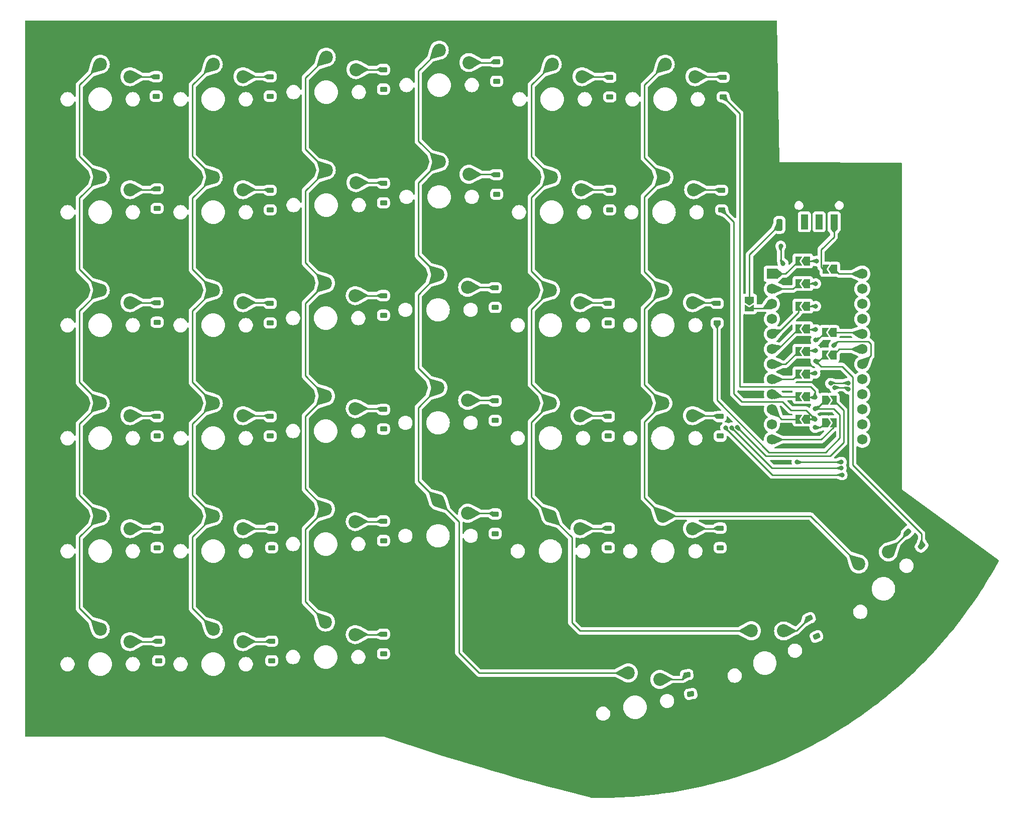
<source format=gbr>
%TF.GenerationSoftware,KiCad,Pcbnew,7.0.10*%
%TF.CreationDate,2024-03-21T17:00:33-05:00*%
%TF.ProjectId,Tair,54616972-2e6b-4696-9361-645f70636258,rev?*%
%TF.SameCoordinates,Original*%
%TF.FileFunction,Copper,L1,Top*%
%TF.FilePolarity,Positive*%
%FSLAX46Y46*%
G04 Gerber Fmt 4.6, Leading zero omitted, Abs format (unit mm)*
G04 Created by KiCad (PCBNEW 7.0.10) date 2024-03-21 17:00:33*
%MOMM*%
%LPD*%
G01*
G04 APERTURE LIST*
G04 Aperture macros list*
%AMRoundRect*
0 Rectangle with rounded corners*
0 $1 Rounding radius*
0 $2 $3 $4 $5 $6 $7 $8 $9 X,Y pos of 4 corners*
0 Add a 4 corners polygon primitive as box body*
4,1,4,$2,$3,$4,$5,$6,$7,$8,$9,$2,$3,0*
0 Add four circle primitives for the rounded corners*
1,1,$1+$1,$2,$3*
1,1,$1+$1,$4,$5*
1,1,$1+$1,$6,$7*
1,1,$1+$1,$8,$9*
0 Add four rect primitives between the rounded corners*
20,1,$1+$1,$2,$3,$4,$5,0*
20,1,$1+$1,$4,$5,$6,$7,0*
20,1,$1+$1,$6,$7,$8,$9,0*
20,1,$1+$1,$8,$9,$2,$3,0*%
%AMFreePoly0*
4,1,6,1.000000,0.000000,0.500000,-0.750000,-0.500000,-0.750000,-0.500000,0.750000,0.500000,0.750000,1.000000,0.000000,1.000000,0.000000,$1*%
%AMFreePoly1*
4,1,6,0.500000,-0.750000,-0.650000,-0.750000,-0.150000,0.000000,-0.650000,0.750000,0.500000,0.750000,0.500000,-0.750000,0.500000,-0.750000,$1*%
G04 Aperture macros list end*
%TA.AperFunction,ComponentPad*%
%ADD10C,2.200000*%
%TD*%
%TA.AperFunction,ComponentPad*%
%ADD11RoundRect,0.250000X0.250000X0.750000X-0.250000X0.750000X-0.250000X-0.750000X0.250000X-0.750000X0*%
%TD*%
%TA.AperFunction,SMDPad,CuDef*%
%ADD12FreePoly0,180.000000*%
%TD*%
%TA.AperFunction,SMDPad,CuDef*%
%ADD13FreePoly1,180.000000*%
%TD*%
%TA.AperFunction,ComponentPad*%
%ADD14RoundRect,0.225000X0.375000X-0.225000X0.375000X0.225000X-0.375000X0.225000X-0.375000X-0.225000X0*%
%TD*%
%TA.AperFunction,SMDPad,CuDef*%
%ADD15FreePoly1,270.000000*%
%TD*%
%TA.AperFunction,SMDPad,CuDef*%
%ADD16FreePoly0,270.000000*%
%TD*%
%TA.AperFunction,SMDPad,CuDef*%
%ADD17FreePoly1,0.000000*%
%TD*%
%TA.AperFunction,SMDPad,CuDef*%
%ADD18FreePoly0,0.000000*%
%TD*%
%TA.AperFunction,ComponentPad*%
%ADD19RoundRect,0.225000X0.432559X-0.064367X0.260351X0.351379X-0.432559X0.064367X-0.260351X-0.351379X0*%
%TD*%
%TA.AperFunction,ComponentPad*%
%ADD20RoundRect,0.225000X0.424264X0.106066X0.106066X0.424264X-0.424264X-0.106066X-0.106066X-0.424264X0*%
%TD*%
%TA.AperFunction,ComponentPad*%
%ADD21R,1.752600X1.752600*%
%TD*%
%TA.AperFunction,ComponentPad*%
%ADD22C,1.752600*%
%TD*%
%TA.AperFunction,ComponentPad*%
%ADD23RoundRect,0.225000X0.411690X-0.147518X0.323899X0.293836X-0.411690X0.147518X-0.323899X-0.293836X0*%
%TD*%
%TA.AperFunction,SMDPad,CuDef*%
%ADD24R,1.200000X2.500000*%
%TD*%
%TA.AperFunction,ViaPad*%
%ADD25C,0.800000*%
%TD*%
%TA.AperFunction,Conductor*%
%ADD26C,0.250000*%
%TD*%
G04 APERTURE END LIST*
D10*
%TO.P,S25,1,1*%
%TO.N,Col 3*%
X80778736Y-95748797D03*
%TO.P,S25,2,2*%
%TO.N,Net-(D25-A)*%
X85778736Y-97848797D03*
%TD*%
%TO.P,S2,1,1*%
%TO.N,Col 2*%
X61828733Y-39789422D03*
%TO.P,S2,2,2*%
%TO.N,Net-(D2-A)*%
X66828733Y-41889422D03*
%TD*%
%TO.P,S32,1,1*%
%TO.N,Col 5*%
X118678733Y-115989422D03*
%TO.P,S32,2,2*%
%TO.N,Net-(D32-A)*%
X123678733Y-118089422D03*
%TD*%
D11*
%TO.P,GND,1*%
%TO.N,GND*%
X157288733Y-66880422D03*
%TD*%
D12*
%TO.P,JP4,1,A*%
%TO.N,Net-(JP4-A)*%
X166525733Y-74357422D03*
D13*
%TO.P,JP4,2,B*%
%TO.N,B+left*%
X165075733Y-74357422D03*
%TD*%
D10*
%TO.P,S31,1,1*%
%TO.N,Col 5*%
X118678733Y-96939422D03*
%TO.P,S31,2,2*%
%TO.N,Net-(D31-A)*%
X123678733Y-99039422D03*
%TD*%
D14*
%TO.P,D15,1,K*%
%TO.N,Row 3*%
X90530733Y-82108797D03*
%TO.P,D15,2,A*%
%TO.N,Net-(D15-A)*%
X90530733Y-78808797D03*
%TD*%
D10*
%TO.P,S16,1,1*%
%TO.N,Col 4*%
X99728729Y-75308172D03*
%TO.P,S16,2,2*%
%TO.N,Net-(D16-A)*%
X104728729Y-77408172D03*
%TD*%
%TO.P,S30,1,1*%
%TO.N,Col 4*%
X131801833Y-142430982D03*
%TO.P,S30,2,2*%
%TO.N,Net-(D30-A)*%
X137115449Y-143515179D03*
%TD*%
%TO.P,S12,1,1*%
%TO.N,Col 6*%
X137828735Y-58839422D03*
%TO.P,S12,2,2*%
%TO.N,Net-(D12-A)*%
X142828735Y-60939422D03*
%TD*%
D14*
%TO.P,D12,1,K*%
%TO.N,Row 2*%
X147528733Y-64357422D03*
%TO.P,D12,2,A*%
%TO.N,Net-(D12-A)*%
X147528733Y-61057422D03*
%TD*%
%TO.P,D14,1,K*%
%TO.N,Row 3*%
X71446733Y-83425422D03*
%TO.P,D14,2,A*%
%TO.N,Net-(D14-A)*%
X71446733Y-80125422D03*
%TD*%
D10*
%TO.P,S34,1,1*%
%TO.N,Col 6*%
X137628732Y-96939422D03*
%TO.P,S34,2,2*%
%TO.N,Net-(D34-A)*%
X142628732Y-99039422D03*
%TD*%
D12*
%TO.P,JP9,1,A*%
%TO.N,Col 6*%
X161953733Y-92010422D03*
D13*
%TO.P,JP9,2,B*%
%TO.N,Net-(JP9-B)*%
X160503733Y-92010422D03*
%TD*%
D10*
%TO.P,S26,1,1*%
%TO.N,Col 3*%
X80778736Y-114798797D03*
%TO.P,S26,2,2*%
%TO.N,Net-(D26-A)*%
X85778736Y-116898797D03*
%TD*%
%TO.P,S19,1,1*%
%TO.N,Col 1*%
X42778733Y-96939422D03*
%TO.P,S19,2,2*%
%TO.N,Net-(D19-A)*%
X47778733Y-99039422D03*
%TD*%
%TO.P,S23,1,1*%
%TO.N,Col 2*%
X61828732Y-115989422D03*
%TO.P,S23,2,2*%
%TO.N,Net-(D23-A)*%
X66828732Y-118089422D03*
%TD*%
D12*
%TO.P,JP10,1,A*%
%TO.N,Row 1*%
X161953733Y-95820422D03*
D13*
%TO.P,JP10,2,B*%
%TO.N,Net-(JP10-B)*%
X160503733Y-95820422D03*
%TD*%
D10*
%TO.P,S4,1,1*%
%TO.N,Col 4*%
X99928733Y-37408172D03*
%TO.P,S4,2,2*%
%TO.N,Net-(D4-A)*%
X104928733Y-39508172D03*
%TD*%
D14*
%TO.P,D3,1,K*%
%TO.N,Row 1*%
X90530733Y-43998797D03*
%TO.P,D3,2,A*%
%TO.N,Net-(D3-A)*%
X90530733Y-40698797D03*
%TD*%
D15*
%TO.P,JP5,2,B*%
%TO.N,Net-(JP5-B)*%
X152246733Y-80929422D03*
D16*
%TO.P,JP5,1,A*%
%TO.N,GND*%
X152246733Y-79479422D03*
%TD*%
D14*
%TO.P,D32,1,K*%
%TO.N,Row 5*%
X128444733Y-121307422D03*
%TO.P,D32,2,A*%
%TO.N,Net-(D32-A)*%
X128444733Y-118007422D03*
%TD*%
%TO.P,D19,2,A*%
%TO.N,Net-(D19-A)*%
X52362733Y-99193422D03*
%TO.P,D19,1,K*%
%TO.N,Row 4*%
X52362733Y-102493422D03*
%TD*%
%TO.P,D11,1,K*%
%TO.N,Row 2*%
X128672733Y-64357422D03*
%TO.P,D11,2,A*%
%TO.N,Net-(D11-A)*%
X128672733Y-61057422D03*
%TD*%
%TO.P,D22,2,A*%
%TO.N,Net-(D22-A)*%
X71446733Y-99193422D03*
%TO.P,D22,1,K*%
%TO.N,Row 4*%
X71446733Y-102493422D03*
%TD*%
%TO.P,D16,1,K*%
%TO.N,Row 3*%
X109360733Y-80790172D03*
%TO.P,D16,2,A*%
%TO.N,Net-(D16-A)*%
X109360733Y-77490172D03*
%TD*%
%TO.P,D34,2,A*%
%TO.N,Net-(D34-A)*%
X147274733Y-99193422D03*
%TO.P,D34,1,K*%
%TO.N,Row 4*%
X147274733Y-102493422D03*
%TD*%
D17*
%TO.P,JP13,2,B*%
%TO.N,Net-(JP13-B)*%
X166398733Y-100265422D03*
D18*
%TO.P,JP13,1,A*%
%TO.N,Row 4*%
X164948733Y-100265422D03*
%TD*%
D10*
%TO.P,S11,1,1*%
%TO.N,Col 5*%
X118878736Y-58839422D03*
%TO.P,S11,2,2*%
%TO.N,Net-(D11-A)*%
X123878736Y-60939422D03*
%TD*%
D14*
%TO.P,D7,1,K*%
%TO.N,Row 2*%
X52362733Y-64103422D03*
%TO.P,D7,2,A*%
%TO.N,Net-(D7-A)*%
X52362733Y-60803422D03*
%TD*%
%TO.P,D35,1,K*%
%TO.N,Row 5*%
X147274733Y-121307422D03*
%TO.P,D35,2,A*%
%TO.N,Net-(D35-A)*%
X147274733Y-118007422D03*
%TD*%
D10*
%TO.P,S8,1,1*%
%TO.N,Col 2*%
X61828732Y-58839422D03*
%TO.P,S8,2,2*%
%TO.N,Net-(D8-A)*%
X66828732Y-60939422D03*
%TD*%
%TO.P,S36,1,1*%
%TO.N,Col 6*%
X170647966Y-124068386D03*
%TO.P,S36,2,2*%
%TO.N,Net-(D36-A)*%
X175668424Y-122017776D03*
%TD*%
D14*
%TO.P,D31,2,A*%
%TO.N,Net-(D31-A)*%
X128444733Y-99193422D03*
%TO.P,D31,1,K*%
%TO.N,Row 4*%
X128444733Y-102493422D03*
%TD*%
D10*
%TO.P,S17,1,1*%
%TO.N,Col 5*%
X118678733Y-77889422D03*
%TO.P,S17,2,2*%
%TO.N,Net-(D17-A)*%
X123678733Y-79989422D03*
%TD*%
D12*
%TO.P,JP6,1,A*%
%TO.N,Col 3*%
X161953733Y-80580422D03*
D13*
%TO.P,JP6,2,B*%
%TO.N,Net-(JP29-B)*%
X160503733Y-80580422D03*
%TD*%
D14*
%TO.P,D21,1,K*%
%TO.N,Row 6*%
X52616733Y-140375422D03*
%TO.P,D21,2,A*%
%TO.N,Net-(D21-A)*%
X52616733Y-137075422D03*
%TD*%
%TO.P,D9,1,K*%
%TO.N,Row 2*%
X90530733Y-63166797D03*
%TO.P,D9,2,A*%
%TO.N,Net-(D9-A)*%
X90530733Y-59866797D03*
%TD*%
D10*
%TO.P,S21,1,1*%
%TO.N,Col 1*%
X42778733Y-135039422D03*
%TO.P,S21,2,2*%
%TO.N,Net-(D21-A)*%
X47778733Y-137139422D03*
%TD*%
D12*
%TO.P,JP8,1,A*%
%TO.N,Col 5*%
X161953733Y-88200422D03*
D13*
%TO.P,JP8,2,B*%
%TO.N,Net-(JP8-B)*%
X160503733Y-88200422D03*
%TD*%
D10*
%TO.P,S13,1,1*%
%TO.N,Col 1*%
X42778733Y-77889422D03*
%TO.P,S13,2,2*%
%TO.N,Net-(D13-A)*%
X47778733Y-79989422D03*
%TD*%
D14*
%TO.P,D1,1,K*%
%TO.N,Row 1*%
X52218733Y-45189422D03*
%TO.P,D1,2,A*%
%TO.N,Net-(D1-A)*%
X52218733Y-41889422D03*
%TD*%
%TO.P,D23,1,K*%
%TO.N,Row 5*%
X71700733Y-121307422D03*
%TO.P,D23,2,A*%
%TO.N,Net-(D23-A)*%
X71700733Y-118007422D03*
%TD*%
D19*
%TO.P,D33,1,K*%
%TO.N,Row 6*%
X163532055Y-136280777D03*
%TO.P,D33,2,A*%
%TO.N,Net-(D33-A)*%
X162269199Y-133231975D03*
%TD*%
D10*
%TO.P,S7,1,1*%
%TO.N,Col 1*%
X42778733Y-58839422D03*
%TO.P,S7,2,2*%
%TO.N,Net-(D7-A)*%
X47778733Y-60939422D03*
%TD*%
D12*
%TO.P,JP20,1,A*%
%TO.N,Net-(JP20-A)*%
X166398733Y-88835422D03*
D13*
%TO.P,JP20,2,B*%
%TO.N,Row 6*%
X164948733Y-88835422D03*
%TD*%
D14*
%TO.P,D17,1,K*%
%TO.N,Row 3*%
X128444733Y-83425422D03*
%TO.P,D17,2,A*%
%TO.N,Net-(D17-A)*%
X128444733Y-80125422D03*
%TD*%
D10*
%TO.P,S18,1,1*%
%TO.N,Col 6*%
X137628732Y-77889422D03*
%TO.P,S18,2,2*%
%TO.N,Net-(D18-A)*%
X142628732Y-79989422D03*
%TD*%
D12*
%TO.P,JP11,1,A*%
%TO.N,Row 2*%
X161953733Y-99630422D03*
D13*
%TO.P,JP11,2,B*%
%TO.N,Net-(JP11-B)*%
X160503733Y-99630422D03*
%TD*%
D14*
%TO.P,D24,1,K*%
%TO.N,Row 6*%
X71700733Y-140375422D03*
%TO.P,D24,2,A*%
%TO.N,Net-(D24-A)*%
X71700733Y-137075422D03*
%TD*%
D12*
%TO.P,JP21,1,A*%
%TO.N,Net-(JP21-A)*%
X166398733Y-85025422D03*
D13*
%TO.P,JP21,2,B*%
%TO.N,Row 5*%
X164948733Y-85025422D03*
%TD*%
D10*
%TO.P,S3,1,1*%
%TO.N,Col 3*%
X80878733Y-38598797D03*
%TO.P,S3,2,2*%
%TO.N,Net-(D3-A)*%
X85878733Y-40698797D03*
%TD*%
D14*
%TO.P,D26,1,K*%
%TO.N,Row 5*%
X90530733Y-120116797D03*
%TO.P,D26,2,A*%
%TO.N,Net-(D26-A)*%
X90530733Y-116816797D03*
%TD*%
%TO.P,D8,1,K*%
%TO.N,Row 2*%
X71446733Y-64357422D03*
%TO.P,D8,2,A*%
%TO.N,Net-(D8-A)*%
X71446733Y-61057422D03*
%TD*%
D10*
%TO.P,S20,1,1*%
%TO.N,Col 1*%
X42778733Y-115989422D03*
%TO.P,S20,2,2*%
%TO.N,Net-(D20-A)*%
X47778733Y-118089422D03*
%TD*%
D20*
%TO.P,D36,1,K*%
%TO.N,Row 6*%
X181241838Y-121020753D03*
%TO.P,D36,2,A*%
%TO.N,Net-(D36-A)*%
X178908386Y-118687301D03*
%TD*%
D10*
%TO.P,S5,1,1*%
%TO.N,Col 5*%
X118978733Y-39789422D03*
%TO.P,S5,2,2*%
%TO.N,Net-(D5-A)*%
X123978733Y-41889422D03*
%TD*%
D14*
%TO.P,D10,1,K*%
%TO.N,Row 2*%
X109614733Y-61722172D03*
%TO.P,D10,2,A*%
%TO.N,Net-(D10-A)*%
X109614733Y-58422172D03*
%TD*%
D12*
%TO.P,JP2,1,A*%
%TO.N,Col 1*%
X161953733Y-72960422D03*
D13*
%TO.P,JP2,2,B*%
%TO.N,Net-(JP1-B)*%
X160503733Y-72960422D03*
%TD*%
D10*
%TO.P,S9,1,1*%
%TO.N,Col 3*%
X80878732Y-57648797D03*
%TO.P,S9,2,2*%
%TO.N,Net-(D9-A)*%
X85878732Y-59748797D03*
%TD*%
D12*
%TO.P,JP7,1,A*%
%TO.N,Col 4*%
X161953733Y-84390422D03*
D13*
%TO.P,JP7,2,B*%
%TO.N,Net-(JP30-B)*%
X160503733Y-84390422D03*
%TD*%
D14*
%TO.P,D27,1,K*%
%TO.N,Row 6*%
X90530733Y-139184797D03*
%TO.P,D27,2,A*%
%TO.N,Net-(D27-A)*%
X90530733Y-135884797D03*
%TD*%
D10*
%TO.P,S10,1,1*%
%TO.N,Col 4*%
X99928732Y-56258172D03*
%TO.P,S10,2,2*%
%TO.N,Net-(D10-A)*%
X104928732Y-58358172D03*
%TD*%
D21*
%TO.P,U1,1,D1*%
%TO.N,Net-(JP1-B)*%
X156018733Y-75135422D03*
D22*
%TO.P,U1,2,D0*%
%TO.N,Net-(JP3-B)*%
X156018733Y-77675422D03*
%TO.P,U1,3,GND*%
%TO.N,Net-(JP5-B)*%
X156018733Y-80215422D03*
%TO.P,U1,4,GND*%
%TO.N,unconnected-(U1-GND-Pad4)*%
X156018733Y-82755422D03*
%TO.P,U1,5,D2*%
%TO.N,Net-(JP29-B)*%
X156018733Y-85295422D03*
%TO.P,U1,6,D3*%
%TO.N,Net-(JP30-B)*%
X156018733Y-87835422D03*
%TO.P,U1,7,D4*%
%TO.N,Net-(JP8-B)*%
X156018733Y-90375422D03*
%TO.P,U1,8,D5*%
%TO.N,Net-(JP9-B)*%
X156018733Y-92915422D03*
%TO.P,U1,9,D6*%
%TO.N,Net-(JP10-B)*%
X156018733Y-95455422D03*
%TO.P,U1,10,D7*%
%TO.N,Net-(JP11-B)*%
X156018733Y-97995422D03*
%TO.P,U1,11,D8*%
%TO.N,Net-(JP12-B)*%
X156018733Y-100535422D03*
%TO.P,U1,12,D9*%
%TO.N,Net-(JP13-B)*%
X156018733Y-103075422D03*
%TO.P,U1,13,D10*%
%TO.N,Net-(JP37-B)*%
X171258733Y-103075422D03*
%TO.P,U1,14,D16*%
%TO.N,Net-(JP38-B)*%
X171258733Y-100535422D03*
%TO.P,U1,15,D14*%
%TO.N,Net-(JP39-B)*%
X171258733Y-97995422D03*
%TO.P,U1,16,D15*%
%TO.N,Net-(JP40-B)*%
X171258733Y-95455422D03*
%TO.P,U1,17,D18*%
%TO.N,Net-(JP41-B)*%
X171258733Y-92915422D03*
%TO.P,U1,18,D19*%
%TO.N,Net-(JP42-B)*%
X171258733Y-90375422D03*
%TO.P,U1,19,D20*%
%TO.N,Net-(JP20-A)*%
X171258733Y-87835422D03*
%TO.P,U1,20,D21*%
%TO.N,Net-(JP21-A)*%
X171258733Y-85295422D03*
%TO.P,U1,21,3.3v*%
%TO.N,unconnected-(U1-3.3v-Pad21)*%
X171258733Y-82755422D03*
%TO.P,U1,22,RST*%
%TO.N,Net-(JP14-B)*%
X171258733Y-80215422D03*
%TO.P,U1,23,GND*%
%TO.N,Net-(JP47-B)*%
X171258733Y-77675422D03*
%TO.P,U1,24,B+*%
%TO.N,Net-(JP4-A)*%
X171258733Y-75135422D03*
%TD*%
D23*
%TO.P,D30,2,A*%
%TO.N,Net-(D30-A)*%
X141684981Y-142744905D03*
%TO.P,D30,1,K*%
%TO.N,Row 6*%
X142328779Y-145981497D03*
%TD*%
D24*
%TO.P,S37,1*%
%TO.N,B+left*%
X166482733Y-66355422D03*
%TO.P,S37,2*%
%TO.N,+BATT*%
X163982733Y-66355422D03*
%TO.P,S37,3*%
%TO.N,unconnected-(S37-Pad3)*%
X161482733Y-66355422D03*
%TD*%
D10*
%TO.P,S6,1,1*%
%TO.N,Col 6*%
X138028733Y-39789422D03*
%TO.P,S6,2,2*%
%TO.N,Net-(D6-A)*%
X143028733Y-41889422D03*
%TD*%
D14*
%TO.P,D20,1,K*%
%TO.N,Row 5*%
X52362733Y-121307422D03*
%TO.P,D20,2,A*%
%TO.N,Net-(D20-A)*%
X52362733Y-118007422D03*
%TD*%
D10*
%TO.P,S28,1,1*%
%TO.N,Col 4*%
X99728729Y-94358172D03*
%TO.P,S28,2,2*%
%TO.N,Net-(D28-A)*%
X104728729Y-96458172D03*
%TD*%
D14*
%TO.P,D13,1,K*%
%TO.N,Row 3*%
X52362733Y-83299422D03*
%TO.P,D13,2,A*%
%TO.N,Net-(D13-A)*%
X52362733Y-79999422D03*
%TD*%
D17*
%TO.P,JP12,2,B*%
%TO.N,Net-(JP12-B)*%
X166398733Y-96455422D03*
D18*
%TO.P,JP12,1,A*%
%TO.N,Row 3*%
X164948733Y-96455422D03*
%TD*%
D14*
%TO.P,D2,1,K*%
%TO.N,Row 1*%
X71428733Y-45189422D03*
%TO.P,D2,2,A*%
%TO.N,Net-(D2-A)*%
X71428733Y-41889422D03*
%TD*%
D10*
%TO.P,S22,1,1*%
%TO.N,Col 2*%
X61828732Y-96939422D03*
%TO.P,S22,2,2*%
%TO.N,Net-(D22-A)*%
X66828732Y-99039422D03*
%TD*%
%TO.P,S29,1,1*%
%TO.N,Col 4*%
X99728729Y-113408172D03*
%TO.P,S29,2,2*%
%TO.N,Net-(D29-A)*%
X104728729Y-115508172D03*
%TD*%
%TO.P,S24,1,1*%
%TO.N,Col 2*%
X61828732Y-135039422D03*
%TO.P,S24,2,2*%
%TO.N,Net-(D24-A)*%
X66828732Y-137139422D03*
%TD*%
%TO.P,S33,1,1*%
%TO.N,Col 5*%
X152564650Y-135322908D03*
%TO.P,S33,2,2*%
%TO.N,Net-(D33-A)*%
X157987683Y-135349638D03*
%TD*%
D14*
%TO.P,D18,1,K*%
%TO.N,Row 3*%
X146766733Y-83425422D03*
%TO.P,D18,2,A*%
%TO.N,Net-(D18-A)*%
X146766733Y-80125422D03*
%TD*%
%TO.P,D28,1,K*%
%TO.N,Row 4*%
X109360733Y-99858172D03*
%TO.P,D28,2,A*%
%TO.N,Net-(D28-A)*%
X109360733Y-96558172D03*
%TD*%
D10*
%TO.P,S1,1,1*%
%TO.N,Col 1*%
X42778733Y-39789422D03*
%TO.P,S1,2,2*%
%TO.N,Net-(D1-A)*%
X47778733Y-41889422D03*
%TD*%
D12*
%TO.P,JP3,1,A*%
%TO.N,Col 2*%
X161953733Y-76770422D03*
D13*
%TO.P,JP3,2,B*%
%TO.N,Net-(JP3-B)*%
X160503733Y-76770422D03*
%TD*%
D10*
%TO.P,S27,1,1*%
%TO.N,Col 3*%
X80778736Y-133848797D03*
%TO.P,S27,2,2*%
%TO.N,Net-(D27-A)*%
X85778736Y-135948797D03*
%TD*%
D14*
%TO.P,D6,1,K*%
%TO.N,Row 1*%
X147782733Y-45307422D03*
%TO.P,D6,2,A*%
%TO.N,Net-(D6-A)*%
X147782733Y-42007422D03*
%TD*%
%TO.P,D29,1,K*%
%TO.N,Row 5*%
X109360733Y-118926172D03*
%TO.P,D29,2,A*%
%TO.N,Net-(D29-A)*%
X109360733Y-115626172D03*
%TD*%
D10*
%TO.P,S15,1,1*%
%TO.N,Col 3*%
X80778736Y-76698797D03*
%TO.P,S15,2,2*%
%TO.N,Net-(D15-A)*%
X85778736Y-78798797D03*
%TD*%
D14*
%TO.P,D4,1,K*%
%TO.N,Row 1*%
X109614733Y-42672172D03*
%TO.P,D4,2,A*%
%TO.N,Net-(D4-A)*%
X109614733Y-39372172D03*
%TD*%
D10*
%TO.P,S35,1,1*%
%TO.N,Col 6*%
X137628732Y-115989422D03*
%TO.P,S35,2,2*%
%TO.N,Net-(D35-A)*%
X142628732Y-118089422D03*
%TD*%
%TO.P,S14,1,1*%
%TO.N,Col 2*%
X61828732Y-77889422D03*
%TO.P,S14,2,2*%
%TO.N,Net-(D14-A)*%
X66828732Y-79989422D03*
%TD*%
D14*
%TO.P,D5,1,K*%
%TO.N,Row 1*%
X128698733Y-45307422D03*
%TO.P,D5,2,A*%
%TO.N,Net-(D5-A)*%
X128698733Y-42007422D03*
%TD*%
%TO.P,D25,2,A*%
%TO.N,Net-(D25-A)*%
X90530733Y-98002797D03*
%TO.P,D25,1,K*%
%TO.N,Row 4*%
X90530733Y-101302797D03*
%TD*%
D25*
%TO.N,B+right*%
X157882733Y-73375422D03*
X157501733Y-70454422D03*
%TO.N,Net-(JP42-B)*%
X166467733Y-87205422D03*
%TO.N,Net-(JP41-B)*%
X168880733Y-93555422D03*
X165891204Y-93609610D03*
%TO.N,Net-(JP40-B)*%
X168880733Y-94555425D03*
X166590610Y-94324337D03*
%TO.N,Net-(JP38-B)*%
X167864733Y-109049422D03*
X148206196Y-101085422D03*
%TO.N,Net-(JP37-B)*%
X149206199Y-101085422D03*
X167737733Y-107890425D03*
%TO.N,Net-(JP39-B)*%
X167737733Y-106890422D03*
X160244733Y-106890422D03*
%TO.N,Net-(JP12-B)*%
X150211733Y-101048422D03*
%TO.N,Row 6*%
X163419733Y-89872422D03*
%TO.N,Row 5*%
X163419733Y-86316422D03*
%TO.N,Row 4*%
X163292733Y-101048422D03*
%TO.N,Row 3*%
X163292733Y-97873422D03*
%TO.N,Row 2*%
X163292733Y-99651422D03*
%TO.N,Row 1*%
X163292733Y-95968422D03*
%TO.N,Col 1*%
X163546733Y-72981422D03*
%TO.N,Col 2*%
X163419733Y-76791422D03*
%TO.N,Col 3*%
X163419733Y-80601422D03*
%TO.N,Col 4*%
X163419733Y-84538422D03*
%TO.N,Col 5*%
X163419733Y-88094422D03*
%TO.N,Col 6*%
X163292733Y-91904422D03*
%TD*%
D26*
%TO.N,Net-(D11-A)*%
X123878736Y-60939422D02*
X128554733Y-60939422D01*
X128554733Y-60939422D02*
X128672733Y-61057422D01*
%TO.N,B+right*%
X157501733Y-70454422D02*
X157501733Y-72994422D01*
X157501733Y-72994422D02*
X157882733Y-73375422D01*
%TO.N,B+left*%
X165075733Y-74357422D02*
X164668733Y-74357422D01*
X164668733Y-74357422D02*
X164308733Y-73997422D01*
X164308733Y-73997422D02*
X164308733Y-71076422D01*
X164308733Y-71076422D02*
X166482733Y-68902422D01*
X166482733Y-68902422D02*
X166482733Y-66355422D01*
%TO.N,Net-(JP5-B)*%
X152246733Y-80929422D02*
X155304733Y-80929422D01*
X155304733Y-80929422D02*
X156018733Y-80215422D01*
%TO.N,GND*%
X157288733Y-66880422D02*
X152246733Y-71922422D01*
X152246733Y-71922422D02*
X152246733Y-79479422D01*
%TO.N,Net-(JP42-B)*%
X166467733Y-87205422D02*
X167102733Y-86570422D01*
X167102733Y-86570422D02*
X172309733Y-86570422D01*
X172690733Y-88943422D02*
X171258733Y-90375422D01*
X172309733Y-86570422D02*
X172690733Y-86951422D01*
X172690733Y-86951422D02*
X172690733Y-88943422D01*
%TO.N,Row 6*%
X181241838Y-121020753D02*
X181241838Y-118997527D01*
X181241838Y-118997527D02*
X169642733Y-107398422D01*
X169642733Y-107398422D02*
X169642733Y-92539422D01*
X169642733Y-92539422D02*
X167864733Y-90761422D01*
X167864733Y-90761422D02*
X164308733Y-90761422D01*
X164308733Y-90761422D02*
X163419733Y-89872422D01*
%TO.N,Net-(JP40-B)*%
X168880733Y-94555425D02*
X168649645Y-94324337D01*
X168649645Y-94324337D02*
X166590610Y-94324337D01*
%TO.N,Net-(JP41-B)*%
X165891204Y-93609610D02*
X165945392Y-93555422D01*
X165945392Y-93555422D02*
X168880733Y-93555422D01*
%TO.N,Net-(JP38-B)*%
X148206196Y-101190259D02*
X156065359Y-109049422D01*
X148206196Y-101085422D02*
X148206196Y-101190259D01*
X156065359Y-109049422D02*
X167864733Y-109049422D01*
%TO.N,Net-(JP37-B)*%
X156044428Y-107906422D02*
X167721736Y-107906422D01*
X149206199Y-101085422D02*
X149223428Y-101085422D01*
X149223428Y-101085422D02*
X156044428Y-107906422D01*
X167721736Y-107906422D02*
X167737733Y-107890425D01*
%TO.N,Net-(JP39-B)*%
X167737733Y-106890422D02*
X160244733Y-106890422D01*
%TO.N,Net-(JP12-B)*%
X166398733Y-96455422D02*
X168118733Y-98175422D01*
X168118733Y-103588422D02*
X165832733Y-105874422D01*
X165832733Y-105874422D02*
X155037733Y-105874422D01*
X168118733Y-98175422D02*
X168118733Y-103588422D01*
X155037733Y-105874422D02*
X150211733Y-101048422D01*
%TO.N,Net-(JP20-A)*%
X166398733Y-88835422D02*
X167398733Y-87835422D01*
X167398733Y-87835422D02*
X171258733Y-87835422D01*
%TO.N,Net-(JP21-A)*%
X166398733Y-85025422D02*
X170988733Y-85025422D01*
X170988733Y-85025422D02*
X171258733Y-85295422D01*
%TO.N,Net-(JP4-A)*%
X166525733Y-74357422D02*
X167303733Y-75135422D01*
X167303733Y-75135422D02*
X171258733Y-75135422D01*
%TO.N,Net-(JP1-B)*%
X160503733Y-72960422D02*
X158328733Y-75135422D01*
X158328733Y-75135422D02*
X156018733Y-75135422D01*
%TO.N,Net-(JP3-B)*%
X160503733Y-76770422D02*
X159598733Y-77675422D01*
X159598733Y-77675422D02*
X156018733Y-77675422D01*
%TO.N,Net-(JP29-B)*%
X160503733Y-80580422D02*
X160503733Y-81612422D01*
X160503733Y-81612422D02*
X156820733Y-85295422D01*
X156820733Y-85295422D02*
X156018733Y-85295422D01*
%TO.N,Net-(JP30-B)*%
X160503733Y-84390422D02*
X157058733Y-87835422D01*
X157058733Y-87835422D02*
X156018733Y-87835422D01*
%TO.N,Net-(JP8-B)*%
X160503733Y-88200422D02*
X158328733Y-90375422D01*
X158328733Y-90375422D02*
X156018733Y-90375422D01*
%TO.N,Net-(JP9-B)*%
X160503733Y-92010422D02*
X159598733Y-92915422D01*
X159598733Y-92915422D02*
X156018733Y-92915422D01*
%TO.N,Row 3*%
X146766733Y-83425422D02*
X146766733Y-96460422D01*
X146766733Y-96460422D02*
X155545733Y-105239422D01*
X155545733Y-105239422D02*
X165070733Y-105239422D01*
X167483733Y-102826422D02*
X167483733Y-98889422D01*
X165070733Y-105239422D02*
X167483733Y-102826422D01*
X167483733Y-98889422D02*
X166467733Y-97873422D01*
X166467733Y-97873422D02*
X163292733Y-97873422D01*
%TO.N,Net-(JP10-B)*%
X160503733Y-95820422D02*
X156383733Y-95820422D01*
X156383733Y-95820422D02*
X156018733Y-95455422D01*
%TO.N,Net-(JP13-B)*%
X166398733Y-100265422D02*
X166398733Y-101015422D01*
X166398733Y-101015422D02*
X164338733Y-103075422D01*
X164338733Y-103075422D02*
X156018733Y-103075422D01*
%TO.N,Net-(JP11-B)*%
X160503733Y-99630422D02*
X157653733Y-99630422D01*
X157653733Y-99630422D02*
X156018733Y-97995422D01*
%TO.N,Row 6*%
X163419733Y-89872422D02*
X163911733Y-89872422D01*
X163911733Y-89872422D02*
X164948733Y-88835422D01*
%TO.N,Row 5*%
X163419733Y-86316422D02*
X163657733Y-86316422D01*
X163657733Y-86316422D02*
X164948733Y-85025422D01*
%TO.N,Row 4*%
X163292733Y-101048422D02*
X164165733Y-101048422D01*
X164165733Y-101048422D02*
X164948733Y-100265422D01*
%TO.N,Row 3*%
X163292733Y-97873422D02*
X163530733Y-97873422D01*
X163530733Y-97873422D02*
X164948733Y-96455422D01*
%TO.N,Row 2*%
X147528733Y-64357422D02*
X149576733Y-66405422D01*
X149576733Y-66405422D02*
X149576733Y-95333422D01*
X159228733Y-98127422D02*
X161768733Y-98127422D01*
X149576733Y-95333422D02*
X150973733Y-96730422D01*
X150973733Y-96730422D02*
X157831733Y-96730422D01*
X157831733Y-96730422D02*
X159228733Y-98127422D01*
X161768733Y-98127422D02*
X163292733Y-99651422D01*
X163292733Y-99651422D02*
X161974733Y-99651422D01*
X161974733Y-99651422D02*
X161953733Y-99630422D01*
%TO.N,Row 1*%
X147782733Y-45307422D02*
X150592733Y-48117422D01*
X150592733Y-48117422D02*
X150592733Y-94190422D01*
X162530733Y-94190422D02*
X163292733Y-94952422D01*
X150592733Y-94190422D02*
X162530733Y-94190422D01*
X163292733Y-94952422D02*
X163292733Y-95968422D01*
X163292733Y-95968422D02*
X162101733Y-95968422D01*
X162101733Y-95968422D02*
X161953733Y-95820422D01*
%TO.N,Col 1*%
X161974733Y-72981422D02*
X161953733Y-72960422D01*
X163546733Y-72981422D02*
X161974733Y-72981422D01*
%TO.N,Col 2*%
X163419733Y-76791422D02*
X161974733Y-76791422D01*
X161974733Y-76791422D02*
X161953733Y-76770422D01*
%TO.N,Col 3*%
X161974733Y-80601422D02*
X161953733Y-80580422D01*
X163419733Y-80601422D02*
X161974733Y-80601422D01*
%TO.N,Col 4*%
X163419733Y-84538422D02*
X162101733Y-84538422D01*
X162101733Y-84538422D02*
X161953733Y-84390422D01*
%TO.N,Col 5*%
X163419733Y-88094422D02*
X162059733Y-88094422D01*
X162059733Y-88094422D02*
X161953733Y-88200422D01*
%TO.N,Col 6*%
X163292733Y-91904422D02*
X162059733Y-91904422D01*
X162059733Y-91904422D02*
X161953733Y-92010422D01*
%TO.N,Net-(D1-A)*%
X47778733Y-41889422D02*
X52218733Y-41889422D01*
%TO.N,Net-(D2-A)*%
X66828733Y-41889422D02*
X71428733Y-41889422D01*
%TO.N,Net-(D3-A)*%
X85878733Y-40698797D02*
X90530733Y-40698797D01*
%TO.N,Net-(D4-A)*%
X104928733Y-39508172D02*
X109478733Y-39508172D01*
X109478733Y-39508172D02*
X109614733Y-39372172D01*
%TO.N,Net-(D5-A)*%
X128580733Y-41889422D02*
X128698733Y-42007422D01*
X123978733Y-41889422D02*
X128580733Y-41889422D01*
%TO.N,Net-(D6-A)*%
X147664733Y-41889422D02*
X147782733Y-42007422D01*
X143028733Y-41889422D02*
X147664733Y-41889422D01*
%TO.N,Net-(D7-A)*%
X47778733Y-60939422D02*
X52226733Y-60939422D01*
X52226733Y-60939422D02*
X52362733Y-60803422D01*
%TO.N,Net-(D8-A)*%
X71328733Y-60939422D02*
X71446733Y-61057422D01*
X66828732Y-60939422D02*
X71328733Y-60939422D01*
%TO.N,Net-(D9-A)*%
X85878732Y-59748797D02*
X90412733Y-59748797D01*
X90412733Y-59748797D02*
X90530733Y-59866797D01*
%TO.N,Net-(D10-A)*%
X104928732Y-58358172D02*
X109550733Y-58358172D01*
X109550733Y-58358172D02*
X109614733Y-58422172D01*
%TO.N,Net-(D12-A)*%
X142828735Y-60939422D02*
X147410733Y-60939422D01*
X147410733Y-60939422D02*
X147528733Y-61057422D01*
%TO.N,Net-(D13-A)*%
X52352733Y-79989422D02*
X52362733Y-79999422D01*
X47778733Y-79989422D02*
X52352733Y-79989422D01*
%TO.N,Net-(D14-A)*%
X66828732Y-79989422D02*
X71310733Y-79989422D01*
X71310733Y-79989422D02*
X71446733Y-80125422D01*
%TO.N,Net-(D15-A)*%
X85778736Y-78798797D02*
X90520733Y-78798797D01*
X90520733Y-78798797D02*
X90530733Y-78808797D01*
%TO.N,Net-(D16-A)*%
X109278733Y-77408172D02*
X109360733Y-77490172D01*
X104728729Y-77408172D02*
X109278733Y-77408172D01*
%TO.N,Net-(D17-A)*%
X123678733Y-79989422D02*
X128308733Y-79989422D01*
X128308733Y-79989422D02*
X128444733Y-80125422D01*
%TO.N,Net-(D18-A)*%
X142628732Y-79989422D02*
X146630733Y-79989422D01*
X146630733Y-79989422D02*
X146766733Y-80125422D01*
%TO.N,Net-(D19-A)*%
X52208733Y-99039422D02*
X52362733Y-99193422D01*
X47778733Y-99039422D02*
X52208733Y-99039422D01*
%TO.N,Net-(D20-A)*%
X47778733Y-118089422D02*
X52280733Y-118089422D01*
X52280733Y-118089422D02*
X52362733Y-118007422D01*
%TO.N,Net-(D21-A)*%
X47778733Y-137139422D02*
X52552733Y-137139422D01*
X52552733Y-137139422D02*
X52616733Y-137075422D01*
%TO.N,Net-(D22-A)*%
X66828732Y-99039422D02*
X71292733Y-99039422D01*
X71292733Y-99039422D02*
X71446733Y-99193422D01*
%TO.N,Net-(D23-A)*%
X71618733Y-118089422D02*
X71700733Y-118007422D01*
X66828732Y-118089422D02*
X71618733Y-118089422D01*
%TO.N,Net-(D24-A)*%
X66828732Y-137139422D02*
X71636733Y-137139422D01*
X71636733Y-137139422D02*
X71700733Y-137075422D01*
%TO.N,Net-(D25-A)*%
X85778736Y-97848797D02*
X90376733Y-97848797D01*
X90376733Y-97848797D02*
X90530733Y-98002797D01*
%TO.N,Net-(D26-A)*%
X90448733Y-116898797D02*
X90530733Y-116816797D01*
X85778736Y-116898797D02*
X90448733Y-116898797D01*
%TO.N,Net-(D27-A)*%
X85778736Y-135948797D02*
X90466733Y-135948797D01*
X90466733Y-135948797D02*
X90530733Y-135884797D01*
%TO.N,Net-(D28-A)*%
X109260733Y-96458172D02*
X109360733Y-96558172D01*
X104728729Y-96458172D02*
X109260733Y-96458172D01*
%TO.N,Net-(D29-A)*%
X109242733Y-115508172D02*
X109360733Y-115626172D01*
X104728729Y-115508172D02*
X109242733Y-115508172D01*
%TO.N,Net-(D30-A)*%
X140914707Y-143515179D02*
X141684981Y-142744905D01*
X137115449Y-143515179D02*
X140914707Y-143515179D01*
%TO.N,Net-(D31-A)*%
X123678733Y-99039422D02*
X128290733Y-99039422D01*
X128290733Y-99039422D02*
X128444733Y-99193422D01*
%TO.N,Net-(D32-A)*%
X128362733Y-118089422D02*
X128444733Y-118007422D01*
X123678733Y-118089422D02*
X128362733Y-118089422D01*
%TO.N,Net-(D33-A)*%
X157987683Y-135349638D02*
X160151536Y-135349638D01*
X160151536Y-135349638D02*
X162269199Y-133231975D01*
%TO.N,Net-(D34-A)*%
X147120733Y-99039422D02*
X147274733Y-99193422D01*
X142628732Y-99039422D02*
X147120733Y-99039422D01*
%TO.N,Net-(D35-A)*%
X142628732Y-118089422D02*
X147192733Y-118089422D01*
X147192733Y-118089422D02*
X147274733Y-118007422D01*
%TO.N,Net-(D36-A)*%
X178908386Y-118777814D02*
X178908386Y-118687301D01*
X175668424Y-122017776D02*
X178908386Y-118777814D01*
%TO.N,Col 1*%
X39256539Y-74367228D02*
X42778733Y-77889422D01*
X39256539Y-81411616D02*
X39256539Y-93417228D01*
X39256539Y-93417228D02*
X42778733Y-96939422D01*
X39256539Y-55317228D02*
X42778733Y-58839422D01*
X42778733Y-96939422D02*
X39256539Y-100461616D01*
X42778733Y-115989422D02*
X39256539Y-119511616D01*
X42778733Y-58839422D02*
X39256539Y-62361616D01*
X39256539Y-100461616D02*
X39256539Y-112467228D01*
X39256539Y-131517228D02*
X42778733Y-135039422D01*
X42778733Y-39789422D02*
X39256539Y-43311616D01*
X39256539Y-43311616D02*
X39256539Y-55317228D01*
X42778733Y-77889422D02*
X39256539Y-81411616D01*
X39256539Y-112467228D02*
X42778733Y-115989422D01*
X39256539Y-62361616D02*
X39256539Y-74367228D01*
X39256539Y-119511616D02*
X39256539Y-131517228D01*
%TO.N,Col 2*%
X61828732Y-96939422D02*
X58306539Y-100461615D01*
X58306539Y-74367229D02*
X61828732Y-77889422D01*
X58306539Y-100461615D02*
X58306539Y-112467229D01*
X58306539Y-81411615D02*
X58306539Y-93417229D01*
X58306539Y-119511615D02*
X58306539Y-131517229D01*
X61828733Y-39789422D02*
X58306539Y-43311616D01*
X58306539Y-62361615D02*
X58306539Y-74367229D01*
X58306539Y-43311616D02*
X58306539Y-55317229D01*
X58306539Y-112467229D02*
X61828732Y-115989422D01*
X58306539Y-55317229D02*
X61828732Y-58839422D01*
X58306539Y-93417229D02*
X61828732Y-96939422D01*
X61828732Y-77889422D02*
X58306539Y-81411615D01*
X58306539Y-131517229D02*
X61828732Y-135039422D01*
X61828732Y-115989422D02*
X58306539Y-119511615D01*
X61828732Y-58839422D02*
X58306539Y-62361615D01*
%TO.N,Col 3*%
X80778736Y-114798797D02*
X77356539Y-118220994D01*
X77356539Y-118220994D02*
X77356539Y-130426600D01*
X77356539Y-111376600D02*
X80778736Y-114798797D01*
X77356539Y-54126604D02*
X80878732Y-57648797D01*
X77356539Y-73276600D02*
X80778736Y-76698797D01*
X77356539Y-130426600D02*
X80778736Y-133848797D01*
X80878732Y-57648797D02*
X77356539Y-61170990D01*
X77356539Y-80120994D02*
X77356539Y-92326600D01*
X77356539Y-99170994D02*
X77356539Y-111376600D01*
X77356539Y-42120991D02*
X77356539Y-54126604D01*
X80778736Y-95748797D02*
X77356539Y-99170994D01*
X80778736Y-76698797D02*
X77356539Y-80120994D01*
X77356539Y-92326600D02*
X80778736Y-95748797D01*
X77356539Y-61170990D02*
X77356539Y-73276600D01*
X80878733Y-38598797D02*
X77356539Y-42120991D01*
%TO.N,Col 4*%
X96406539Y-78630362D02*
X96406539Y-91035982D01*
X96406539Y-91035982D02*
X99728729Y-94358172D01*
X96406539Y-59780365D02*
X96406539Y-71985982D01*
X96406539Y-110085982D02*
X99728729Y-113408172D01*
X99928732Y-56258172D02*
X96406539Y-59780365D01*
X99728729Y-94358172D02*
X96406539Y-97680362D01*
X103231858Y-116911301D02*
X103231858Y-139027547D01*
X96406539Y-40930366D02*
X96406539Y-52735979D01*
X106635293Y-142430982D02*
X131801833Y-142430982D01*
X96406539Y-97680362D02*
X96406539Y-110085982D01*
X103231858Y-139027547D02*
X106635293Y-142430982D01*
X96406539Y-52735979D02*
X99928732Y-56258172D01*
X99728729Y-75308172D02*
X96406539Y-78630362D01*
X99728729Y-113408172D02*
X103231858Y-116911301D01*
X99928733Y-37408172D02*
X96406539Y-40930366D01*
X96406539Y-71985982D02*
X99728729Y-75308172D01*
%TO.N,Col 5*%
X115456539Y-93717228D02*
X118678733Y-96939422D01*
X122281858Y-133947547D02*
X123657219Y-135322908D01*
X118678733Y-96939422D02*
X115456539Y-100161616D01*
X115456539Y-74667228D02*
X118678733Y-77889422D01*
X118978733Y-39789422D02*
X115456539Y-43311616D01*
X115456539Y-43311616D02*
X115456539Y-55417225D01*
X115456539Y-81111616D02*
X115456539Y-93717228D01*
X115456539Y-62261619D02*
X115456539Y-74667228D01*
X123657219Y-135322908D02*
X152564650Y-135322908D01*
X115456539Y-100161616D02*
X115456539Y-112767228D01*
X118878736Y-58839422D02*
X115456539Y-62261619D01*
X115456539Y-55417225D02*
X118878736Y-58839422D01*
X118678733Y-77889422D02*
X115456539Y-81111616D01*
X115456539Y-112767228D02*
X118678733Y-115989422D01*
X118678733Y-115989422D02*
X122281858Y-119592547D01*
X122281858Y-119592547D02*
X122281858Y-133947547D01*
%TO.N,Col 6*%
X137628732Y-96939422D02*
X134506539Y-100061615D01*
X137628732Y-77889422D02*
X134506539Y-81011615D01*
X134506539Y-43311616D02*
X134506539Y-55517226D01*
X134506539Y-74767229D02*
X137628732Y-77889422D01*
X137828735Y-58839422D02*
X134506539Y-62161618D01*
X134506539Y-112867229D02*
X137628732Y-115989422D01*
X134506539Y-81011615D02*
X134506539Y-93817229D01*
X134506539Y-55517226D02*
X137828735Y-58839422D01*
X162569002Y-115989422D02*
X170647966Y-124068386D01*
X134506539Y-93817229D02*
X137628732Y-96939422D01*
X137628732Y-115989422D02*
X162569002Y-115989422D01*
X138028733Y-39789422D02*
X134506539Y-43311616D01*
X134506539Y-62161618D02*
X134506539Y-74767229D01*
X134506539Y-100061615D02*
X134506539Y-112867229D01*
%TD*%
%TA.AperFunction,NonConductor*%
G36*
X156809703Y-32416896D02*
G01*
X156855458Y-32469700D01*
X156866648Y-32519233D01*
X157245641Y-56269461D01*
X157245656Y-56271997D01*
X157245652Y-56272727D01*
X157245812Y-56273111D01*
X157246161Y-56273253D01*
X157246331Y-56273250D01*
X157249398Y-56273230D01*
X177823458Y-56399451D01*
X177890372Y-56419547D01*
X177935802Y-56472630D01*
X177946694Y-56523449D01*
X177946694Y-111502797D01*
X177945660Y-111511427D01*
X177946686Y-111517971D01*
X177951512Y-111522775D01*
X177959117Y-111527017D01*
X194233986Y-123386225D01*
X194241002Y-123391337D01*
X194283590Y-123446727D01*
X194289472Y-123516348D01*
X194276428Y-123551670D01*
X193501662Y-124949353D01*
X193500287Y-124951770D01*
X192840851Y-126080923D01*
X192840807Y-126080998D01*
X192632811Y-126436576D01*
X192631426Y-126438886D01*
X192034061Y-127411027D01*
X192033985Y-127411151D01*
X191728094Y-127907647D01*
X191726688Y-127909876D01*
X191147113Y-128807311D01*
X191147003Y-128807481D01*
X190790321Y-129357802D01*
X190788896Y-129359950D01*
X190212147Y-130210534D01*
X190212001Y-130210750D01*
X189819922Y-130786374D01*
X189818482Y-130788442D01*
X189237589Y-131605097D01*
X189237404Y-131605357D01*
X188817492Y-132192495D01*
X188816040Y-132194483D01*
X188227475Y-132983836D01*
X188227250Y-132984137D01*
X187783420Y-133575622D01*
X187781958Y-133577531D01*
X187183766Y-134343343D01*
X187183498Y-134343685D01*
X186718327Y-134934920D01*
X186716859Y-134936750D01*
X186107711Y-135681543D01*
X186107398Y-135681924D01*
X185622754Y-136269708D01*
X185621283Y-136271459D01*
X185000448Y-136996730D01*
X185000089Y-136997148D01*
X184497234Y-137579343D01*
X184495761Y-137581017D01*
X183862729Y-138287819D01*
X183862322Y-138288271D01*
X183342390Y-138863094D01*
X183340919Y-138864693D01*
X182695516Y-139553582D01*
X182695059Y-139554067D01*
X182158711Y-140120424D01*
X182157244Y-140121946D01*
X181499449Y-140793240D01*
X181498941Y-140793756D01*
X180946924Y-141350559D01*
X180945464Y-141352007D01*
X180275149Y-142006074D01*
X180274588Y-142006619D01*
X179707626Y-142552900D01*
X179706175Y-142554275D01*
X179023336Y-143191307D01*
X179022720Y-143191878D01*
X178441445Y-143726841D01*
X178440007Y-143728144D01*
X177744737Y-144348206D01*
X177744065Y-144348801D01*
X177148985Y-144871824D01*
X177147561Y-144873056D01*
X176440057Y-145476099D01*
X176439327Y-145476716D01*
X175831012Y-145987172D01*
X175829606Y-145988335D01*
X175109977Y-146574370D01*
X175109188Y-146575007D01*
X174488101Y-147072405D01*
X174486714Y-147073499D01*
X173755168Y-147642441D01*
X173754320Y-147643095D01*
X173121086Y-148126852D01*
X173119721Y-148127880D01*
X172376417Y-148679671D01*
X172375506Y-148680341D01*
X171730506Y-149150103D01*
X171729166Y-149151066D01*
X170974357Y-149685571D01*
X170973384Y-149686252D01*
X170317159Y-150141574D01*
X170315844Y-150142474D01*
X169549874Y-150659489D01*
X169548839Y-150660181D01*
X168881828Y-151100717D01*
X168880542Y-151101555D01*
X168103411Y-151601115D01*
X168102310Y-151601814D01*
X167425192Y-152027090D01*
X167423937Y-152027868D01*
X166636086Y-152509703D01*
X166634921Y-152510407D01*
X165948014Y-152920213D01*
X165946791Y-152920933D01*
X165148313Y-153384993D01*
X165147081Y-153385699D01*
X164451109Y-153779597D01*
X164449921Y-153780261D01*
X163641215Y-154226314D01*
X163639918Y-154227020D01*
X162935198Y-154604840D01*
X162934046Y-154605450D01*
X162115193Y-155033440D01*
X162113828Y-155034142D01*
X161401128Y-155395488D01*
X161400014Y-155396046D01*
X160571382Y-155805760D01*
X160569950Y-155806457D01*
X159849550Y-156151210D01*
X159848476Y-156151717D01*
X159010372Y-156542981D01*
X159008871Y-156543670D01*
X158281555Y-156871489D01*
X158280524Y-156871948D01*
X157432968Y-157244712D01*
X157431398Y-157245389D01*
X156697812Y-157556033D01*
X156696824Y-157556447D01*
X155840056Y-157910553D01*
X155838418Y-157911216D01*
X155099117Y-158204511D01*
X155098173Y-158204881D01*
X154232502Y-158540145D01*
X154230796Y-158540791D01*
X153486282Y-158816603D01*
X153485384Y-158816932D01*
X152611018Y-159133205D01*
X152609243Y-159133832D01*
X151860372Y-159391924D01*
X151859522Y-159392213D01*
X150976477Y-159689410D01*
X150974633Y-159690015D01*
X150222368Y-159930159D01*
X150221567Y-159930412D01*
X149329665Y-160208488D01*
X149327753Y-160209067D01*
X148572967Y-160431111D01*
X148572216Y-160431330D01*
X147671525Y-160690135D01*
X147669544Y-160690686D01*
X146912834Y-160894598D01*
X146912134Y-160894784D01*
X146002987Y-161134088D01*
X146000938Y-161134609D01*
X145243607Y-161320204D01*
X145242959Y-161320361D01*
X144324627Y-161540189D01*
X144322510Y-161540676D01*
X143566077Y-161707794D01*
X143565483Y-161707924D01*
X142637568Y-161908160D01*
X142635384Y-161908611D01*
X141881139Y-162057226D01*
X141880599Y-162057331D01*
X140942548Y-162237842D01*
X140940297Y-162238254D01*
X140190424Y-162368252D01*
X140189939Y-162368335D01*
X139240414Y-162529065D01*
X139238097Y-162529434D01*
X138495207Y-162640772D01*
X138494777Y-162640836D01*
X137532241Y-162781645D01*
X137529859Y-162781970D01*
X136797296Y-162874671D01*
X136796922Y-162874718D01*
X135818625Y-162995495D01*
X135816179Y-162995772D01*
X135099249Y-163069864D01*
X135098932Y-163069896D01*
X134100745Y-163170466D01*
X134098236Y-163170694D01*
X133405285Y-163226312D01*
X133405025Y-163226332D01*
X132379160Y-163306500D01*
X132376588Y-163306674D01*
X131723519Y-163344069D01*
X131723316Y-163344081D01*
X130654982Y-163403502D01*
X130652350Y-163403620D01*
X130071917Y-163423543D01*
X130071772Y-163423548D01*
X128929065Y-163461431D01*
X128926372Y-163461491D01*
X128517339Y-163466162D01*
X128517252Y-163466163D01*
X127206947Y-163480205D01*
X127204166Y-163480204D01*
X125511114Y-163460382D01*
X125481835Y-163456521D01*
X125137243Y-163368367D01*
X124405177Y-163181088D01*
X124405128Y-163181058D01*
X124405124Y-163181075D01*
X121825528Y-162519937D01*
X121824622Y-162519701D01*
X120170748Y-162082481D01*
X120170753Y-162082459D01*
X120170587Y-162082438D01*
X118103713Y-161533088D01*
X118102915Y-161532873D01*
X116643739Y-161134609D01*
X116356150Y-161056115D01*
X116355957Y-161056062D01*
X114388571Y-160514387D01*
X114387881Y-160514195D01*
X112609233Y-160013414D01*
X112608862Y-160013309D01*
X110679278Y-159463549D01*
X110678696Y-159463382D01*
X108890570Y-158944460D01*
X108890094Y-158944321D01*
X106973924Y-158379922D01*
X106973448Y-158379780D01*
X105189822Y-157846660D01*
X105189242Y-157846485D01*
X103269677Y-157262496D01*
X103269342Y-157262276D01*
X103269309Y-157262384D01*
X101503164Y-156719061D01*
X101502480Y-156718848D01*
X99555343Y-156107512D01*
X99555080Y-156107429D01*
X97829017Y-155561287D01*
X97828230Y-155561035D01*
X95793631Y-154902317D01*
X95793474Y-154902266D01*
X94166618Y-154373161D01*
X94165728Y-154372868D01*
X91641417Y-153530743D01*
X91641371Y-153530711D01*
X91641366Y-153530726D01*
X90575266Y-153174542D01*
X90567550Y-153171676D01*
X90567428Y-153171626D01*
X90563506Y-153170581D01*
X90559119Y-153169096D01*
X90541559Y-153173211D01*
X30243694Y-153173211D01*
X30176655Y-153153526D01*
X30130900Y-153100722D01*
X30119694Y-153049211D01*
X30119694Y-149401855D01*
X126358047Y-149401855D01*
X126398929Y-149620552D01*
X126435287Y-149714402D01*
X126479299Y-149828010D01*
X126479301Y-149828016D01*
X126596421Y-150017172D01*
X126596423Y-150017174D01*
X126746308Y-150181591D01*
X126923855Y-150315668D01*
X126923863Y-150315673D01*
X127123008Y-150414836D01*
X127123012Y-150414837D01*
X127123019Y-150414841D01*
X127337011Y-150475727D01*
X127503044Y-150491112D01*
X127503048Y-150491112D01*
X127614046Y-150491112D01*
X127614050Y-150491112D01*
X127780083Y-150475727D01*
X127994075Y-150414841D01*
X128193236Y-150315670D01*
X128370783Y-150181593D01*
X128520671Y-150017174D01*
X128637794Y-149828013D01*
X128718165Y-149620552D01*
X128759047Y-149401855D01*
X128759047Y-149179369D01*
X128718165Y-148960672D01*
X128637794Y-148753211D01*
X128592260Y-148679671D01*
X128520672Y-148564051D01*
X128520670Y-148564049D01*
X128370785Y-148399632D01*
X128193238Y-148265555D01*
X128193230Y-148265550D01*
X128096966Y-148217616D01*
X130972320Y-148217616D01*
X130992479Y-148499481D01*
X131047676Y-148753213D01*
X131052546Y-148775599D01*
X131113859Y-148939987D01*
X131151298Y-149040365D01*
X131151300Y-149040369D01*
X131286721Y-149288373D01*
X131286726Y-149288381D01*
X131456062Y-149514589D01*
X131456078Y-149514607D01*
X131655873Y-149714402D01*
X131655891Y-149714418D01*
X131882099Y-149883754D01*
X131882107Y-149883759D01*
X132130111Y-150019180D01*
X132130115Y-150019182D01*
X132130117Y-150019183D01*
X132394882Y-150117935D01*
X132503549Y-150141574D01*
X132670999Y-150178001D01*
X132671001Y-150178001D01*
X132671005Y-150178002D01*
X132882313Y-150193115D01*
X133023419Y-150193115D01*
X133234727Y-150178002D01*
X133510850Y-150117935D01*
X133775615Y-150019183D01*
X134023630Y-149883756D01*
X134249848Y-149714412D01*
X134449663Y-149514597D01*
X134619007Y-149288379D01*
X134754434Y-149040364D01*
X134853186Y-148775599D01*
X134913253Y-148499476D01*
X134933412Y-148217615D01*
X134913253Y-147935754D01*
X134853186Y-147659631D01*
X134754434Y-147394866D01*
X134678531Y-147255861D01*
X137146685Y-147255861D01*
X137187567Y-147474558D01*
X137252859Y-147643095D01*
X137267937Y-147682016D01*
X137267939Y-147682022D01*
X137385059Y-147871178D01*
X137385061Y-147871180D01*
X137534946Y-148035597D01*
X137712493Y-148169674D01*
X137712501Y-148169679D01*
X137911646Y-148268842D01*
X137911650Y-148268843D01*
X137911657Y-148268847D01*
X138125649Y-148329733D01*
X138291682Y-148345118D01*
X138291686Y-148345118D01*
X138402684Y-148345118D01*
X138402688Y-148345118D01*
X138568721Y-148329733D01*
X138782713Y-148268847D01*
X138981874Y-148169676D01*
X139159421Y-148035599D01*
X139309309Y-147871180D01*
X139426432Y-147682019D01*
X139506803Y-147474558D01*
X139547685Y-147255861D01*
X139547685Y-147033375D01*
X139506803Y-146814678D01*
X139426432Y-146607217D01*
X139423566Y-146602589D01*
X139309310Y-146418057D01*
X139309308Y-146418055D01*
X139307477Y-146416047D01*
X139259130Y-146363012D01*
X139159423Y-146253638D01*
X138981876Y-146119561D01*
X138981868Y-146119556D01*
X138782723Y-146020393D01*
X138782708Y-146020387D01*
X138568722Y-145959503D01*
X138568720Y-145959502D01*
X138450838Y-145948579D01*
X138402688Y-145944118D01*
X138291682Y-145944118D01*
X138246786Y-145948278D01*
X138125649Y-145959502D01*
X138125647Y-145959503D01*
X137911661Y-146020387D01*
X137911646Y-146020393D01*
X137712501Y-146119556D01*
X137712493Y-146119561D01*
X137534946Y-146253638D01*
X137385061Y-146418055D01*
X137385059Y-146418057D01*
X137267939Y-146607213D01*
X137267938Y-146607217D01*
X137187567Y-146814678D01*
X137146685Y-147033375D01*
X137146685Y-147255861D01*
X134678531Y-147255861D01*
X134619007Y-147146851D01*
X134534062Y-147033377D01*
X134449669Y-146920640D01*
X134449653Y-146920622D01*
X134249858Y-146720827D01*
X134249840Y-146720811D01*
X134023632Y-146551475D01*
X134023624Y-146551470D01*
X133775620Y-146416049D01*
X133775616Y-146416047D01*
X133633422Y-146363012D01*
X133510850Y-146317295D01*
X133510846Y-146317294D01*
X133510843Y-146317293D01*
X133234732Y-146257228D01*
X133023421Y-146242115D01*
X133023419Y-146242115D01*
X132882313Y-146242115D01*
X132882310Y-146242115D01*
X132670999Y-146257228D01*
X132394888Y-146317293D01*
X132394883Y-146317294D01*
X132394882Y-146317295D01*
X132330869Y-146341170D01*
X132130115Y-146416047D01*
X132130111Y-146416049D01*
X131882107Y-146551470D01*
X131882099Y-146551475D01*
X131655891Y-146720811D01*
X131655873Y-146720827D01*
X131456078Y-146920622D01*
X131456062Y-146920640D01*
X131286726Y-147146848D01*
X131286721Y-147146856D01*
X131151300Y-147394860D01*
X131151298Y-147394864D01*
X131052544Y-147659637D01*
X130992479Y-147935748D01*
X130972320Y-148217613D01*
X130972320Y-148217616D01*
X128096966Y-148217616D01*
X127994085Y-148166387D01*
X127994070Y-148166381D01*
X127780084Y-148105497D01*
X127780082Y-148105496D01*
X127662200Y-148094573D01*
X127614050Y-148090112D01*
X127503044Y-148090112D01*
X127458148Y-148094272D01*
X127337011Y-148105496D01*
X127337009Y-148105497D01*
X127123023Y-148166381D01*
X127123008Y-148166387D01*
X126923863Y-148265550D01*
X126923855Y-148265555D01*
X126746308Y-148399632D01*
X126596423Y-148564049D01*
X126596421Y-148564051D01*
X126479301Y-148753207D01*
X126479299Y-148753213D01*
X126470627Y-148775599D01*
X126398929Y-148960672D01*
X126358047Y-149179369D01*
X126358047Y-149401855D01*
X30119694Y-149401855D01*
X30119694Y-145828670D01*
X141186669Y-145828670D01*
X141196098Y-145928102D01*
X141302749Y-146464273D01*
X141302751Y-146464278D01*
X141302752Y-146464283D01*
X141302753Y-146464285D01*
X141332092Y-146559760D01*
X141415821Y-146707248D01*
X141531017Y-146831141D01*
X141531307Y-146831453D01*
X141672319Y-146925675D01*
X141672320Y-146925676D01*
X141831259Y-146984837D01*
X141831260Y-146984837D01*
X141831265Y-146984839D01*
X141999568Y-147005753D01*
X142099002Y-146996324D01*
X142760643Y-146864714D01*
X142929418Y-146831143D01*
X142929426Y-146831141D01*
X143024886Y-146801805D01*
X143024885Y-146801805D01*
X143024896Y-146801802D01*
X143172385Y-146718074D01*
X143296588Y-146602589D01*
X143390812Y-146461573D01*
X143449975Y-146302630D01*
X143470889Y-146134327D01*
X143461460Y-146034893D01*
X143386961Y-145660364D01*
X143354808Y-145498720D01*
X143354806Y-145498715D01*
X143354805Y-145498709D01*
X143325466Y-145403234D01*
X143241737Y-145255746D01*
X143126252Y-145131542D01*
X143126251Y-145131541D01*
X143126250Y-145131540D01*
X142985238Y-145037318D01*
X142985237Y-145037317D01*
X142826298Y-144978156D01*
X142826294Y-144978155D01*
X142792632Y-144973972D01*
X142657990Y-144957241D01*
X142657987Y-144957241D01*
X142657986Y-144957241D01*
X142558554Y-144966670D01*
X141728139Y-145131850D01*
X141728131Y-145131852D01*
X141632671Y-145161188D01*
X141632657Y-145161194D01*
X141485180Y-145244915D01*
X141485173Y-145244919D01*
X141360968Y-145360406D01*
X141266746Y-145501419D01*
X141266745Y-145501420D01*
X141207584Y-145660358D01*
X141207583Y-145660362D01*
X141186669Y-145828669D01*
X141186669Y-145828670D01*
X30119694Y-145828670D01*
X30119694Y-141050665D01*
X36078233Y-141050665D01*
X36119115Y-141269362D01*
X36150571Y-141350559D01*
X36199485Y-141476820D01*
X36199487Y-141476826D01*
X36316607Y-141665982D01*
X36316609Y-141665984D01*
X36466494Y-141830401D01*
X36644041Y-141964478D01*
X36644049Y-141964483D01*
X36843194Y-142063646D01*
X36843198Y-142063647D01*
X36843205Y-142063651D01*
X37057197Y-142124537D01*
X37223230Y-142139922D01*
X37223234Y-142139922D01*
X37334232Y-142139922D01*
X37334236Y-142139922D01*
X37500269Y-142124537D01*
X37714261Y-142063651D01*
X37913422Y-141964480D01*
X38090969Y-141830403D01*
X38240857Y-141665984D01*
X38357980Y-141476823D01*
X38438351Y-141269362D01*
X38479233Y-141050665D01*
X38479233Y-140939423D01*
X40798187Y-140939423D01*
X40818346Y-141221288D01*
X40878411Y-141497399D01*
X40878413Y-141497406D01*
X40898166Y-141550365D01*
X40977165Y-141762172D01*
X40977167Y-141762176D01*
X41112588Y-142010180D01*
X41112593Y-142010188D01*
X41281929Y-142236396D01*
X41281945Y-142236414D01*
X41481740Y-142436209D01*
X41481758Y-142436225D01*
X41707966Y-142605561D01*
X41707974Y-142605566D01*
X41955978Y-142740987D01*
X41955982Y-142740989D01*
X41955984Y-142740990D01*
X42220749Y-142839742D01*
X42358810Y-142869775D01*
X42496866Y-142899808D01*
X42496868Y-142899808D01*
X42496872Y-142899809D01*
X42708180Y-142914922D01*
X42849286Y-142914922D01*
X43060594Y-142899809D01*
X43070147Y-142897731D01*
X43107161Y-142889679D01*
X43336717Y-142839742D01*
X43601482Y-142740990D01*
X43849497Y-142605563D01*
X44075715Y-142436219D01*
X44275530Y-142236404D01*
X44444874Y-142010186D01*
X44580301Y-141762171D01*
X44679053Y-141497406D01*
X44739120Y-141221283D01*
X44751323Y-141050665D01*
X47078233Y-141050665D01*
X47119115Y-141269362D01*
X47150571Y-141350559D01*
X47199485Y-141476820D01*
X47199487Y-141476826D01*
X47316607Y-141665982D01*
X47316609Y-141665984D01*
X47466494Y-141830401D01*
X47644041Y-141964478D01*
X47644049Y-141964483D01*
X47843194Y-142063646D01*
X47843198Y-142063647D01*
X47843205Y-142063651D01*
X48057197Y-142124537D01*
X48223230Y-142139922D01*
X48223234Y-142139922D01*
X48334232Y-142139922D01*
X48334236Y-142139922D01*
X48500269Y-142124537D01*
X48714261Y-142063651D01*
X48913422Y-141964480D01*
X49090969Y-141830403D01*
X49240857Y-141665984D01*
X49357980Y-141476823D01*
X49438351Y-141269362D01*
X49479233Y-141050665D01*
X49479233Y-140828179D01*
X49445693Y-140648759D01*
X51516233Y-140648759D01*
X51516234Y-140648777D01*
X51526383Y-140748129D01*
X51526384Y-140748132D01*
X51579729Y-140909116D01*
X51579734Y-140909127D01*
X51668762Y-141053462D01*
X51668765Y-141053466D01*
X51788688Y-141173389D01*
X51788692Y-141173392D01*
X51933027Y-141262420D01*
X51933030Y-141262421D01*
X51933036Y-141262425D01*
X52094025Y-141315771D01*
X52193388Y-141325922D01*
X53040077Y-141325921D01*
X53040085Y-141325920D01*
X53040088Y-141325920D01*
X53094493Y-141320362D01*
X53139441Y-141315771D01*
X53300430Y-141262425D01*
X53444777Y-141173390D01*
X53564701Y-141053466D01*
X53566429Y-141050665D01*
X55128232Y-141050665D01*
X55169114Y-141269362D01*
X55200570Y-141350559D01*
X55249484Y-141476820D01*
X55249486Y-141476826D01*
X55366606Y-141665982D01*
X55366608Y-141665984D01*
X55516493Y-141830401D01*
X55694040Y-141964478D01*
X55694048Y-141964483D01*
X55893193Y-142063646D01*
X55893197Y-142063647D01*
X55893204Y-142063651D01*
X56107196Y-142124537D01*
X56273229Y-142139922D01*
X56273233Y-142139922D01*
X56384231Y-142139922D01*
X56384235Y-142139922D01*
X56550268Y-142124537D01*
X56764260Y-142063651D01*
X56963421Y-141964480D01*
X57140968Y-141830403D01*
X57290856Y-141665984D01*
X57407979Y-141476823D01*
X57488350Y-141269362D01*
X57529232Y-141050665D01*
X57529232Y-140939423D01*
X59848186Y-140939423D01*
X59868345Y-141221288D01*
X59928410Y-141497399D01*
X59928412Y-141497406D01*
X59948165Y-141550365D01*
X60027164Y-141762172D01*
X60027166Y-141762176D01*
X60162587Y-142010180D01*
X60162592Y-142010188D01*
X60331928Y-142236396D01*
X60331944Y-142236414D01*
X60531739Y-142436209D01*
X60531757Y-142436225D01*
X60757965Y-142605561D01*
X60757973Y-142605566D01*
X61005977Y-142740987D01*
X61005981Y-142740989D01*
X61005983Y-142740990D01*
X61270748Y-142839742D01*
X61408809Y-142869775D01*
X61546865Y-142899808D01*
X61546867Y-142899808D01*
X61546871Y-142899809D01*
X61758179Y-142914922D01*
X61899285Y-142914922D01*
X62110593Y-142899809D01*
X62120146Y-142897731D01*
X62157160Y-142889679D01*
X62386716Y-142839742D01*
X62651481Y-142740990D01*
X62899496Y-142605563D01*
X63125714Y-142436219D01*
X63325529Y-142236404D01*
X63494873Y-142010186D01*
X63630300Y-141762171D01*
X63729052Y-141497406D01*
X63789119Y-141221283D01*
X63801322Y-141050665D01*
X66128232Y-141050665D01*
X66169114Y-141269362D01*
X66200570Y-141350559D01*
X66249484Y-141476820D01*
X66249486Y-141476826D01*
X66366606Y-141665982D01*
X66366608Y-141665984D01*
X66516493Y-141830401D01*
X66694040Y-141964478D01*
X66694048Y-141964483D01*
X66893193Y-142063646D01*
X66893197Y-142063647D01*
X66893204Y-142063651D01*
X67107196Y-142124537D01*
X67273229Y-142139922D01*
X67273233Y-142139922D01*
X67384231Y-142139922D01*
X67384235Y-142139922D01*
X67550268Y-142124537D01*
X67764260Y-142063651D01*
X67963421Y-141964480D01*
X68140968Y-141830403D01*
X68290856Y-141665984D01*
X68407979Y-141476823D01*
X68488350Y-141269362D01*
X68529232Y-141050665D01*
X68529232Y-140828179D01*
X68495692Y-140648759D01*
X70600233Y-140648759D01*
X70600234Y-140648777D01*
X70610383Y-140748129D01*
X70610384Y-140748132D01*
X70663729Y-140909116D01*
X70663734Y-140909127D01*
X70752762Y-141053462D01*
X70752765Y-141053466D01*
X70872688Y-141173389D01*
X70872692Y-141173392D01*
X71017027Y-141262420D01*
X71017030Y-141262421D01*
X71017036Y-141262425D01*
X71178025Y-141315771D01*
X71277388Y-141325922D01*
X72124077Y-141325921D01*
X72124085Y-141325920D01*
X72124088Y-141325920D01*
X72178493Y-141320362D01*
X72223441Y-141315771D01*
X72384430Y-141262425D01*
X72528777Y-141173390D01*
X72648701Y-141053466D01*
X72737736Y-140909119D01*
X72791082Y-140748130D01*
X72801233Y-140648767D01*
X72801232Y-140102078D01*
X72798847Y-140078734D01*
X72791082Y-140002714D01*
X72791081Y-140002711D01*
X72761806Y-139914364D01*
X72743805Y-139860040D01*
X74078236Y-139860040D01*
X74119118Y-140078737D01*
X74171078Y-140212860D01*
X74199488Y-140286195D01*
X74199490Y-140286201D01*
X74316610Y-140475357D01*
X74316612Y-140475359D01*
X74466497Y-140639776D01*
X74644044Y-140773853D01*
X74644052Y-140773858D01*
X74843197Y-140873021D01*
X74843201Y-140873022D01*
X74843208Y-140873026D01*
X75057200Y-140933912D01*
X75223233Y-140949297D01*
X75223237Y-140949297D01*
X75334235Y-140949297D01*
X75334239Y-140949297D01*
X75500272Y-140933912D01*
X75714264Y-140873026D01*
X75913425Y-140773855D01*
X76090972Y-140639778D01*
X76240860Y-140475359D01*
X76357983Y-140286198D01*
X76438354Y-140078737D01*
X76479236Y-139860040D01*
X76479236Y-139748798D01*
X78798190Y-139748798D01*
X78818349Y-140030663D01*
X78873938Y-140286198D01*
X78878416Y-140306781D01*
X78939729Y-140471169D01*
X78977168Y-140571547D01*
X78977170Y-140571551D01*
X79112591Y-140819555D01*
X79112596Y-140819563D01*
X79281932Y-141045771D01*
X79281948Y-141045789D01*
X79481743Y-141245584D01*
X79481761Y-141245600D01*
X79707969Y-141414936D01*
X79707977Y-141414941D01*
X79955981Y-141550362D01*
X79955985Y-141550364D01*
X79955987Y-141550365D01*
X80220752Y-141649117D01*
X80353782Y-141678056D01*
X80496869Y-141709183D01*
X80496871Y-141709183D01*
X80496875Y-141709184D01*
X80708183Y-141724297D01*
X80849289Y-141724297D01*
X81060597Y-141709184D01*
X81336720Y-141649117D01*
X81601485Y-141550365D01*
X81849500Y-141414938D01*
X82075718Y-141245594D01*
X82275533Y-141045779D01*
X82444877Y-140819561D01*
X82580304Y-140571546D01*
X82679056Y-140306781D01*
X82739123Y-140030658D01*
X82751326Y-139860040D01*
X85078236Y-139860040D01*
X85119118Y-140078737D01*
X85171078Y-140212860D01*
X85199488Y-140286195D01*
X85199490Y-140286201D01*
X85316610Y-140475357D01*
X85316612Y-140475359D01*
X85466497Y-140639776D01*
X85644044Y-140773853D01*
X85644052Y-140773858D01*
X85843197Y-140873021D01*
X85843201Y-140873022D01*
X85843208Y-140873026D01*
X86057200Y-140933912D01*
X86223233Y-140949297D01*
X86223237Y-140949297D01*
X86334235Y-140949297D01*
X86334239Y-140949297D01*
X86500272Y-140933912D01*
X86714264Y-140873026D01*
X86913425Y-140773855D01*
X87090972Y-140639778D01*
X87240860Y-140475359D01*
X87357983Y-140286198D01*
X87438354Y-140078737D01*
X87479236Y-139860040D01*
X87479236Y-139637554D01*
X87445696Y-139458134D01*
X89430233Y-139458134D01*
X89430234Y-139458152D01*
X89440383Y-139557504D01*
X89440384Y-139557507D01*
X89493729Y-139718491D01*
X89493734Y-139718502D01*
X89582762Y-139862837D01*
X89582765Y-139862841D01*
X89702688Y-139982764D01*
X89702692Y-139982767D01*
X89847027Y-140071795D01*
X89847030Y-140071796D01*
X89847036Y-140071800D01*
X90008025Y-140125146D01*
X90107388Y-140135297D01*
X90954077Y-140135296D01*
X90954085Y-140135295D01*
X90954088Y-140135295D01*
X91008493Y-140129737D01*
X91053441Y-140125146D01*
X91214430Y-140071800D01*
X91358777Y-139982765D01*
X91478701Y-139862841D01*
X91567736Y-139718494D01*
X91621082Y-139557505D01*
X91631233Y-139458142D01*
X91631232Y-138911453D01*
X91626455Y-138864693D01*
X91621082Y-138812089D01*
X91621081Y-138812086D01*
X91610541Y-138780278D01*
X91567736Y-138651100D01*
X91567732Y-138651094D01*
X91567731Y-138651091D01*
X91478703Y-138506756D01*
X91478700Y-138506752D01*
X91358777Y-138386829D01*
X91358773Y-138386826D01*
X91214438Y-138297798D01*
X91214432Y-138297795D01*
X91214430Y-138297794D01*
X91184327Y-138287819D01*
X91053442Y-138244448D01*
X90954079Y-138234297D01*
X90107395Y-138234297D01*
X90107377Y-138234298D01*
X90008025Y-138244447D01*
X90008022Y-138244448D01*
X89847038Y-138297793D01*
X89847027Y-138297798D01*
X89702692Y-138386826D01*
X89702688Y-138386829D01*
X89582765Y-138506752D01*
X89582762Y-138506756D01*
X89493734Y-138651091D01*
X89493729Y-138651102D01*
X89440384Y-138812087D01*
X89430233Y-138911444D01*
X89430233Y-139458134D01*
X87445696Y-139458134D01*
X87438354Y-139418857D01*
X87357983Y-139211396D01*
X87345242Y-139190819D01*
X87240861Y-139022236D01*
X87240859Y-139022234D01*
X87090974Y-138857817D01*
X86913427Y-138723740D01*
X86913419Y-138723735D01*
X86714274Y-138624572D01*
X86714259Y-138624566D01*
X86500273Y-138563682D01*
X86500271Y-138563681D01*
X86382389Y-138552758D01*
X86334239Y-138548297D01*
X86223233Y-138548297D01*
X86178337Y-138552457D01*
X86057200Y-138563681D01*
X86057198Y-138563682D01*
X85843212Y-138624566D01*
X85843197Y-138624572D01*
X85644052Y-138723735D01*
X85644044Y-138723740D01*
X85466497Y-138857817D01*
X85316612Y-139022234D01*
X85316610Y-139022236D01*
X85199490Y-139211392D01*
X85199488Y-139211398D01*
X85174074Y-139277000D01*
X85119118Y-139418857D01*
X85078236Y-139637554D01*
X85078236Y-139860040D01*
X82751326Y-139860040D01*
X82759282Y-139748797D01*
X82757114Y-139718491D01*
X82745780Y-139560017D01*
X82739123Y-139466936D01*
X82737208Y-139458134D01*
X82696995Y-139273277D01*
X82679056Y-139190813D01*
X82580304Y-138926048D01*
X82572334Y-138911453D01*
X82444880Y-138678038D01*
X82444875Y-138678030D01*
X82275539Y-138451822D01*
X82275523Y-138451804D01*
X82075728Y-138252009D01*
X82075710Y-138251993D01*
X81849502Y-138082657D01*
X81849494Y-138082652D01*
X81601490Y-137947231D01*
X81601486Y-137947229D01*
X81501108Y-137909790D01*
X81336720Y-137848477D01*
X81336716Y-137848476D01*
X81336713Y-137848475D01*
X81060602Y-137788410D01*
X80849291Y-137773297D01*
X80849289Y-137773297D01*
X80708183Y-137773297D01*
X80708180Y-137773297D01*
X80496869Y-137788410D01*
X80220758Y-137848475D01*
X80220753Y-137848476D01*
X80220752Y-137848477D01*
X80167655Y-137868281D01*
X79955985Y-137947229D01*
X79955981Y-137947231D01*
X79707977Y-138082652D01*
X79707969Y-138082657D01*
X79481761Y-138251993D01*
X79481743Y-138252009D01*
X79281948Y-138451804D01*
X79281932Y-138451822D01*
X79112596Y-138678030D01*
X79112591Y-138678038D01*
X78977170Y-138926042D01*
X78977168Y-138926046D01*
X78878414Y-139190819D01*
X78818349Y-139466930D01*
X78798190Y-139748795D01*
X78798190Y-139748798D01*
X76479236Y-139748798D01*
X76479236Y-139637554D01*
X76438354Y-139418857D01*
X76357983Y-139211396D01*
X76345242Y-139190819D01*
X76240861Y-139022236D01*
X76240859Y-139022234D01*
X76090974Y-138857817D01*
X75913427Y-138723740D01*
X75913419Y-138723735D01*
X75714274Y-138624572D01*
X75714259Y-138624566D01*
X75500273Y-138563682D01*
X75500271Y-138563681D01*
X75382389Y-138552758D01*
X75334239Y-138548297D01*
X75223233Y-138548297D01*
X75178337Y-138552457D01*
X75057200Y-138563681D01*
X75057198Y-138563682D01*
X74843212Y-138624566D01*
X74843197Y-138624572D01*
X74644052Y-138723735D01*
X74644044Y-138723740D01*
X74466497Y-138857817D01*
X74316612Y-139022234D01*
X74316610Y-139022236D01*
X74199490Y-139211392D01*
X74199488Y-139211398D01*
X74174074Y-139277000D01*
X74119118Y-139418857D01*
X74078236Y-139637554D01*
X74078236Y-139860040D01*
X72743805Y-139860040D01*
X72737736Y-139841725D01*
X72737732Y-139841719D01*
X72737731Y-139841716D01*
X72648703Y-139697381D01*
X72648700Y-139697377D01*
X72528777Y-139577454D01*
X72528773Y-139577451D01*
X72384438Y-139488423D01*
X72384432Y-139488420D01*
X72384430Y-139488419D01*
X72296050Y-139459133D01*
X72223442Y-139435073D01*
X72124079Y-139424922D01*
X71277395Y-139424922D01*
X71277377Y-139424923D01*
X71178025Y-139435072D01*
X71178022Y-139435073D01*
X71017038Y-139488418D01*
X71017027Y-139488423D01*
X70872692Y-139577451D01*
X70872688Y-139577454D01*
X70752765Y-139697377D01*
X70752762Y-139697381D01*
X70663734Y-139841716D01*
X70663729Y-139841727D01*
X70610384Y-140002712D01*
X70600233Y-140102069D01*
X70600233Y-140648759D01*
X68495692Y-140648759D01*
X68488350Y-140609482D01*
X68407979Y-140402021D01*
X68395238Y-140381444D01*
X68290857Y-140212861D01*
X68290855Y-140212859D01*
X68140970Y-140048442D01*
X67963423Y-139914365D01*
X67963415Y-139914360D01*
X67764270Y-139815197D01*
X67764255Y-139815191D01*
X67550269Y-139754307D01*
X67550267Y-139754306D01*
X67432385Y-139743383D01*
X67384235Y-139738922D01*
X67273229Y-139738922D01*
X67228333Y-139743082D01*
X67107196Y-139754306D01*
X67107194Y-139754307D01*
X66893208Y-139815191D01*
X66893193Y-139815197D01*
X66694048Y-139914360D01*
X66694040Y-139914365D01*
X66516493Y-140048442D01*
X66366608Y-140212859D01*
X66366606Y-140212861D01*
X66249486Y-140402017D01*
X66249485Y-140402021D01*
X66169114Y-140609482D01*
X66128232Y-140828179D01*
X66128232Y-141050665D01*
X63801322Y-141050665D01*
X63809278Y-140939422D01*
X63807110Y-140909116D01*
X63801322Y-140828179D01*
X63789119Y-140657561D01*
X63787204Y-140648759D01*
X63733530Y-140402023D01*
X63729052Y-140381438D01*
X63630300Y-140116673D01*
X63622330Y-140102078D01*
X63494876Y-139868663D01*
X63494871Y-139868655D01*
X63325535Y-139642447D01*
X63325519Y-139642429D01*
X63125724Y-139442634D01*
X63125706Y-139442618D01*
X62899498Y-139273282D01*
X62899490Y-139273277D01*
X62651486Y-139137856D01*
X62651482Y-139137854D01*
X62503108Y-139082514D01*
X62386716Y-139039102D01*
X62386712Y-139039101D01*
X62386709Y-139039100D01*
X62110598Y-138979035D01*
X61899287Y-138963922D01*
X61899285Y-138963922D01*
X61758179Y-138963922D01*
X61758176Y-138963922D01*
X61546865Y-138979035D01*
X61270754Y-139039100D01*
X61270749Y-139039101D01*
X61270748Y-139039102D01*
X61270180Y-139039314D01*
X61005981Y-139137854D01*
X61005977Y-139137856D01*
X60757973Y-139273277D01*
X60757965Y-139273282D01*
X60531757Y-139442618D01*
X60531739Y-139442634D01*
X60331944Y-139642429D01*
X60331928Y-139642447D01*
X60162592Y-139868655D01*
X60162587Y-139868663D01*
X60027166Y-140116667D01*
X60027164Y-140116671D01*
X59928410Y-140381444D01*
X59868345Y-140657555D01*
X59848186Y-140939420D01*
X59848186Y-140939423D01*
X57529232Y-140939423D01*
X57529232Y-140828179D01*
X57488350Y-140609482D01*
X57407979Y-140402021D01*
X57395238Y-140381444D01*
X57290857Y-140212861D01*
X57290855Y-140212859D01*
X57140970Y-140048442D01*
X56963423Y-139914365D01*
X56963415Y-139914360D01*
X56764270Y-139815197D01*
X56764255Y-139815191D01*
X56550269Y-139754307D01*
X56550267Y-139754306D01*
X56432385Y-139743383D01*
X56384235Y-139738922D01*
X56273229Y-139738922D01*
X56228333Y-139743082D01*
X56107196Y-139754306D01*
X56107194Y-139754307D01*
X55893208Y-139815191D01*
X55893193Y-139815197D01*
X55694048Y-139914360D01*
X55694040Y-139914365D01*
X55516493Y-140048442D01*
X55366608Y-140212859D01*
X55366606Y-140212861D01*
X55249486Y-140402017D01*
X55249485Y-140402021D01*
X55169114Y-140609482D01*
X55128232Y-140828179D01*
X55128232Y-141050665D01*
X53566429Y-141050665D01*
X53653736Y-140909119D01*
X53707082Y-140748130D01*
X53717233Y-140648767D01*
X53717232Y-140102078D01*
X53714847Y-140078734D01*
X53707082Y-140002714D01*
X53707081Y-140002711D01*
X53677806Y-139914364D01*
X53653736Y-139841725D01*
X53653732Y-139841719D01*
X53653731Y-139841716D01*
X53564703Y-139697381D01*
X53564700Y-139697377D01*
X53444777Y-139577454D01*
X53444773Y-139577451D01*
X53300438Y-139488423D01*
X53300432Y-139488420D01*
X53300430Y-139488419D01*
X53212050Y-139459133D01*
X53139442Y-139435073D01*
X53040079Y-139424922D01*
X52193395Y-139424922D01*
X52193377Y-139424923D01*
X52094025Y-139435072D01*
X52094022Y-139435073D01*
X51933038Y-139488418D01*
X51933027Y-139488423D01*
X51788692Y-139577451D01*
X51788688Y-139577454D01*
X51668765Y-139697377D01*
X51668762Y-139697381D01*
X51579734Y-139841716D01*
X51579729Y-139841727D01*
X51526384Y-140002712D01*
X51516233Y-140102069D01*
X51516233Y-140648759D01*
X49445693Y-140648759D01*
X49438351Y-140609482D01*
X49357980Y-140402021D01*
X49345239Y-140381444D01*
X49240858Y-140212861D01*
X49240856Y-140212859D01*
X49090971Y-140048442D01*
X48913424Y-139914365D01*
X48913416Y-139914360D01*
X48714271Y-139815197D01*
X48714256Y-139815191D01*
X48500270Y-139754307D01*
X48500268Y-139754306D01*
X48382386Y-139743383D01*
X48334236Y-139738922D01*
X48223230Y-139738922D01*
X48178334Y-139743082D01*
X48057197Y-139754306D01*
X48057195Y-139754307D01*
X47843209Y-139815191D01*
X47843194Y-139815197D01*
X47644049Y-139914360D01*
X47644041Y-139914365D01*
X47466494Y-140048442D01*
X47316609Y-140212859D01*
X47316607Y-140212861D01*
X47199487Y-140402017D01*
X47199486Y-140402021D01*
X47119115Y-140609482D01*
X47078233Y-140828179D01*
X47078233Y-141050665D01*
X44751323Y-141050665D01*
X44759279Y-140939422D01*
X44757111Y-140909116D01*
X44751323Y-140828179D01*
X44739120Y-140657561D01*
X44737205Y-140648759D01*
X44683531Y-140402023D01*
X44679053Y-140381438D01*
X44580301Y-140116673D01*
X44572331Y-140102078D01*
X44444877Y-139868663D01*
X44444872Y-139868655D01*
X44275536Y-139642447D01*
X44275520Y-139642429D01*
X44075725Y-139442634D01*
X44075707Y-139442618D01*
X43849499Y-139273282D01*
X43849491Y-139273277D01*
X43601487Y-139137856D01*
X43601483Y-139137854D01*
X43453109Y-139082514D01*
X43336717Y-139039102D01*
X43336713Y-139039101D01*
X43336710Y-139039100D01*
X43060599Y-138979035D01*
X42849288Y-138963922D01*
X42849286Y-138963922D01*
X42708180Y-138963922D01*
X42708177Y-138963922D01*
X42496866Y-138979035D01*
X42220755Y-139039100D01*
X42220750Y-139039101D01*
X42220749Y-139039102D01*
X42220181Y-139039314D01*
X41955982Y-139137854D01*
X41955978Y-139137856D01*
X41707974Y-139273277D01*
X41707966Y-139273282D01*
X41481758Y-139442618D01*
X41481740Y-139442634D01*
X41281945Y-139642429D01*
X41281929Y-139642447D01*
X41112593Y-139868655D01*
X41112588Y-139868663D01*
X40977167Y-140116667D01*
X40977165Y-140116671D01*
X40878411Y-140381444D01*
X40818346Y-140657555D01*
X40798187Y-140939420D01*
X40798187Y-140939423D01*
X38479233Y-140939423D01*
X38479233Y-140828179D01*
X38438351Y-140609482D01*
X38357980Y-140402021D01*
X38345239Y-140381444D01*
X38240858Y-140212861D01*
X38240856Y-140212859D01*
X38090971Y-140048442D01*
X37913424Y-139914365D01*
X37913416Y-139914360D01*
X37714271Y-139815197D01*
X37714256Y-139815191D01*
X37500270Y-139754307D01*
X37500268Y-139754306D01*
X37382386Y-139743383D01*
X37334236Y-139738922D01*
X37223230Y-139738922D01*
X37178334Y-139743082D01*
X37057197Y-139754306D01*
X37057195Y-139754307D01*
X36843209Y-139815191D01*
X36843194Y-139815197D01*
X36644049Y-139914360D01*
X36644041Y-139914365D01*
X36466494Y-140048442D01*
X36316609Y-140212859D01*
X36316607Y-140212861D01*
X36199487Y-140402017D01*
X36199486Y-140402021D01*
X36119115Y-140609482D01*
X36078233Y-140828179D01*
X36078233Y-141050665D01*
X30119694Y-141050665D01*
X30119694Y-137139422D01*
X46173284Y-137139422D01*
X46193050Y-137390573D01*
X46251859Y-137635532D01*
X46348266Y-137868281D01*
X46479893Y-138083075D01*
X46479894Y-138083078D01*
X46479897Y-138083081D01*
X46643509Y-138274646D01*
X46791799Y-138401297D01*
X46835076Y-138438260D01*
X46835079Y-138438261D01*
X47049873Y-138569888D01*
X47181893Y-138624572D01*
X47282622Y-138666295D01*
X47527585Y-138725105D01*
X47778733Y-138744871D01*
X48029881Y-138725105D01*
X48274844Y-138666295D01*
X48507592Y-138569888D01*
X48606505Y-138509272D01*
X48613287Y-138505406D01*
X49986414Y-137779303D01*
X50044379Y-137764922D01*
X51429469Y-137764922D01*
X51476912Y-137774357D01*
X51716059Y-137873392D01*
X51955249Y-137972445D01*
X52041991Y-137999526D01*
X52044109Y-137999983D01*
X52056949Y-138003484D01*
X52094025Y-138015771D01*
X52193388Y-138025922D01*
X53040077Y-138025921D01*
X53040085Y-138025920D01*
X53040088Y-138025920D01*
X53094493Y-138020362D01*
X53139441Y-138015771D01*
X53300430Y-137962425D01*
X53444777Y-137873390D01*
X53564701Y-137753466D01*
X53653736Y-137609119D01*
X53707082Y-137448130D01*
X53717233Y-137348767D01*
X53717233Y-137139422D01*
X65223283Y-137139422D01*
X65243049Y-137390573D01*
X65301858Y-137635532D01*
X65398265Y-137868281D01*
X65529892Y-138083075D01*
X65529893Y-138083078D01*
X65529896Y-138083081D01*
X65693508Y-138274646D01*
X65841798Y-138401297D01*
X65885075Y-138438260D01*
X65885078Y-138438261D01*
X66099872Y-138569888D01*
X66231892Y-138624572D01*
X66332621Y-138666295D01*
X66577584Y-138725105D01*
X66828732Y-138744871D01*
X67079880Y-138725105D01*
X67324843Y-138666295D01*
X67557591Y-138569888D01*
X67656504Y-138509272D01*
X67663286Y-138505406D01*
X69036413Y-137779303D01*
X69094378Y-137764922D01*
X70513469Y-137764922D01*
X70560912Y-137774357D01*
X70800059Y-137873392D01*
X71039249Y-137972445D01*
X71125991Y-137999526D01*
X71128109Y-137999983D01*
X71140949Y-138003484D01*
X71178025Y-138015771D01*
X71277388Y-138025922D01*
X72124077Y-138025921D01*
X72124085Y-138025920D01*
X72124088Y-138025920D01*
X72178493Y-138020362D01*
X72223441Y-138015771D01*
X72384430Y-137962425D01*
X72528777Y-137873390D01*
X72648701Y-137753466D01*
X72737736Y-137609119D01*
X72791082Y-137448130D01*
X72801233Y-137348767D01*
X72801232Y-136802078D01*
X72799162Y-136781818D01*
X72791082Y-136702714D01*
X72791081Y-136702711D01*
X72787109Y-136690723D01*
X72737736Y-136541725D01*
X72737732Y-136541719D01*
X72737731Y-136541716D01*
X72648703Y-136397381D01*
X72648700Y-136397377D01*
X72528777Y-136277454D01*
X72528773Y-136277451D01*
X72384438Y-136188423D01*
X72384432Y-136188420D01*
X72384430Y-136188419D01*
X72372739Y-136184545D01*
X72223442Y-136135073D01*
X72124079Y-136124922D01*
X71277395Y-136124922D01*
X71277377Y-136124923D01*
X71178025Y-136135072D01*
X71178022Y-136135073D01*
X71017038Y-136188418D01*
X71017029Y-136188422D01*
X70961766Y-136222509D01*
X70947204Y-136230206D01*
X70945893Y-136230790D01*
X70945883Y-136230796D01*
X70527068Y-136494818D01*
X70460941Y-136513922D01*
X69094380Y-136513922D01*
X69036415Y-136499540D01*
X69027485Y-136494818D01*
X67994913Y-135948797D01*
X84173287Y-135948797D01*
X84193053Y-136199948D01*
X84251862Y-136444907D01*
X84348269Y-136677656D01*
X84479896Y-136892450D01*
X84479897Y-136892453D01*
X84510562Y-136928357D01*
X84643512Y-137084021D01*
X84744990Y-137170691D01*
X84835079Y-137247635D01*
X84835082Y-137247636D01*
X85049876Y-137379263D01*
X85260631Y-137466560D01*
X85282625Y-137475670D01*
X85527588Y-137534480D01*
X85778736Y-137554246D01*
X86029884Y-137534480D01*
X86274847Y-137475670D01*
X86507595Y-137379263D01*
X86606508Y-137318647D01*
X86613290Y-137314781D01*
X87986417Y-136588678D01*
X88044382Y-136574297D01*
X89343469Y-136574297D01*
X89390912Y-136583732D01*
X89630059Y-136682767D01*
X89869249Y-136781820D01*
X89955991Y-136808901D01*
X89958109Y-136809358D01*
X89970949Y-136812859D01*
X90008025Y-136825146D01*
X90107388Y-136835297D01*
X90954077Y-136835296D01*
X90954085Y-136835295D01*
X90954088Y-136835295D01*
X91008493Y-136829737D01*
X91053441Y-136825146D01*
X91214430Y-136771800D01*
X91358777Y-136682765D01*
X91478701Y-136562841D01*
X91567736Y-136418494D01*
X91621082Y-136257505D01*
X91631233Y-136158142D01*
X91631232Y-135611453D01*
X91630786Y-135607090D01*
X91621082Y-135512089D01*
X91621081Y-135512086D01*
X91601915Y-135454246D01*
X91567736Y-135351100D01*
X91567732Y-135351094D01*
X91567731Y-135351091D01*
X91478703Y-135206756D01*
X91478700Y-135206752D01*
X91358777Y-135086829D01*
X91358773Y-135086826D01*
X91214438Y-134997798D01*
X91214432Y-134997795D01*
X91214430Y-134997794D01*
X91214427Y-134997793D01*
X91053442Y-134944448D01*
X90954079Y-134934297D01*
X90107395Y-134934297D01*
X90107377Y-134934298D01*
X90008025Y-134944447D01*
X90008022Y-134944448D01*
X89847038Y-134997793D01*
X89847029Y-134997797D01*
X89791766Y-135031884D01*
X89777204Y-135039581D01*
X89775893Y-135040165D01*
X89775883Y-135040171D01*
X89357068Y-135304193D01*
X89290941Y-135323297D01*
X88044384Y-135323297D01*
X87986419Y-135308915D01*
X87977489Y-135304193D01*
X86613296Y-134582812D01*
X86606473Y-134578923D01*
X86606127Y-134578711D01*
X86507595Y-134518331D01*
X86507593Y-134518330D01*
X86507587Y-134518327D01*
X86274846Y-134421923D01*
X86029887Y-134363114D01*
X85778736Y-134343348D01*
X85527584Y-134363114D01*
X85282625Y-134421923D01*
X85049876Y-134518330D01*
X84835082Y-134649957D01*
X84835079Y-134649958D01*
X84643512Y-134813573D01*
X84479897Y-135005140D01*
X84479896Y-135005143D01*
X84348269Y-135219937D01*
X84251862Y-135452686D01*
X84193053Y-135697645D01*
X84173287Y-135948797D01*
X67994913Y-135948797D01*
X67663292Y-135773437D01*
X67656469Y-135769548D01*
X67557591Y-135708956D01*
X67557589Y-135708955D01*
X67557583Y-135708952D01*
X67324842Y-135612548D01*
X67079883Y-135553739D01*
X66828732Y-135533973D01*
X66577580Y-135553739D01*
X66332621Y-135612548D01*
X66099872Y-135708955D01*
X65885078Y-135840582D01*
X65885075Y-135840583D01*
X65693508Y-136004198D01*
X65529893Y-136195765D01*
X65529892Y-136195768D01*
X65398265Y-136410562D01*
X65301858Y-136643311D01*
X65243049Y-136888270D01*
X65223283Y-137139422D01*
X53717233Y-137139422D01*
X53717232Y-136802078D01*
X53715162Y-136781818D01*
X53707082Y-136702714D01*
X53707081Y-136702711D01*
X53703109Y-136690723D01*
X53653736Y-136541725D01*
X53653732Y-136541719D01*
X53653731Y-136541716D01*
X53564703Y-136397381D01*
X53564700Y-136397377D01*
X53444777Y-136277454D01*
X53444773Y-136277451D01*
X53300438Y-136188423D01*
X53300432Y-136188420D01*
X53300430Y-136188419D01*
X53288739Y-136184545D01*
X53139442Y-136135073D01*
X53040079Y-136124922D01*
X52193395Y-136124922D01*
X52193377Y-136124923D01*
X52094025Y-136135072D01*
X52094022Y-136135073D01*
X51933038Y-136188418D01*
X51933029Y-136188422D01*
X51877766Y-136222509D01*
X51863204Y-136230206D01*
X51861893Y-136230790D01*
X51861883Y-136230796D01*
X51443068Y-136494818D01*
X51376941Y-136513922D01*
X50044381Y-136513922D01*
X49986416Y-136499540D01*
X49977486Y-136494818D01*
X48613293Y-135773437D01*
X48606470Y-135769548D01*
X48507592Y-135708956D01*
X48507590Y-135708955D01*
X48507584Y-135708952D01*
X48274843Y-135612548D01*
X48029884Y-135553739D01*
X47778733Y-135533973D01*
X47527581Y-135553739D01*
X47282622Y-135612548D01*
X47049873Y-135708955D01*
X46835079Y-135840582D01*
X46835076Y-135840583D01*
X46643509Y-136004198D01*
X46479894Y-136195765D01*
X46479893Y-136195768D01*
X46348266Y-136410562D01*
X46251859Y-136643311D01*
X46193050Y-136888270D01*
X46173284Y-137139422D01*
X30119694Y-137139422D01*
X30119694Y-122000665D01*
X36078233Y-122000665D01*
X36119115Y-122219362D01*
X36189530Y-122401123D01*
X36199485Y-122426820D01*
X36199487Y-122426826D01*
X36316607Y-122615982D01*
X36316609Y-122615984D01*
X36466494Y-122780401D01*
X36644041Y-122914478D01*
X36644049Y-122914483D01*
X36843194Y-123013646D01*
X36843198Y-123013647D01*
X36843205Y-123013651D01*
X37057197Y-123074537D01*
X37223230Y-123089922D01*
X37223234Y-123089922D01*
X37334232Y-123089922D01*
X37334236Y-123089922D01*
X37500269Y-123074537D01*
X37714261Y-123013651D01*
X37913422Y-122914480D01*
X38090969Y-122780403D01*
X38100867Y-122769546D01*
X38153170Y-122712172D01*
X38240857Y-122615984D01*
X38357980Y-122426823D01*
X38391412Y-122340524D01*
X38433985Y-122285123D01*
X38499751Y-122261532D01*
X38567832Y-122277243D01*
X38616611Y-122327267D01*
X38631039Y-122385318D01*
X38631039Y-131434483D01*
X38629314Y-131450100D01*
X38629600Y-131450127D01*
X38628865Y-131457893D01*
X38630978Y-131525100D01*
X38631039Y-131528995D01*
X38631039Y-131556585D01*
X38631542Y-131560563D01*
X38632457Y-131572195D01*
X38633829Y-131615852D01*
X38633830Y-131615855D01*
X38639418Y-131635087D01*
X38643363Y-131654139D01*
X38643365Y-131654147D01*
X38645875Y-131674020D01*
X38661953Y-131714631D01*
X38665736Y-131725680D01*
X38677920Y-131767616D01*
X38688119Y-131784862D01*
X38696677Y-131802331D01*
X38704053Y-131820960D01*
X38729720Y-131856288D01*
X38736132Y-131866049D01*
X38758367Y-131903645D01*
X38758372Y-131903652D01*
X38772529Y-131917808D01*
X38785167Y-131932604D01*
X38796944Y-131948814D01*
X38796945Y-131948815D01*
X38830596Y-131976653D01*
X38839237Y-131984516D01*
X40734381Y-133879660D01*
X40765199Y-133930817D01*
X41222716Y-135415205D01*
X41224791Y-135422782D01*
X41251859Y-135535532D01*
X41348266Y-135768281D01*
X41479893Y-135983075D01*
X41479894Y-135983078D01*
X41508967Y-136017118D01*
X41643509Y-136174646D01*
X41791799Y-136301297D01*
X41835076Y-136338260D01*
X41835079Y-136338261D01*
X42049873Y-136469888D01*
X42229849Y-136544436D01*
X42282622Y-136566295D01*
X42527585Y-136625105D01*
X42778733Y-136644871D01*
X43029881Y-136625105D01*
X43274844Y-136566295D01*
X43507592Y-136469888D01*
X43722392Y-136338258D01*
X43913957Y-136174646D01*
X44077569Y-135983081D01*
X44209199Y-135768281D01*
X44305606Y-135535533D01*
X44364416Y-135290570D01*
X44384182Y-135039422D01*
X44364416Y-134788274D01*
X44305606Y-134543311D01*
X44248724Y-134405984D01*
X44209199Y-134310562D01*
X44077572Y-134095768D01*
X44077571Y-134095765D01*
X44016339Y-134024072D01*
X43913957Y-133904198D01*
X43726611Y-133744189D01*
X43722389Y-133740583D01*
X43722386Y-133740582D01*
X43507591Y-133608955D01*
X43507588Y-133608953D01*
X43274848Y-133512550D01*
X43274839Y-133512547D01*
X43162092Y-133485478D01*
X43154517Y-133483404D01*
X41670128Y-133025888D01*
X41618971Y-132995070D01*
X39918358Y-131294456D01*
X39884873Y-131233133D01*
X39882039Y-131206775D01*
X39882039Y-121889423D01*
X40798187Y-121889423D01*
X40818346Y-122171288D01*
X40876703Y-122439546D01*
X40878413Y-122447406D01*
X40917551Y-122552340D01*
X40977165Y-122712172D01*
X40977167Y-122712176D01*
X41112588Y-122960180D01*
X41112593Y-122960188D01*
X41281929Y-123186396D01*
X41281945Y-123186414D01*
X41481740Y-123386209D01*
X41481758Y-123386225D01*
X41707966Y-123555561D01*
X41707974Y-123555566D01*
X41955978Y-123690987D01*
X41955982Y-123690989D01*
X41955984Y-123690990D01*
X42220749Y-123789742D01*
X42347146Y-123817238D01*
X42496866Y-123849808D01*
X42496868Y-123849808D01*
X42496872Y-123849809D01*
X42708180Y-123864922D01*
X42849286Y-123864922D01*
X43060594Y-123849809D01*
X43336717Y-123789742D01*
X43601482Y-123690990D01*
X43849497Y-123555563D01*
X44075715Y-123386219D01*
X44275530Y-123186404D01*
X44444874Y-122960186D01*
X44580301Y-122712171D01*
X44679053Y-122447406D01*
X44739120Y-122171283D01*
X44751323Y-122000665D01*
X47078233Y-122000665D01*
X47119115Y-122219362D01*
X47189530Y-122401123D01*
X47199485Y-122426820D01*
X47199487Y-122426826D01*
X47316607Y-122615982D01*
X47316609Y-122615984D01*
X47466494Y-122780401D01*
X47644041Y-122914478D01*
X47644049Y-122914483D01*
X47843194Y-123013646D01*
X47843198Y-123013647D01*
X47843205Y-123013651D01*
X48057197Y-123074537D01*
X48223230Y-123089922D01*
X48223234Y-123089922D01*
X48334232Y-123089922D01*
X48334236Y-123089922D01*
X48500269Y-123074537D01*
X48714261Y-123013651D01*
X48913422Y-122914480D01*
X49090969Y-122780403D01*
X49100867Y-122769546D01*
X49153170Y-122712172D01*
X49240857Y-122615984D01*
X49357980Y-122426823D01*
X49438351Y-122219362D01*
X49479233Y-122000665D01*
X49479233Y-121778179D01*
X49442328Y-121580759D01*
X51262233Y-121580759D01*
X51262234Y-121580777D01*
X51272383Y-121680129D01*
X51272384Y-121680132D01*
X51325729Y-121841116D01*
X51325734Y-121841127D01*
X51414762Y-121985462D01*
X51414765Y-121985466D01*
X51534688Y-122105389D01*
X51534692Y-122105392D01*
X51679027Y-122194420D01*
X51679030Y-122194421D01*
X51679036Y-122194425D01*
X51840025Y-122247771D01*
X51939388Y-122257922D01*
X52786077Y-122257921D01*
X52786085Y-122257920D01*
X52786088Y-122257920D01*
X52840493Y-122252362D01*
X52885441Y-122247771D01*
X53046430Y-122194425D01*
X53190777Y-122105390D01*
X53295502Y-122000665D01*
X55128232Y-122000665D01*
X55169114Y-122219362D01*
X55239529Y-122401123D01*
X55249484Y-122426820D01*
X55249486Y-122426826D01*
X55366606Y-122615982D01*
X55366608Y-122615984D01*
X55516493Y-122780401D01*
X55694040Y-122914478D01*
X55694048Y-122914483D01*
X55893193Y-123013646D01*
X55893197Y-123013647D01*
X55893204Y-123013651D01*
X56107196Y-123074537D01*
X56273229Y-123089922D01*
X56273233Y-123089922D01*
X56384231Y-123089922D01*
X56384235Y-123089922D01*
X56550268Y-123074537D01*
X56764260Y-123013651D01*
X56963421Y-122914480D01*
X57140968Y-122780403D01*
X57150866Y-122769546D01*
X57203169Y-122712172D01*
X57290856Y-122615984D01*
X57407979Y-122426823D01*
X57441412Y-122340521D01*
X57483985Y-122285120D01*
X57549751Y-122261529D01*
X57617832Y-122277240D01*
X57666611Y-122327263D01*
X57681039Y-122385315D01*
X57681039Y-131434484D01*
X57679314Y-131450101D01*
X57679600Y-131450128D01*
X57678865Y-131457894D01*
X57680978Y-131525101D01*
X57681039Y-131528996D01*
X57681039Y-131556586D01*
X57681542Y-131560564D01*
X57682457Y-131572196D01*
X57683829Y-131615853D01*
X57683830Y-131615855D01*
X57683830Y-131615856D01*
X57689419Y-131635096D01*
X57693363Y-131654140D01*
X57695875Y-131674020D01*
X57695875Y-131674021D01*
X57711953Y-131714632D01*
X57715736Y-131725681D01*
X57727920Y-131767617D01*
X57738119Y-131784863D01*
X57746675Y-131802329D01*
X57754053Y-131820960D01*
X57754053Y-131820961D01*
X57779720Y-131856289D01*
X57786132Y-131866050D01*
X57808367Y-131903646D01*
X57808372Y-131903653D01*
X57822529Y-131917809D01*
X57835167Y-131932605D01*
X57846944Y-131948815D01*
X57846945Y-131948816D01*
X57880596Y-131976654D01*
X57889237Y-131984517D01*
X59784380Y-133879661D01*
X59815198Y-133930818D01*
X60272715Y-135415205D01*
X60274790Y-135422782D01*
X60301858Y-135535532D01*
X60398265Y-135768281D01*
X60529892Y-135983075D01*
X60529893Y-135983078D01*
X60558966Y-136017118D01*
X60693508Y-136174646D01*
X60841798Y-136301297D01*
X60885075Y-136338260D01*
X60885078Y-136338261D01*
X61099872Y-136469888D01*
X61279848Y-136544436D01*
X61332621Y-136566295D01*
X61577584Y-136625105D01*
X61828732Y-136644871D01*
X62079880Y-136625105D01*
X62324843Y-136566295D01*
X62557591Y-136469888D01*
X62772391Y-136338258D01*
X62963956Y-136174646D01*
X63127568Y-135983081D01*
X63259198Y-135768281D01*
X63355605Y-135535533D01*
X63414415Y-135290570D01*
X63434181Y-135039422D01*
X63414415Y-134788274D01*
X63355605Y-134543311D01*
X63298723Y-134405984D01*
X63259198Y-134310562D01*
X63127571Y-134095768D01*
X63127570Y-134095765D01*
X63066338Y-134024072D01*
X62963956Y-133904198D01*
X62776610Y-133744189D01*
X62772388Y-133740583D01*
X62772385Y-133740582D01*
X62557590Y-133608955D01*
X62557587Y-133608953D01*
X62324847Y-133512550D01*
X62324838Y-133512547D01*
X62212091Y-133485478D01*
X62204516Y-133483404D01*
X60720127Y-133025888D01*
X60668970Y-132995070D01*
X58968358Y-131294457D01*
X58934873Y-131233134D01*
X58932039Y-131206776D01*
X58932039Y-121889423D01*
X59848186Y-121889423D01*
X59868345Y-122171288D01*
X59926702Y-122439546D01*
X59928412Y-122447406D01*
X59967550Y-122552340D01*
X60027164Y-122712172D01*
X60027166Y-122712176D01*
X60162587Y-122960180D01*
X60162592Y-122960188D01*
X60331928Y-123186396D01*
X60331944Y-123186414D01*
X60531739Y-123386209D01*
X60531757Y-123386225D01*
X60757965Y-123555561D01*
X60757973Y-123555566D01*
X61005977Y-123690987D01*
X61005981Y-123690989D01*
X61005983Y-123690990D01*
X61270748Y-123789742D01*
X61397145Y-123817238D01*
X61546865Y-123849808D01*
X61546867Y-123849808D01*
X61546871Y-123849809D01*
X61758179Y-123864922D01*
X61899285Y-123864922D01*
X62110593Y-123849809D01*
X62386716Y-123789742D01*
X62651481Y-123690990D01*
X62899496Y-123555563D01*
X63125714Y-123386219D01*
X63325529Y-123186404D01*
X63494873Y-122960186D01*
X63630300Y-122712171D01*
X63729052Y-122447406D01*
X63789119Y-122171283D01*
X63801322Y-122000665D01*
X66128232Y-122000665D01*
X66169114Y-122219362D01*
X66239529Y-122401123D01*
X66249484Y-122426820D01*
X66249486Y-122426826D01*
X66366606Y-122615982D01*
X66366608Y-122615984D01*
X66516493Y-122780401D01*
X66694040Y-122914478D01*
X66694048Y-122914483D01*
X66893193Y-123013646D01*
X66893197Y-123013647D01*
X66893204Y-123013651D01*
X67107196Y-123074537D01*
X67273229Y-123089922D01*
X67273233Y-123089922D01*
X67384231Y-123089922D01*
X67384235Y-123089922D01*
X67550268Y-123074537D01*
X67764260Y-123013651D01*
X67963421Y-122914480D01*
X68140968Y-122780403D01*
X68150866Y-122769546D01*
X68203169Y-122712172D01*
X68290856Y-122615984D01*
X68407979Y-122426823D01*
X68488350Y-122219362D01*
X68529232Y-122000665D01*
X68529232Y-121778179D01*
X68492327Y-121580759D01*
X70600233Y-121580759D01*
X70600234Y-121580777D01*
X70610383Y-121680129D01*
X70610384Y-121680132D01*
X70663729Y-121841116D01*
X70663734Y-121841127D01*
X70752762Y-121985462D01*
X70752765Y-121985466D01*
X70872688Y-122105389D01*
X70872692Y-122105392D01*
X71017027Y-122194420D01*
X71017030Y-122194421D01*
X71017036Y-122194425D01*
X71178025Y-122247771D01*
X71277388Y-122257922D01*
X72124077Y-122257921D01*
X72124085Y-122257920D01*
X72124088Y-122257920D01*
X72178493Y-122252362D01*
X72223441Y-122247771D01*
X72384430Y-122194425D01*
X72528777Y-122105390D01*
X72648701Y-121985466D01*
X72737736Y-121841119D01*
X72791082Y-121680130D01*
X72801233Y-121580767D01*
X72801232Y-121034078D01*
X72800686Y-121028737D01*
X72791082Y-120934714D01*
X72791081Y-120934711D01*
X72772876Y-120879772D01*
X72749769Y-120810040D01*
X74078236Y-120810040D01*
X74119118Y-121028737D01*
X74189967Y-121211618D01*
X74199488Y-121236195D01*
X74199490Y-121236201D01*
X74316610Y-121425357D01*
X74316612Y-121425359D01*
X74466497Y-121589776D01*
X74644044Y-121723853D01*
X74644052Y-121723858D01*
X74843197Y-121823021D01*
X74843201Y-121823022D01*
X74843208Y-121823026D01*
X75057200Y-121883912D01*
X75223233Y-121899297D01*
X75223237Y-121899297D01*
X75334235Y-121899297D01*
X75334239Y-121899297D01*
X75500272Y-121883912D01*
X75714264Y-121823026D01*
X75913425Y-121723855D01*
X76090972Y-121589778D01*
X76240860Y-121425359D01*
X76357983Y-121236198D01*
X76438354Y-121028737D01*
X76479236Y-120810040D01*
X76479236Y-120587554D01*
X76438354Y-120368857D01*
X76357983Y-120161396D01*
X76345242Y-120140819D01*
X76240861Y-119972236D01*
X76240859Y-119972234D01*
X76090974Y-119807817D01*
X75913427Y-119673740D01*
X75913419Y-119673735D01*
X75714274Y-119574572D01*
X75714259Y-119574566D01*
X75500273Y-119513682D01*
X75500271Y-119513681D01*
X75382389Y-119502758D01*
X75334239Y-119498297D01*
X75223233Y-119498297D01*
X75178337Y-119502457D01*
X75057200Y-119513681D01*
X75057198Y-119513682D01*
X74843212Y-119574566D01*
X74843197Y-119574572D01*
X74644052Y-119673735D01*
X74644044Y-119673740D01*
X74466497Y-119807817D01*
X74316612Y-119972234D01*
X74316610Y-119972236D01*
X74199490Y-120161392D01*
X74199488Y-120161398D01*
X74184862Y-120199153D01*
X74119118Y-120368857D01*
X74078236Y-120587554D01*
X74078236Y-120810040D01*
X72749769Y-120810040D01*
X72737736Y-120773725D01*
X72737732Y-120773719D01*
X72737731Y-120773716D01*
X72648703Y-120629381D01*
X72648700Y-120629377D01*
X72528777Y-120509454D01*
X72528773Y-120509451D01*
X72384438Y-120420423D01*
X72384432Y-120420420D01*
X72384430Y-120420419D01*
X72300553Y-120392625D01*
X72223442Y-120367073D01*
X72124079Y-120356922D01*
X71277395Y-120356922D01*
X71277377Y-120356923D01*
X71178025Y-120367072D01*
X71178022Y-120367073D01*
X71017038Y-120420418D01*
X71017027Y-120420423D01*
X70872692Y-120509451D01*
X70872688Y-120509454D01*
X70752765Y-120629377D01*
X70752762Y-120629381D01*
X70663734Y-120773716D01*
X70663729Y-120773727D01*
X70610384Y-120934712D01*
X70600233Y-121034069D01*
X70600233Y-121580759D01*
X68492327Y-121580759D01*
X68488350Y-121559482D01*
X68407979Y-121352021D01*
X68406430Y-121349520D01*
X68290857Y-121162861D01*
X68290855Y-121162859D01*
X68140970Y-120998442D01*
X67963423Y-120864365D01*
X67963415Y-120864360D01*
X67764270Y-120765197D01*
X67764255Y-120765191D01*
X67550269Y-120704307D01*
X67550267Y-120704306D01*
X67432385Y-120693383D01*
X67384235Y-120688922D01*
X67273229Y-120688922D01*
X67228333Y-120693082D01*
X67107196Y-120704306D01*
X67107194Y-120704307D01*
X66893208Y-120765191D01*
X66893193Y-120765197D01*
X66694048Y-120864360D01*
X66694040Y-120864365D01*
X66516493Y-120998442D01*
X66366608Y-121162859D01*
X66366606Y-121162861D01*
X66249486Y-121352017D01*
X66249485Y-121352021D01*
X66169114Y-121559482D01*
X66128232Y-121778179D01*
X66128232Y-122000665D01*
X63801322Y-122000665D01*
X63809278Y-121889422D01*
X63789119Y-121607561D01*
X63783292Y-121580777D01*
X63742556Y-121393515D01*
X63729052Y-121331438D01*
X63630300Y-121066673D01*
X63625097Y-121057145D01*
X63494876Y-120818663D01*
X63494871Y-120818655D01*
X63325535Y-120592447D01*
X63325519Y-120592429D01*
X63125724Y-120392634D01*
X63125706Y-120392618D01*
X62899498Y-120223282D01*
X62899490Y-120223277D01*
X62651486Y-120087856D01*
X62651482Y-120087854D01*
X62509055Y-120034732D01*
X62386716Y-119989102D01*
X62386712Y-119989101D01*
X62386709Y-119989100D01*
X62110598Y-119929035D01*
X61899287Y-119913922D01*
X61899285Y-119913922D01*
X61758179Y-119913922D01*
X61758176Y-119913922D01*
X61546865Y-119929035D01*
X61270754Y-119989100D01*
X61270749Y-119989101D01*
X61270748Y-119989102D01*
X61249747Y-119996935D01*
X61005981Y-120087854D01*
X61005977Y-120087856D01*
X60757973Y-120223277D01*
X60757965Y-120223282D01*
X60531757Y-120392618D01*
X60531739Y-120392634D01*
X60331944Y-120592429D01*
X60331928Y-120592447D01*
X60162592Y-120818655D01*
X60162587Y-120818663D01*
X60027166Y-121066667D01*
X60027164Y-121066671D01*
X59963933Y-121236201D01*
X59944272Y-121288917D01*
X59928410Y-121331444D01*
X59868345Y-121607555D01*
X59848186Y-121889420D01*
X59848186Y-121889423D01*
X58932039Y-121889423D01*
X58932039Y-119822067D01*
X58951724Y-119755028D01*
X58968358Y-119734386D01*
X59808324Y-118894420D01*
X60613321Y-118089422D01*
X65223283Y-118089422D01*
X65243049Y-118340573D01*
X65301858Y-118585532D01*
X65398265Y-118818281D01*
X65529892Y-119033075D01*
X65529893Y-119033078D01*
X65565560Y-119074838D01*
X65693508Y-119224646D01*
X65823557Y-119335718D01*
X65885075Y-119388260D01*
X65885078Y-119388261D01*
X66099872Y-119519888D01*
X66332621Y-119616295D01*
X66577584Y-119675105D01*
X66828732Y-119694871D01*
X67079880Y-119675105D01*
X67324843Y-119616295D01*
X67557591Y-119519888D01*
X67656504Y-119459272D01*
X67663286Y-119455406D01*
X69036413Y-118729303D01*
X69094378Y-118714922D01*
X70521116Y-118714922D01*
X70565521Y-118723145D01*
X70605318Y-118738410D01*
X71051743Y-118909638D01*
X71051747Y-118909639D01*
X71051760Y-118909644D01*
X71132600Y-118933142D01*
X71132611Y-118933144D01*
X71132802Y-118933191D01*
X71142179Y-118935892D01*
X71178025Y-118947771D01*
X71277388Y-118957922D01*
X72124077Y-118957921D01*
X72124085Y-118957920D01*
X72124088Y-118957920D01*
X72178493Y-118952362D01*
X72223441Y-118947771D01*
X72384430Y-118894425D01*
X72528777Y-118805390D01*
X72648701Y-118685466D01*
X72737736Y-118541119D01*
X72791082Y-118380130D01*
X72801233Y-118280767D01*
X72801232Y-117734078D01*
X72800839Y-117730235D01*
X72791082Y-117634714D01*
X72791081Y-117634711D01*
X72777879Y-117594870D01*
X72737736Y-117473725D01*
X72737732Y-117473719D01*
X72737731Y-117473716D01*
X72648703Y-117329381D01*
X72648700Y-117329377D01*
X72528777Y-117209454D01*
X72528773Y-117209451D01*
X72384438Y-117120423D01*
X72384432Y-117120420D01*
X72384430Y-117120419D01*
X72316846Y-117098024D01*
X72223442Y-117067073D01*
X72124079Y-117056922D01*
X71277395Y-117056922D01*
X71277377Y-117056923D01*
X71178025Y-117067072D01*
X71178022Y-117067073D01*
X71017038Y-117120418D01*
X71017033Y-117120420D01*
X70931867Y-117172952D01*
X70927418Y-117175378D01*
X70927494Y-117175513D01*
X70923637Y-117177686D01*
X70917655Y-117181644D01*
X70914343Y-117183760D01*
X70872687Y-117209455D01*
X70867028Y-117213930D01*
X70866829Y-117213679D01*
X70856523Y-117222095D01*
X70522187Y-117443332D01*
X70455417Y-117463911D01*
X70453759Y-117463922D01*
X69094380Y-117463922D01*
X69036415Y-117449540D01*
X69024675Y-117443332D01*
X67663292Y-116723437D01*
X67656469Y-116719548D01*
X67557591Y-116658956D01*
X67557589Y-116658955D01*
X67557583Y-116658952D01*
X67324842Y-116562548D01*
X67079883Y-116503739D01*
X66828732Y-116483973D01*
X66577580Y-116503739D01*
X66332621Y-116562548D01*
X66099872Y-116658955D01*
X65885078Y-116790582D01*
X65885075Y-116790583D01*
X65693508Y-116954198D01*
X65529893Y-117145765D01*
X65529892Y-117145768D01*
X65398265Y-117360562D01*
X65301858Y-117593311D01*
X65243049Y-117838270D01*
X65223283Y-118089422D01*
X60613321Y-118089422D01*
X60668973Y-118033770D01*
X60720126Y-118002954D01*
X62204529Y-117545433D01*
X62212058Y-117543371D01*
X62324843Y-117516295D01*
X62557591Y-117419888D01*
X62772391Y-117288258D01*
X62963956Y-117124646D01*
X63127568Y-116933081D01*
X63259198Y-116718281D01*
X63355605Y-116485533D01*
X63414415Y-116240570D01*
X63434181Y-115989422D01*
X63414415Y-115738274D01*
X63355605Y-115493311D01*
X63338710Y-115452522D01*
X63259198Y-115260562D01*
X63127571Y-115045768D01*
X63127570Y-115045765D01*
X63057899Y-114964191D01*
X62963956Y-114854198D01*
X62794332Y-114709325D01*
X62772388Y-114690583D01*
X62772385Y-114690582D01*
X62557590Y-114558955D01*
X62557587Y-114558953D01*
X62324847Y-114462550D01*
X62324838Y-114462547D01*
X62212091Y-114435478D01*
X62204516Y-114433404D01*
X60720127Y-113975888D01*
X60668970Y-113945070D01*
X58968358Y-112244457D01*
X58934873Y-112183134D01*
X58932039Y-112156776D01*
X58932039Y-102839423D01*
X59848186Y-102839423D01*
X59868345Y-103121288D01*
X59928410Y-103397399D01*
X59928412Y-103397406D01*
X59948165Y-103450365D01*
X60027164Y-103662172D01*
X60027166Y-103662176D01*
X60162587Y-103910180D01*
X60162592Y-103910188D01*
X60331928Y-104136396D01*
X60331944Y-104136414D01*
X60531739Y-104336209D01*
X60531757Y-104336225D01*
X60757965Y-104505561D01*
X60757973Y-104505566D01*
X61005977Y-104640987D01*
X61005981Y-104640989D01*
X61005983Y-104640990D01*
X61270748Y-104739742D01*
X61408809Y-104769775D01*
X61546865Y-104799808D01*
X61546867Y-104799808D01*
X61546871Y-104799809D01*
X61758179Y-104814922D01*
X61899285Y-104814922D01*
X62110593Y-104799809D01*
X62386716Y-104739742D01*
X62651481Y-104640990D01*
X62899496Y-104505563D01*
X63125714Y-104336219D01*
X63325529Y-104136404D01*
X63494873Y-103910186D01*
X63630300Y-103662171D01*
X63729052Y-103397406D01*
X63789119Y-103121283D01*
X63801322Y-102950665D01*
X66128232Y-102950665D01*
X66169114Y-103169362D01*
X66225510Y-103314936D01*
X66249484Y-103376820D01*
X66249486Y-103376826D01*
X66366606Y-103565982D01*
X66366608Y-103565984D01*
X66516493Y-103730401D01*
X66694040Y-103864478D01*
X66694048Y-103864483D01*
X66893193Y-103963646D01*
X66893197Y-103963647D01*
X66893204Y-103963651D01*
X67107196Y-104024537D01*
X67273229Y-104039922D01*
X67273233Y-104039922D01*
X67384231Y-104039922D01*
X67384235Y-104039922D01*
X67550268Y-104024537D01*
X67764260Y-103963651D01*
X67963421Y-103864480D01*
X68140968Y-103730403D01*
X68156591Y-103713266D01*
X68167788Y-103700983D01*
X68290856Y-103565984D01*
X68407979Y-103376823D01*
X68488350Y-103169362D01*
X68529232Y-102950665D01*
X68529232Y-102766759D01*
X70346233Y-102766759D01*
X70346234Y-102766777D01*
X70356383Y-102866129D01*
X70356384Y-102866132D01*
X70409729Y-103027116D01*
X70409734Y-103027127D01*
X70498762Y-103171462D01*
X70498765Y-103171466D01*
X70618688Y-103291389D01*
X70618692Y-103291392D01*
X70763027Y-103380420D01*
X70763030Y-103380421D01*
X70763036Y-103380425D01*
X70924025Y-103433771D01*
X71023388Y-103443922D01*
X71870077Y-103443921D01*
X71870085Y-103443920D01*
X71870088Y-103443920D01*
X71924493Y-103438362D01*
X71969441Y-103433771D01*
X72130430Y-103380425D01*
X72274777Y-103291390D01*
X72394701Y-103171466D01*
X72483736Y-103027119D01*
X72537082Y-102866130D01*
X72547233Y-102766767D01*
X72547232Y-102220078D01*
X72543771Y-102186201D01*
X72537082Y-102120714D01*
X72537081Y-102120711D01*
X72516634Y-102059005D01*
X72483736Y-101959725D01*
X72483732Y-101959719D01*
X72483731Y-101959716D01*
X72394703Y-101815381D01*
X72394700Y-101815377D01*
X72339363Y-101760040D01*
X74078236Y-101760040D01*
X74119118Y-101978737D01*
X74188756Y-102158492D01*
X74199488Y-102186195D01*
X74199490Y-102186201D01*
X74316610Y-102375357D01*
X74316612Y-102375359D01*
X74466497Y-102539776D01*
X74644044Y-102673853D01*
X74644052Y-102673858D01*
X74843197Y-102773021D01*
X74843201Y-102773022D01*
X74843208Y-102773026D01*
X75057200Y-102833912D01*
X75223233Y-102849297D01*
X75223237Y-102849297D01*
X75334235Y-102849297D01*
X75334239Y-102849297D01*
X75500272Y-102833912D01*
X75714264Y-102773026D01*
X75913425Y-102673855D01*
X76090972Y-102539778D01*
X76240860Y-102375359D01*
X76357983Y-102186198D01*
X76438354Y-101978737D01*
X76479236Y-101760040D01*
X76479236Y-101537554D01*
X76438354Y-101318857D01*
X76357983Y-101111396D01*
X76345242Y-101090819D01*
X76240861Y-100922236D01*
X76240859Y-100922234D01*
X76090974Y-100757817D01*
X75913427Y-100623740D01*
X75913419Y-100623735D01*
X75714274Y-100524572D01*
X75714259Y-100524566D01*
X75500273Y-100463682D01*
X75500271Y-100463681D01*
X75382389Y-100452758D01*
X75334239Y-100448297D01*
X75223233Y-100448297D01*
X75179148Y-100452382D01*
X75057200Y-100463681D01*
X75057198Y-100463682D01*
X74843212Y-100524566D01*
X74843197Y-100524572D01*
X74644052Y-100623735D01*
X74644044Y-100623740D01*
X74466497Y-100757817D01*
X74316612Y-100922234D01*
X74316610Y-100922236D01*
X74199490Y-101111392D01*
X74199488Y-101111398D01*
X74184862Y-101149153D01*
X74119118Y-101318857D01*
X74078236Y-101537554D01*
X74078236Y-101760040D01*
X72339363Y-101760040D01*
X72274777Y-101695454D01*
X72274773Y-101695451D01*
X72130438Y-101606423D01*
X72130432Y-101606420D01*
X72130430Y-101606419D01*
X72091618Y-101593558D01*
X71969442Y-101553073D01*
X71870079Y-101542922D01*
X71023395Y-101542922D01*
X71023377Y-101542923D01*
X70924025Y-101553072D01*
X70924022Y-101553073D01*
X70763038Y-101606418D01*
X70763027Y-101606423D01*
X70618692Y-101695451D01*
X70618688Y-101695454D01*
X70498765Y-101815377D01*
X70498762Y-101815381D01*
X70409734Y-101959716D01*
X70409729Y-101959727D01*
X70356384Y-102120712D01*
X70346233Y-102220069D01*
X70346233Y-102766759D01*
X68529232Y-102766759D01*
X68529232Y-102728179D01*
X68488350Y-102509482D01*
X68407979Y-102302021D01*
X68395238Y-102281444D01*
X68290857Y-102112861D01*
X68290855Y-102112859D01*
X68140970Y-101948442D01*
X67963423Y-101814365D01*
X67963415Y-101814360D01*
X67764270Y-101715197D01*
X67764255Y-101715191D01*
X67550269Y-101654307D01*
X67550267Y-101654306D01*
X67432385Y-101643383D01*
X67384235Y-101638922D01*
X67273229Y-101638922D01*
X67229133Y-101643008D01*
X67107196Y-101654306D01*
X67107194Y-101654307D01*
X66893208Y-101715191D01*
X66893193Y-101715197D01*
X66694048Y-101814360D01*
X66694040Y-101814365D01*
X66516493Y-101948442D01*
X66366608Y-102112859D01*
X66366606Y-102112861D01*
X66249486Y-102302017D01*
X66249485Y-102302021D01*
X66169114Y-102509482D01*
X66128232Y-102728179D01*
X66128232Y-102950665D01*
X63801322Y-102950665D01*
X63809278Y-102839422D01*
X63789119Y-102557561D01*
X63786005Y-102543248D01*
X63733530Y-102302023D01*
X63729052Y-102281438D01*
X63630300Y-102016673D01*
X63609585Y-101978737D01*
X63494876Y-101768663D01*
X63494871Y-101768655D01*
X63325535Y-101542447D01*
X63325519Y-101542429D01*
X63125724Y-101342634D01*
X63125706Y-101342618D01*
X62899498Y-101173282D01*
X62899490Y-101173277D01*
X62651486Y-101037856D01*
X62651482Y-101037854D01*
X62507092Y-100984000D01*
X62386716Y-100939102D01*
X62386712Y-100939101D01*
X62386709Y-100939100D01*
X62110598Y-100879035D01*
X61899287Y-100863922D01*
X61899285Y-100863922D01*
X61758179Y-100863922D01*
X61758176Y-100863922D01*
X61546865Y-100879035D01*
X61270754Y-100939100D01*
X61270749Y-100939101D01*
X61270748Y-100939102D01*
X61218584Y-100958558D01*
X61005981Y-101037854D01*
X61005977Y-101037856D01*
X60757973Y-101173277D01*
X60757965Y-101173282D01*
X60531757Y-101342618D01*
X60531739Y-101342634D01*
X60331944Y-101542429D01*
X60331928Y-101542447D01*
X60162592Y-101768655D01*
X60162587Y-101768663D01*
X60027166Y-102016667D01*
X60027164Y-102016671D01*
X59963933Y-102186201D01*
X59938909Y-102253296D01*
X59928410Y-102281444D01*
X59868345Y-102557555D01*
X59848186Y-102839420D01*
X59848186Y-102839423D01*
X58932039Y-102839423D01*
X58932039Y-100772067D01*
X58951724Y-100705028D01*
X58968358Y-100684386D01*
X59812067Y-99840677D01*
X60613321Y-99039422D01*
X65223283Y-99039422D01*
X65243049Y-99290573D01*
X65301858Y-99535532D01*
X65398265Y-99768281D01*
X65529892Y-99983075D01*
X65529893Y-99983078D01*
X65565560Y-100024838D01*
X65693508Y-100174646D01*
X65823557Y-100285718D01*
X65885075Y-100338260D01*
X65885078Y-100338261D01*
X66099872Y-100469888D01*
X66301021Y-100553206D01*
X66332621Y-100566295D01*
X66577584Y-100625105D01*
X66828732Y-100644871D01*
X67079880Y-100625105D01*
X67324843Y-100566295D01*
X67557591Y-100469888D01*
X67656504Y-100409272D01*
X67663286Y-100405406D01*
X69036413Y-99679303D01*
X69094378Y-99664922D01*
X70171134Y-99664922D01*
X70238173Y-99684607D01*
X70248175Y-99691759D01*
X70561597Y-99940289D01*
X70584941Y-99958799D01*
X70595578Y-99968279D01*
X70618688Y-99991389D01*
X70618692Y-99991392D01*
X70763027Y-100080420D01*
X70763030Y-100080421D01*
X70763036Y-100080425D01*
X70924025Y-100133771D01*
X71023388Y-100143922D01*
X71870077Y-100143921D01*
X71870085Y-100143920D01*
X71870088Y-100143920D01*
X71924493Y-100138362D01*
X71969441Y-100133771D01*
X72130430Y-100080425D01*
X72274777Y-99991390D01*
X72394701Y-99871466D01*
X72483736Y-99727119D01*
X72537082Y-99566130D01*
X72547233Y-99466767D01*
X72547232Y-98920078D01*
X72541035Y-98859417D01*
X72537082Y-98820714D01*
X72537081Y-98820711D01*
X72530355Y-98800412D01*
X72483736Y-98659725D01*
X72483732Y-98659719D01*
X72483731Y-98659716D01*
X72394703Y-98515381D01*
X72394700Y-98515377D01*
X72274777Y-98395454D01*
X72274773Y-98395451D01*
X72130438Y-98306423D01*
X72130432Y-98306420D01*
X72130430Y-98306419D01*
X72058766Y-98282672D01*
X71969442Y-98253073D01*
X71870079Y-98242922D01*
X71023395Y-98242922D01*
X71023377Y-98242923D01*
X70924023Y-98253073D01*
X70882051Y-98266981D01*
X70857009Y-98272487D01*
X70851589Y-98273101D01*
X70576777Y-98344907D01*
X70328059Y-98409894D01*
X70296714Y-98413922D01*
X69094380Y-98413922D01*
X69036415Y-98399540D01*
X69028682Y-98395451D01*
X67663292Y-97673437D01*
X67656469Y-97669548D01*
X67557591Y-97608956D01*
X67557589Y-97608955D01*
X67557583Y-97608952D01*
X67324842Y-97512548D01*
X67079883Y-97453739D01*
X66828732Y-97433973D01*
X66577580Y-97453739D01*
X66332621Y-97512548D01*
X66099872Y-97608955D01*
X65885078Y-97740582D01*
X65885075Y-97740583D01*
X65693508Y-97904198D01*
X65529893Y-98095765D01*
X65529892Y-98095768D01*
X65398265Y-98310562D01*
X65301858Y-98543311D01*
X65243049Y-98788270D01*
X65223283Y-99039422D01*
X60613321Y-99039422D01*
X60668973Y-98983770D01*
X60720126Y-98952954D01*
X62204529Y-98495433D01*
X62212058Y-98493371D01*
X62324843Y-98466295D01*
X62557591Y-98369888D01*
X62772391Y-98238258D01*
X62963956Y-98074646D01*
X63127568Y-97883081D01*
X63259198Y-97668281D01*
X63355605Y-97435533D01*
X63414415Y-97190570D01*
X63434181Y-96939422D01*
X63414415Y-96688274D01*
X63355605Y-96443311D01*
X63305325Y-96321923D01*
X63259198Y-96210562D01*
X63127571Y-95995768D01*
X63127570Y-95995765D01*
X63057899Y-95914191D01*
X62963956Y-95804198D01*
X62837303Y-95696026D01*
X62772388Y-95640583D01*
X62772385Y-95640582D01*
X62557590Y-95508955D01*
X62557587Y-95508953D01*
X62324847Y-95412550D01*
X62324838Y-95412547D01*
X62212091Y-95385478D01*
X62204516Y-95383404D01*
X60720127Y-94925888D01*
X60668970Y-94895070D01*
X58968358Y-93194457D01*
X58934873Y-93133134D01*
X58932039Y-93106776D01*
X58932039Y-83789423D01*
X59848186Y-83789423D01*
X59868345Y-84071288D01*
X59923934Y-84326823D01*
X59928412Y-84347406D01*
X59970451Y-84460116D01*
X60027164Y-84612172D01*
X60027166Y-84612176D01*
X60162587Y-84860180D01*
X60162592Y-84860188D01*
X60331928Y-85086396D01*
X60331944Y-85086414D01*
X60531739Y-85286209D01*
X60531757Y-85286225D01*
X60757965Y-85455561D01*
X60757973Y-85455566D01*
X61005977Y-85590987D01*
X61005981Y-85590989D01*
X61005983Y-85590990D01*
X61270748Y-85689742D01*
X61354141Y-85707883D01*
X61546865Y-85749808D01*
X61546867Y-85749808D01*
X61546871Y-85749809D01*
X61758179Y-85764922D01*
X61899285Y-85764922D01*
X62110593Y-85749809D01*
X62137297Y-85744000D01*
X62150259Y-85741180D01*
X62386716Y-85689742D01*
X62651481Y-85590990D01*
X62899496Y-85455563D01*
X63125714Y-85286219D01*
X63325529Y-85086404D01*
X63494873Y-84860186D01*
X63630300Y-84612171D01*
X63729052Y-84347406D01*
X63789119Y-84071283D01*
X63801322Y-83900665D01*
X66128232Y-83900665D01*
X66169114Y-84119362D01*
X66233405Y-84285315D01*
X66249484Y-84326820D01*
X66249486Y-84326826D01*
X66366606Y-84515982D01*
X66366608Y-84515984D01*
X66516493Y-84680401D01*
X66694040Y-84814478D01*
X66694048Y-84814483D01*
X66893193Y-84913646D01*
X66893197Y-84913647D01*
X66893204Y-84913651D01*
X67107196Y-84974537D01*
X67273229Y-84989922D01*
X67273233Y-84989922D01*
X67384231Y-84989922D01*
X67384235Y-84989922D01*
X67550268Y-84974537D01*
X67764260Y-84913651D01*
X67963421Y-84814480D01*
X68140968Y-84680403D01*
X68290856Y-84515984D01*
X68407979Y-84326823D01*
X68488350Y-84119362D01*
X68529232Y-83900665D01*
X68529232Y-83698759D01*
X70346233Y-83698759D01*
X70346234Y-83698777D01*
X70356383Y-83798129D01*
X70356384Y-83798132D01*
X70409729Y-83959116D01*
X70409734Y-83959127D01*
X70498762Y-84103462D01*
X70498765Y-84103466D01*
X70618688Y-84223389D01*
X70618692Y-84223392D01*
X70763027Y-84312420D01*
X70763030Y-84312421D01*
X70763036Y-84312425D01*
X70924025Y-84365771D01*
X71023388Y-84375922D01*
X71870077Y-84375921D01*
X71870085Y-84375920D01*
X71870088Y-84375920D01*
X71924493Y-84370362D01*
X71969441Y-84365771D01*
X72130430Y-84312425D01*
X72274777Y-84223390D01*
X72394701Y-84103466D01*
X72483736Y-83959119D01*
X72537082Y-83798130D01*
X72547233Y-83698767D01*
X72547232Y-83152078D01*
X72537082Y-83052714D01*
X72483736Y-82891725D01*
X72483732Y-82891719D01*
X72483731Y-82891716D01*
X72394703Y-82747381D01*
X72394700Y-82747377D01*
X72357363Y-82710040D01*
X74078236Y-82710040D01*
X74119118Y-82928737D01*
X74171078Y-83062860D01*
X74199488Y-83136195D01*
X74199490Y-83136201D01*
X74316610Y-83325357D01*
X74316612Y-83325359D01*
X74466497Y-83489776D01*
X74644044Y-83623853D01*
X74644052Y-83623858D01*
X74843197Y-83723021D01*
X74843201Y-83723022D01*
X74843208Y-83723026D01*
X75057200Y-83783912D01*
X75223233Y-83799297D01*
X75223237Y-83799297D01*
X75334235Y-83799297D01*
X75334239Y-83799297D01*
X75500272Y-83783912D01*
X75714264Y-83723026D01*
X75913425Y-83623855D01*
X76090972Y-83489778D01*
X76240860Y-83325359D01*
X76357983Y-83136198D01*
X76438354Y-82928737D01*
X76479236Y-82710040D01*
X76479236Y-82487554D01*
X76438354Y-82268857D01*
X76357983Y-82061396D01*
X76349546Y-82047770D01*
X76240861Y-81872236D01*
X76240859Y-81872234D01*
X76090974Y-81707817D01*
X75913427Y-81573740D01*
X75913419Y-81573735D01*
X75714274Y-81474572D01*
X75714259Y-81474566D01*
X75500273Y-81413682D01*
X75500271Y-81413681D01*
X75382389Y-81402758D01*
X75334239Y-81398297D01*
X75223233Y-81398297D01*
X75179148Y-81402382D01*
X75057200Y-81413681D01*
X75057198Y-81413682D01*
X74843212Y-81474566D01*
X74843197Y-81474572D01*
X74644052Y-81573735D01*
X74644044Y-81573740D01*
X74466497Y-81707817D01*
X74316612Y-81872234D01*
X74316610Y-81872236D01*
X74199490Y-82061392D01*
X74199488Y-82061398D01*
X74184862Y-82099153D01*
X74119118Y-82268857D01*
X74078236Y-82487554D01*
X74078236Y-82710040D01*
X72357363Y-82710040D01*
X72274777Y-82627454D01*
X72274773Y-82627451D01*
X72130438Y-82538423D01*
X72130432Y-82538420D01*
X72130430Y-82538419D01*
X72099078Y-82528030D01*
X71969442Y-82485073D01*
X71870079Y-82474922D01*
X71023395Y-82474922D01*
X71023377Y-82474923D01*
X70924025Y-82485072D01*
X70924022Y-82485073D01*
X70763038Y-82538418D01*
X70763027Y-82538423D01*
X70618692Y-82627451D01*
X70618688Y-82627454D01*
X70498765Y-82747377D01*
X70498762Y-82747381D01*
X70409734Y-82891716D01*
X70409729Y-82891727D01*
X70356384Y-83052712D01*
X70346233Y-83152069D01*
X70346233Y-83698759D01*
X68529232Y-83698759D01*
X68529232Y-83678179D01*
X68488350Y-83459482D01*
X68407979Y-83252021D01*
X68395238Y-83231444D01*
X68290857Y-83062861D01*
X68290855Y-83062859D01*
X68140970Y-82898442D01*
X67963423Y-82764365D01*
X67963415Y-82764360D01*
X67764270Y-82665197D01*
X67764255Y-82665191D01*
X67550269Y-82604307D01*
X67550267Y-82604306D01*
X67432385Y-82593383D01*
X67384235Y-82588922D01*
X67273229Y-82588922D01*
X67228333Y-82593082D01*
X67107196Y-82604306D01*
X67107194Y-82604307D01*
X66893208Y-82665191D01*
X66893193Y-82665197D01*
X66694048Y-82764360D01*
X66694040Y-82764365D01*
X66516493Y-82898442D01*
X66366608Y-83062859D01*
X66366606Y-83062861D01*
X66249486Y-83252017D01*
X66249485Y-83252021D01*
X66169114Y-83459482D01*
X66128232Y-83678179D01*
X66128232Y-83900665D01*
X63801322Y-83900665D01*
X63809278Y-83789422D01*
X63808159Y-83773783D01*
X63802794Y-83698759D01*
X63789119Y-83507561D01*
X63778660Y-83459484D01*
X63745989Y-83309295D01*
X63729052Y-83231438D01*
X63630300Y-82966673D01*
X63610041Y-82929572D01*
X63494876Y-82718663D01*
X63494871Y-82718655D01*
X63325535Y-82492447D01*
X63325519Y-82492429D01*
X63125724Y-82292634D01*
X63125706Y-82292618D01*
X62899498Y-82123282D01*
X62899490Y-82123277D01*
X62651486Y-81987856D01*
X62651482Y-81987854D01*
X62547800Y-81949183D01*
X62386716Y-81889102D01*
X62386712Y-81889101D01*
X62386709Y-81889100D01*
X62110598Y-81829035D01*
X61899287Y-81813922D01*
X61899285Y-81813922D01*
X61758179Y-81813922D01*
X61758176Y-81813922D01*
X61546865Y-81829035D01*
X61270754Y-81889100D01*
X61270749Y-81889101D01*
X61270748Y-81889102D01*
X61223102Y-81906873D01*
X61005981Y-81987854D01*
X61005977Y-81987856D01*
X60757973Y-82123277D01*
X60757965Y-82123282D01*
X60531757Y-82292618D01*
X60531739Y-82292634D01*
X60331944Y-82492429D01*
X60331928Y-82492447D01*
X60162592Y-82718655D01*
X60162587Y-82718663D01*
X60027166Y-82966667D01*
X60027164Y-82966671D01*
X59928410Y-83231444D01*
X59868345Y-83507555D01*
X59848186Y-83789420D01*
X59848186Y-83789423D01*
X58932039Y-83789423D01*
X58932039Y-81722067D01*
X58951724Y-81655028D01*
X58968358Y-81634386D01*
X59813066Y-80789678D01*
X60613321Y-79989422D01*
X65223283Y-79989422D01*
X65243049Y-80240573D01*
X65301858Y-80485532D01*
X65398265Y-80718281D01*
X65529892Y-80933075D01*
X65529893Y-80933078D01*
X65565560Y-80974838D01*
X65693508Y-81124646D01*
X65823557Y-81235718D01*
X65885075Y-81288260D01*
X65885078Y-81288261D01*
X66099872Y-81419888D01*
X66269776Y-81490264D01*
X66332621Y-81516295D01*
X66577584Y-81575105D01*
X66828732Y-81594871D01*
X67079880Y-81575105D01*
X67324843Y-81516295D01*
X67557591Y-81419888D01*
X67656504Y-81359272D01*
X67663286Y-81355406D01*
X69036413Y-80629303D01*
X69094378Y-80614922D01*
X70176846Y-80614922D01*
X70243885Y-80634607D01*
X70252240Y-80640476D01*
X70601412Y-80907887D01*
X70601161Y-80908213D01*
X70614469Y-80919170D01*
X70618688Y-80923389D01*
X70618692Y-80923392D01*
X70763027Y-81012420D01*
X70763030Y-81012421D01*
X70763036Y-81012425D01*
X70924025Y-81065771D01*
X71023388Y-81075922D01*
X71870077Y-81075921D01*
X71870085Y-81075920D01*
X71870088Y-81075920D01*
X71956029Y-81067141D01*
X71969441Y-81065771D01*
X72130430Y-81012425D01*
X72274777Y-80923390D01*
X72394701Y-80803466D01*
X72483736Y-80659119D01*
X72537082Y-80498130D01*
X72547233Y-80398767D01*
X72547232Y-79852078D01*
X72543676Y-79817271D01*
X72537082Y-79752714D01*
X72537081Y-79752711D01*
X72528584Y-79727068D01*
X72483736Y-79591725D01*
X72483732Y-79591719D01*
X72483731Y-79591716D01*
X72394703Y-79447381D01*
X72394700Y-79447377D01*
X72274777Y-79327454D01*
X72274773Y-79327451D01*
X72130438Y-79238423D01*
X72130432Y-79238420D01*
X72130430Y-79238419D01*
X72113087Y-79232672D01*
X71969442Y-79185073D01*
X71870079Y-79174922D01*
X71023395Y-79174922D01*
X71023377Y-79174923D01*
X70924024Y-79185073D01*
X70872178Y-79202252D01*
X70850628Y-79207311D01*
X70837606Y-79209161D01*
X70837599Y-79209163D01*
X70324354Y-79358956D01*
X70289614Y-79363922D01*
X69094380Y-79363922D01*
X69036415Y-79349540D01*
X69028315Y-79345257D01*
X67663292Y-78623437D01*
X67656469Y-78619548D01*
X67557591Y-78558956D01*
X67557589Y-78558955D01*
X67557583Y-78558952D01*
X67324842Y-78462548D01*
X67079883Y-78403739D01*
X66828732Y-78383973D01*
X66577580Y-78403739D01*
X66332621Y-78462548D01*
X66099872Y-78558955D01*
X65885078Y-78690582D01*
X65885075Y-78690583D01*
X65693508Y-78854198D01*
X65529893Y-79045765D01*
X65529892Y-79045768D01*
X65398265Y-79260562D01*
X65301858Y-79493311D01*
X65243049Y-79738270D01*
X65223283Y-79989422D01*
X60613321Y-79989422D01*
X60668973Y-79933770D01*
X60720126Y-79902954D01*
X62204529Y-79445433D01*
X62212058Y-79443371D01*
X62324843Y-79416295D01*
X62557591Y-79319888D01*
X62772391Y-79188258D01*
X62963956Y-79024646D01*
X63127568Y-78833081D01*
X63259198Y-78618281D01*
X63355605Y-78385533D01*
X63414415Y-78140570D01*
X63434181Y-77889422D01*
X63414415Y-77638274D01*
X63355605Y-77393311D01*
X63305325Y-77271923D01*
X63259198Y-77160562D01*
X63127571Y-76945768D01*
X63127570Y-76945765D01*
X63057899Y-76864191D01*
X62963956Y-76754198D01*
X62823221Y-76633999D01*
X62772388Y-76590583D01*
X62772385Y-76590582D01*
X62557590Y-76458955D01*
X62557587Y-76458953D01*
X62324847Y-76362550D01*
X62324838Y-76362547D01*
X62212091Y-76335478D01*
X62204516Y-76333404D01*
X60720127Y-75875888D01*
X60668970Y-75845070D01*
X58968358Y-74144457D01*
X58934873Y-74083134D01*
X58932039Y-74056776D01*
X58932039Y-64739423D01*
X59848186Y-64739423D01*
X59868345Y-65021288D01*
X59923934Y-65276823D01*
X59928412Y-65297406D01*
X59983688Y-65445607D01*
X60027164Y-65562172D01*
X60027166Y-65562176D01*
X60162587Y-65810180D01*
X60162592Y-65810188D01*
X60331928Y-66036396D01*
X60331944Y-66036414D01*
X60531739Y-66236209D01*
X60531757Y-66236225D01*
X60757965Y-66405561D01*
X60757973Y-66405566D01*
X61005977Y-66540987D01*
X61005981Y-66540989D01*
X61005983Y-66540990D01*
X61270748Y-66639742D01*
X61384614Y-66664512D01*
X61546865Y-66699808D01*
X61546867Y-66699808D01*
X61546871Y-66699809D01*
X61758179Y-66714922D01*
X61899285Y-66714922D01*
X62110593Y-66699809D01*
X62386716Y-66639742D01*
X62651481Y-66540990D01*
X62899496Y-66405563D01*
X63125714Y-66236219D01*
X63325529Y-66036404D01*
X63494873Y-65810186D01*
X63630300Y-65562171D01*
X63729052Y-65297406D01*
X63789119Y-65021283D01*
X63801322Y-64850665D01*
X66128232Y-64850665D01*
X66169114Y-65069362D01*
X66210917Y-65177267D01*
X66249484Y-65276820D01*
X66249486Y-65276826D01*
X66366606Y-65465982D01*
X66366608Y-65465984D01*
X66516493Y-65630401D01*
X66694040Y-65764478D01*
X66694048Y-65764483D01*
X66893193Y-65863646D01*
X66893197Y-65863647D01*
X66893204Y-65863651D01*
X67107196Y-65924537D01*
X67273229Y-65939922D01*
X67273233Y-65939922D01*
X67384231Y-65939922D01*
X67384235Y-65939922D01*
X67550268Y-65924537D01*
X67764260Y-65863651D01*
X67963421Y-65764480D01*
X68140968Y-65630403D01*
X68290856Y-65465984D01*
X68407979Y-65276823D01*
X68488350Y-65069362D01*
X68529232Y-64850665D01*
X68529232Y-64630759D01*
X70346233Y-64630759D01*
X70346234Y-64630777D01*
X70356383Y-64730129D01*
X70356384Y-64730132D01*
X70409729Y-64891116D01*
X70409734Y-64891127D01*
X70498762Y-65035462D01*
X70498765Y-65035466D01*
X70618688Y-65155389D01*
X70618692Y-65155392D01*
X70763027Y-65244420D01*
X70763030Y-65244421D01*
X70763036Y-65244425D01*
X70924025Y-65297771D01*
X71023388Y-65307922D01*
X71870077Y-65307921D01*
X71870085Y-65307920D01*
X71870088Y-65307920D01*
X71924493Y-65302362D01*
X71969441Y-65297771D01*
X72130430Y-65244425D01*
X72274777Y-65155390D01*
X72394701Y-65035466D01*
X72483736Y-64891119D01*
X72537082Y-64730130D01*
X72547233Y-64630767D01*
X72547232Y-64084078D01*
X72544618Y-64058492D01*
X72537082Y-63984714D01*
X72537081Y-63984711D01*
X72530471Y-63964764D01*
X72483736Y-63823725D01*
X72483732Y-63823719D01*
X72483731Y-63823716D01*
X72394703Y-63679381D01*
X72394700Y-63679377D01*
X72375363Y-63660040D01*
X74178232Y-63660040D01*
X74219114Y-63878737D01*
X74288752Y-64058492D01*
X74299484Y-64086195D01*
X74299486Y-64086201D01*
X74416606Y-64275357D01*
X74416608Y-64275359D01*
X74566493Y-64439776D01*
X74744040Y-64573853D01*
X74744048Y-64573858D01*
X74943193Y-64673021D01*
X74943197Y-64673022D01*
X74943204Y-64673026D01*
X75157196Y-64733912D01*
X75323229Y-64749297D01*
X75323233Y-64749297D01*
X75434231Y-64749297D01*
X75434235Y-64749297D01*
X75600268Y-64733912D01*
X75814260Y-64673026D01*
X76013421Y-64573855D01*
X76190968Y-64439778D01*
X76340856Y-64275359D01*
X76457979Y-64086198D01*
X76491412Y-63999896D01*
X76533985Y-63944495D01*
X76599751Y-63920904D01*
X76667832Y-63936615D01*
X76716611Y-63986638D01*
X76731039Y-64044690D01*
X76731039Y-73193855D01*
X76729314Y-73209472D01*
X76729600Y-73209499D01*
X76728865Y-73217265D01*
X76730978Y-73284472D01*
X76731039Y-73288367D01*
X76731039Y-73315957D01*
X76731542Y-73319935D01*
X76732457Y-73331567D01*
X76733829Y-73375224D01*
X76733830Y-73375227D01*
X76739419Y-73394467D01*
X76743363Y-73413511D01*
X76745875Y-73433392D01*
X76761953Y-73474003D01*
X76765736Y-73485052D01*
X76777920Y-73526988D01*
X76788119Y-73544234D01*
X76796677Y-73561703D01*
X76804053Y-73580332D01*
X76829720Y-73615660D01*
X76836132Y-73625421D01*
X76858367Y-73663017D01*
X76858372Y-73663024D01*
X76872529Y-73677180D01*
X76885167Y-73691976D01*
X76896944Y-73708186D01*
X76896945Y-73708187D01*
X76930596Y-73736025D01*
X76939237Y-73743888D01*
X78734384Y-75539036D01*
X78765202Y-75590193D01*
X79095636Y-76662270D01*
X79096571Y-76732134D01*
X79095636Y-76735318D01*
X78765201Y-77807400D01*
X78734383Y-77858557D01*
X76972747Y-79620193D01*
X76960490Y-79630014D01*
X76960673Y-79630235D01*
X76954661Y-79635208D01*
X76908637Y-79684217D01*
X76905930Y-79687010D01*
X76886428Y-79706511D01*
X76886414Y-79706528D01*
X76883946Y-79709709D01*
X76876382Y-79718564D01*
X76846476Y-79750412D01*
X76846475Y-79750414D01*
X76836823Y-79767970D01*
X76826149Y-79784220D01*
X76813868Y-79800055D01*
X76813863Y-79800062D01*
X76796514Y-79840152D01*
X76791377Y-79850638D01*
X76770342Y-79888900D01*
X76765361Y-79908301D01*
X76759060Y-79926704D01*
X76751101Y-79945096D01*
X76751100Y-79945099D01*
X76744267Y-79988237D01*
X76741899Y-79999668D01*
X76731040Y-80041965D01*
X76731039Y-80041976D01*
X76731039Y-80062010D01*
X76729512Y-80081409D01*
X76726379Y-80101188D01*
X76726379Y-80101189D01*
X76730489Y-80144668D01*
X76731039Y-80156337D01*
X76731039Y-92243855D01*
X76729314Y-92259472D01*
X76729600Y-92259499D01*
X76728865Y-92267265D01*
X76730978Y-92334472D01*
X76731039Y-92338367D01*
X76731039Y-92365957D01*
X76731542Y-92369935D01*
X76732457Y-92381567D01*
X76733829Y-92425224D01*
X76733830Y-92425227D01*
X76739419Y-92444467D01*
X76743363Y-92463511D01*
X76743785Y-92466844D01*
X76745875Y-92483392D01*
X76761953Y-92524003D01*
X76765736Y-92535052D01*
X76777920Y-92576988D01*
X76788119Y-92594234D01*
X76796677Y-92611703D01*
X76804053Y-92630332D01*
X76829720Y-92665660D01*
X76836132Y-92675421D01*
X76858367Y-92713017D01*
X76858372Y-92713024D01*
X76872529Y-92727180D01*
X76885167Y-92741976D01*
X76896944Y-92758186D01*
X76896945Y-92758187D01*
X76930596Y-92786025D01*
X76939237Y-92793888D01*
X78734384Y-94589036D01*
X78765202Y-94640193D01*
X79095636Y-95712270D01*
X79096571Y-95782134D01*
X79095636Y-95785318D01*
X78765201Y-96857400D01*
X78734383Y-96908557D01*
X76972747Y-98670193D01*
X76960490Y-98680014D01*
X76960673Y-98680235D01*
X76954661Y-98685208D01*
X76908637Y-98734217D01*
X76905930Y-98737010D01*
X76886428Y-98756511D01*
X76886414Y-98756528D01*
X76883946Y-98759709D01*
X76876382Y-98768564D01*
X76846476Y-98800412D01*
X76846475Y-98800414D01*
X76836823Y-98817970D01*
X76826149Y-98834220D01*
X76813868Y-98850055D01*
X76813863Y-98850062D01*
X76796514Y-98890152D01*
X76791377Y-98900638D01*
X76770342Y-98938900D01*
X76765361Y-98958301D01*
X76759060Y-98976704D01*
X76751101Y-98995096D01*
X76751100Y-98995099D01*
X76744267Y-99038237D01*
X76741899Y-99049668D01*
X76731040Y-99091965D01*
X76731039Y-99091976D01*
X76731039Y-99112010D01*
X76729512Y-99131407D01*
X76726379Y-99151190D01*
X76727132Y-99159160D01*
X76730489Y-99194668D01*
X76731039Y-99206337D01*
X76731039Y-111293855D01*
X76729314Y-111309472D01*
X76729600Y-111309499D01*
X76728865Y-111317265D01*
X76730978Y-111384472D01*
X76731039Y-111388367D01*
X76731039Y-111415957D01*
X76731542Y-111419935D01*
X76732457Y-111431567D01*
X76733829Y-111475224D01*
X76733830Y-111475227D01*
X76739419Y-111494467D01*
X76743363Y-111513511D01*
X76743862Y-111517457D01*
X76745875Y-111533392D01*
X76761953Y-111574003D01*
X76765736Y-111585052D01*
X76777920Y-111626988D01*
X76788119Y-111644234D01*
X76796677Y-111661703D01*
X76804053Y-111680332D01*
X76829720Y-111715660D01*
X76836132Y-111725421D01*
X76858367Y-111763017D01*
X76858372Y-111763024D01*
X76872529Y-111777180D01*
X76885167Y-111791976D01*
X76896944Y-111808186D01*
X76896945Y-111808187D01*
X76930596Y-111836025D01*
X76939237Y-111843888D01*
X78734384Y-113639036D01*
X78765202Y-113690193D01*
X79095636Y-114762270D01*
X79096571Y-114832134D01*
X79095636Y-114835318D01*
X78765201Y-115907400D01*
X78734383Y-115958557D01*
X76972747Y-117720193D01*
X76960490Y-117730014D01*
X76960673Y-117730235D01*
X76954661Y-117735208D01*
X76908637Y-117784217D01*
X76905930Y-117787010D01*
X76886428Y-117806511D01*
X76886414Y-117806528D01*
X76883946Y-117809709D01*
X76876382Y-117818564D01*
X76846476Y-117850412D01*
X76846475Y-117850414D01*
X76836823Y-117867970D01*
X76826149Y-117884220D01*
X76813868Y-117900055D01*
X76813863Y-117900062D01*
X76796514Y-117940152D01*
X76791377Y-117950638D01*
X76770342Y-117988900D01*
X76765361Y-118008301D01*
X76759060Y-118026704D01*
X76751101Y-118045096D01*
X76751100Y-118045099D01*
X76744267Y-118088237D01*
X76741899Y-118099668D01*
X76731040Y-118141965D01*
X76731039Y-118141976D01*
X76731039Y-118162010D01*
X76729512Y-118181409D01*
X76726379Y-118201188D01*
X76726379Y-118201189D01*
X76730489Y-118244668D01*
X76731039Y-118256337D01*
X76731039Y-130343855D01*
X76729314Y-130359472D01*
X76729600Y-130359499D01*
X76728865Y-130367265D01*
X76730978Y-130434472D01*
X76731039Y-130438367D01*
X76731039Y-130465957D01*
X76731542Y-130469935D01*
X76732457Y-130481567D01*
X76733829Y-130525224D01*
X76733830Y-130525227D01*
X76739419Y-130544467D01*
X76743363Y-130563511D01*
X76745875Y-130583392D01*
X76761953Y-130624003D01*
X76765736Y-130635052D01*
X76777920Y-130676988D01*
X76788119Y-130694234D01*
X76796677Y-130711703D01*
X76804053Y-130730332D01*
X76829720Y-130765660D01*
X76836132Y-130775421D01*
X76858367Y-130813017D01*
X76858372Y-130813024D01*
X76872529Y-130827180D01*
X76885167Y-130841976D01*
X76896944Y-130858186D01*
X76896945Y-130858187D01*
X76930596Y-130886025D01*
X76939237Y-130893888D01*
X78734384Y-132689036D01*
X78765202Y-132740193D01*
X79222719Y-134224580D01*
X79224794Y-134232157D01*
X79251862Y-134344907D01*
X79348269Y-134577656D01*
X79479896Y-134792450D01*
X79479897Y-134792453D01*
X79509230Y-134826797D01*
X79643512Y-134984021D01*
X79763881Y-135086826D01*
X79835079Y-135147635D01*
X79835082Y-135147636D01*
X80049876Y-135279263D01*
X80223312Y-135351102D01*
X80282625Y-135375670D01*
X80527588Y-135434480D01*
X80778736Y-135454246D01*
X81029884Y-135434480D01*
X81274847Y-135375670D01*
X81507595Y-135279263D01*
X81722395Y-135147633D01*
X81913960Y-134984021D01*
X82077572Y-134792456D01*
X82209202Y-134577656D01*
X82305609Y-134344908D01*
X82364419Y-134099945D01*
X82384185Y-133848797D01*
X82364419Y-133597649D01*
X82305609Y-133352686D01*
X82264578Y-133253627D01*
X82209202Y-133119937D01*
X82077575Y-132905143D01*
X82077574Y-132905140D01*
X82035573Y-132855963D01*
X81913960Y-132713573D01*
X81787307Y-132605401D01*
X81722392Y-132549958D01*
X81722389Y-132549957D01*
X81507594Y-132418330D01*
X81507591Y-132418328D01*
X81274851Y-132321925D01*
X81274842Y-132321922D01*
X81162095Y-132294853D01*
X81154520Y-132292779D01*
X79670132Y-131835263D01*
X79618975Y-131804445D01*
X78018358Y-130203828D01*
X77984873Y-130142505D01*
X77982039Y-130116147D01*
X77982039Y-120698798D01*
X78798190Y-120698798D01*
X78818349Y-120980663D01*
X78873938Y-121236198D01*
X78878416Y-121256781D01*
X78929415Y-121393515D01*
X78977168Y-121521547D01*
X78977170Y-121521551D01*
X79112591Y-121769555D01*
X79112596Y-121769563D01*
X79281932Y-121995771D01*
X79281948Y-121995789D01*
X79481743Y-122195584D01*
X79481761Y-122195600D01*
X79707969Y-122364936D01*
X79707977Y-122364941D01*
X79955981Y-122500362D01*
X79955985Y-122500364D01*
X79955987Y-122500365D01*
X80220752Y-122599117D01*
X80358813Y-122629150D01*
X80496869Y-122659183D01*
X80496871Y-122659183D01*
X80496875Y-122659184D01*
X80708183Y-122674297D01*
X80849289Y-122674297D01*
X81060597Y-122659184D01*
X81336720Y-122599117D01*
X81601485Y-122500365D01*
X81849500Y-122364938D01*
X82075718Y-122195594D01*
X82275533Y-121995779D01*
X82444877Y-121769561D01*
X82580304Y-121521546D01*
X82679056Y-121256781D01*
X82739123Y-120980658D01*
X82751326Y-120810040D01*
X85078236Y-120810040D01*
X85119118Y-121028737D01*
X85189967Y-121211618D01*
X85199488Y-121236195D01*
X85199490Y-121236201D01*
X85316610Y-121425357D01*
X85316612Y-121425359D01*
X85466497Y-121589776D01*
X85644044Y-121723853D01*
X85644052Y-121723858D01*
X85843197Y-121823021D01*
X85843201Y-121823022D01*
X85843208Y-121823026D01*
X86057200Y-121883912D01*
X86223233Y-121899297D01*
X86223237Y-121899297D01*
X86334235Y-121899297D01*
X86334239Y-121899297D01*
X86500272Y-121883912D01*
X86714264Y-121823026D01*
X86913425Y-121723855D01*
X87090972Y-121589778D01*
X87240860Y-121425359D01*
X87357983Y-121236198D01*
X87438354Y-121028737D01*
X87479236Y-120810040D01*
X87479236Y-120587554D01*
X87442331Y-120390134D01*
X89430233Y-120390134D01*
X89430234Y-120390152D01*
X89440383Y-120489504D01*
X89440384Y-120489507D01*
X89493729Y-120650491D01*
X89493734Y-120650502D01*
X89582762Y-120794837D01*
X89582765Y-120794841D01*
X89702688Y-120914764D01*
X89702692Y-120914767D01*
X89847027Y-121003795D01*
X89847030Y-121003796D01*
X89847036Y-121003800D01*
X90008025Y-121057146D01*
X90107388Y-121067297D01*
X90954077Y-121067296D01*
X90954085Y-121067295D01*
X90954088Y-121067295D01*
X91008493Y-121061737D01*
X91053441Y-121057146D01*
X91214430Y-121003800D01*
X91358777Y-120914765D01*
X91478701Y-120794841D01*
X91567736Y-120650494D01*
X91621082Y-120489505D01*
X91631233Y-120390142D01*
X91631232Y-119843453D01*
X91629403Y-119825551D01*
X91621082Y-119744089D01*
X91621081Y-119744086D01*
X91604773Y-119694871D01*
X91567736Y-119583100D01*
X91567732Y-119583094D01*
X91567731Y-119583091D01*
X91478703Y-119438756D01*
X91478700Y-119438752D01*
X91459363Y-119419415D01*
X93028229Y-119419415D01*
X93069111Y-119638112D01*
X93141951Y-119826134D01*
X93149481Y-119845570D01*
X93149483Y-119845576D01*
X93266603Y-120034732D01*
X93266605Y-120034734D01*
X93416490Y-120199151D01*
X93594037Y-120333228D01*
X93594045Y-120333233D01*
X93793190Y-120432396D01*
X93793194Y-120432397D01*
X93793201Y-120432401D01*
X94007193Y-120493287D01*
X94173226Y-120508672D01*
X94173230Y-120508672D01*
X94284228Y-120508672D01*
X94284232Y-120508672D01*
X94450265Y-120493287D01*
X94664257Y-120432401D01*
X94863418Y-120333230D01*
X95040965Y-120199153D01*
X95190853Y-120034734D01*
X95307976Y-119845573D01*
X95388347Y-119638112D01*
X95429229Y-119419415D01*
X95429229Y-119308173D01*
X97748183Y-119308173D01*
X97768342Y-119590038D01*
X97828407Y-119866149D01*
X97828409Y-119866156D01*
X97876532Y-119995180D01*
X97927161Y-120130922D01*
X97927163Y-120130926D01*
X98062584Y-120378930D01*
X98062589Y-120378938D01*
X98231925Y-120605146D01*
X98231941Y-120605164D01*
X98431736Y-120804959D01*
X98431754Y-120804975D01*
X98657962Y-120974311D01*
X98657970Y-120974316D01*
X98905974Y-121109737D01*
X98905978Y-121109739D01*
X98905980Y-121109740D01*
X99170745Y-121208492D01*
X99298093Y-121236195D01*
X99446862Y-121268558D01*
X99446864Y-121268558D01*
X99446868Y-121268559D01*
X99658176Y-121283672D01*
X99799282Y-121283672D01*
X100010590Y-121268559D01*
X100034159Y-121263432D01*
X100064765Y-121256774D01*
X100286713Y-121208492D01*
X100551478Y-121109740D01*
X100799493Y-120974313D01*
X101025711Y-120804969D01*
X101225526Y-120605154D01*
X101394870Y-120378936D01*
X101530297Y-120130921D01*
X101629049Y-119866156D01*
X101689116Y-119590033D01*
X101708620Y-119317325D01*
X101709275Y-119308173D01*
X101709275Y-119308170D01*
X101701681Y-119201993D01*
X101689116Y-119026311D01*
X101689011Y-119025830D01*
X101641057Y-118805389D01*
X101629049Y-118750188D01*
X101530297Y-118485423D01*
X101518821Y-118464407D01*
X101394873Y-118237413D01*
X101394868Y-118237405D01*
X101225532Y-118011197D01*
X101225516Y-118011179D01*
X101025721Y-117811384D01*
X101025703Y-117811368D01*
X100799495Y-117642032D01*
X100799487Y-117642027D01*
X100551483Y-117506606D01*
X100551479Y-117506604D01*
X100398483Y-117449540D01*
X100286713Y-117407852D01*
X100286709Y-117407851D01*
X100286706Y-117407850D01*
X100010595Y-117347785D01*
X99799284Y-117332672D01*
X99799282Y-117332672D01*
X99658176Y-117332672D01*
X99658173Y-117332672D01*
X99446862Y-117347785D01*
X99170751Y-117407850D01*
X99170746Y-117407851D01*
X99170745Y-117407852D01*
X99106732Y-117431727D01*
X98905978Y-117506604D01*
X98905974Y-117506606D01*
X98657970Y-117642027D01*
X98657962Y-117642032D01*
X98431754Y-117811368D01*
X98431736Y-117811384D01*
X98231941Y-118011179D01*
X98231925Y-118011197D01*
X98062589Y-118237405D01*
X98062584Y-118237413D01*
X97927163Y-118485417D01*
X97927161Y-118485421D01*
X97880283Y-118611107D01*
X97829549Y-118747133D01*
X97828407Y-118750194D01*
X97768342Y-119026305D01*
X97748183Y-119308170D01*
X97748183Y-119308173D01*
X95429229Y-119308173D01*
X95429229Y-119196929D01*
X95388347Y-118978232D01*
X95307976Y-118770771D01*
X95295235Y-118750194D01*
X95190854Y-118581611D01*
X95190852Y-118581609D01*
X95040967Y-118417192D01*
X94863420Y-118283115D01*
X94863412Y-118283110D01*
X94664267Y-118183947D01*
X94664252Y-118183941D01*
X94450266Y-118123057D01*
X94450264Y-118123056D01*
X94332382Y-118112133D01*
X94284232Y-118107672D01*
X94173226Y-118107672D01*
X94128330Y-118111832D01*
X94007193Y-118123056D01*
X94007191Y-118123057D01*
X93793205Y-118183941D01*
X93793190Y-118183947D01*
X93594045Y-118283110D01*
X93594037Y-118283115D01*
X93416490Y-118417192D01*
X93266605Y-118581609D01*
X93266603Y-118581611D01*
X93149483Y-118770767D01*
X93149481Y-118770773D01*
X93138109Y-118800127D01*
X93069111Y-118978232D01*
X93028229Y-119196929D01*
X93028229Y-119419415D01*
X91459363Y-119419415D01*
X91358777Y-119318829D01*
X91358773Y-119318826D01*
X91214438Y-119229798D01*
X91214432Y-119229795D01*
X91214430Y-119229794D01*
X91130553Y-119202000D01*
X91053442Y-119176448D01*
X90954079Y-119166297D01*
X90107395Y-119166297D01*
X90107377Y-119166298D01*
X90008025Y-119176447D01*
X90008022Y-119176448D01*
X89847038Y-119229793D01*
X89847027Y-119229798D01*
X89702692Y-119318826D01*
X89702688Y-119318829D01*
X89582765Y-119438752D01*
X89582762Y-119438756D01*
X89493734Y-119583091D01*
X89493729Y-119583102D01*
X89440384Y-119744087D01*
X89430233Y-119843444D01*
X89430233Y-120390134D01*
X87442331Y-120390134D01*
X87438354Y-120368857D01*
X87357983Y-120161396D01*
X87345242Y-120140819D01*
X87240861Y-119972236D01*
X87240859Y-119972234D01*
X87090974Y-119807817D01*
X86913427Y-119673740D01*
X86913419Y-119673735D01*
X86714274Y-119574572D01*
X86714259Y-119574566D01*
X86500273Y-119513682D01*
X86500271Y-119513681D01*
X86382389Y-119502758D01*
X86334239Y-119498297D01*
X86223233Y-119498297D01*
X86178337Y-119502457D01*
X86057200Y-119513681D01*
X86057198Y-119513682D01*
X85843212Y-119574566D01*
X85843197Y-119574572D01*
X85644052Y-119673735D01*
X85644044Y-119673740D01*
X85466497Y-119807817D01*
X85316612Y-119972234D01*
X85316610Y-119972236D01*
X85199490Y-120161392D01*
X85199488Y-120161398D01*
X85184862Y-120199153D01*
X85119118Y-120368857D01*
X85078236Y-120587554D01*
X85078236Y-120810040D01*
X82751326Y-120810040D01*
X82759282Y-120698797D01*
X82739123Y-120416936D01*
X82733836Y-120392634D01*
X82683534Y-120161398D01*
X82679056Y-120140813D01*
X82580304Y-119876048D01*
X82575101Y-119866520D01*
X82444880Y-119628038D01*
X82444875Y-119628030D01*
X82275539Y-119401822D01*
X82275523Y-119401804D01*
X82075728Y-119202009D01*
X82075710Y-119201993D01*
X81849502Y-119032657D01*
X81849494Y-119032652D01*
X81601490Y-118897231D01*
X81601486Y-118897229D01*
X81501108Y-118859790D01*
X81336720Y-118798477D01*
X81336716Y-118798476D01*
X81336713Y-118798475D01*
X81060602Y-118738410D01*
X80849291Y-118723297D01*
X80849289Y-118723297D01*
X80708183Y-118723297D01*
X80708180Y-118723297D01*
X80496869Y-118738410D01*
X80220758Y-118798475D01*
X80220753Y-118798476D01*
X80220752Y-118798477D01*
X80167655Y-118818281D01*
X79955985Y-118897229D01*
X79955981Y-118897231D01*
X79707977Y-119032652D01*
X79707969Y-119032657D01*
X79481761Y-119201993D01*
X79481743Y-119202009D01*
X79281948Y-119401804D01*
X79281932Y-119401822D01*
X79112596Y-119628030D01*
X79112591Y-119628038D01*
X78977170Y-119876042D01*
X78977168Y-119876046D01*
X78878414Y-120140819D01*
X78818349Y-120416930D01*
X78798190Y-120698795D01*
X78798190Y-120698798D01*
X77982039Y-120698798D01*
X77982039Y-118531446D01*
X78001724Y-118464407D01*
X78018358Y-118443765D01*
X78809362Y-117652761D01*
X79563325Y-116898797D01*
X84173287Y-116898797D01*
X84193053Y-117149948D01*
X84251862Y-117394907D01*
X84348269Y-117627656D01*
X84479896Y-117842450D01*
X84479897Y-117842453D01*
X84515570Y-117884220D01*
X84643512Y-118034021D01*
X84747759Y-118123056D01*
X84835079Y-118197635D01*
X84835081Y-118197635D01*
X84855397Y-118210085D01*
X85049876Y-118329263D01*
X85262155Y-118417191D01*
X85282625Y-118425670D01*
X85527588Y-118484480D01*
X85778736Y-118504246D01*
X86029884Y-118484480D01*
X86274847Y-118425670D01*
X86507595Y-118329263D01*
X86606508Y-118268647D01*
X86613290Y-118264781D01*
X87986417Y-117538678D01*
X88044382Y-117524297D01*
X89351116Y-117524297D01*
X89395522Y-117532521D01*
X89881743Y-117719013D01*
X89881747Y-117719014D01*
X89881760Y-117719019D01*
X89962600Y-117742517D01*
X89962611Y-117742519D01*
X89962802Y-117742566D01*
X89972179Y-117745267D01*
X90008025Y-117757146D01*
X90107388Y-117767297D01*
X90954077Y-117767296D01*
X90954085Y-117767295D01*
X90954088Y-117767295D01*
X91008493Y-117761737D01*
X91053441Y-117757146D01*
X91214430Y-117703800D01*
X91358777Y-117614765D01*
X91478701Y-117494841D01*
X91567736Y-117350494D01*
X91621082Y-117189505D01*
X91631233Y-117090142D01*
X91631232Y-116543453D01*
X91625315Y-116485533D01*
X91621082Y-116444089D01*
X91621081Y-116444086D01*
X91614471Y-116424139D01*
X91567736Y-116283100D01*
X91567732Y-116283094D01*
X91567731Y-116283091D01*
X91478703Y-116138756D01*
X91478700Y-116138752D01*
X91358777Y-116018829D01*
X91358773Y-116018826D01*
X91214438Y-115929798D01*
X91214432Y-115929795D01*
X91214430Y-115929794D01*
X91146849Y-115907400D01*
X91053442Y-115876448D01*
X90954079Y-115866297D01*
X90107395Y-115866297D01*
X90107377Y-115866298D01*
X90008025Y-115876447D01*
X90008022Y-115876448D01*
X89847038Y-115929793D01*
X89847033Y-115929795D01*
X89761867Y-115982327D01*
X89757418Y-115984753D01*
X89757494Y-115984888D01*
X89753637Y-115987061D01*
X89747655Y-115991019D01*
X89744343Y-115993135D01*
X89702687Y-116018830D01*
X89697028Y-116023305D01*
X89696829Y-116023054D01*
X89686523Y-116031470D01*
X89352187Y-116252707D01*
X89285417Y-116273286D01*
X89283759Y-116273297D01*
X88044384Y-116273297D01*
X87986419Y-116258915D01*
X87974679Y-116252707D01*
X86613296Y-115532812D01*
X86606473Y-115528923D01*
X86507595Y-115468331D01*
X86507593Y-115468330D01*
X86507587Y-115468327D01*
X86274846Y-115371923D01*
X86029887Y-115313114D01*
X85778736Y-115293348D01*
X85527584Y-115313114D01*
X85282625Y-115371923D01*
X85049876Y-115468330D01*
X84835082Y-115599957D01*
X84835079Y-115599958D01*
X84643512Y-115763573D01*
X84479897Y-115955140D01*
X84479896Y-115955143D01*
X84348269Y-116169937D01*
X84251862Y-116402686D01*
X84193053Y-116647645D01*
X84173287Y-116898797D01*
X79563325Y-116898797D01*
X79618977Y-116843145D01*
X79670130Y-116812329D01*
X81154533Y-116354808D01*
X81162062Y-116352746D01*
X81274847Y-116325670D01*
X81507595Y-116229263D01*
X81722395Y-116097633D01*
X81913960Y-115934021D01*
X82077572Y-115742456D01*
X82209202Y-115527656D01*
X82305609Y-115294908D01*
X82364419Y-115049945D01*
X82384185Y-114798797D01*
X82364419Y-114547649D01*
X82305609Y-114302686D01*
X82239129Y-114142188D01*
X82209202Y-114069937D01*
X82077575Y-113855143D01*
X82077574Y-113855140D01*
X82016776Y-113783955D01*
X81913960Y-113663573D01*
X81787307Y-113555401D01*
X81722392Y-113499958D01*
X81722389Y-113499957D01*
X81507594Y-113368330D01*
X81507591Y-113368328D01*
X81274851Y-113271925D01*
X81274842Y-113271922D01*
X81162095Y-113244853D01*
X81154520Y-113242779D01*
X79670132Y-112785263D01*
X79618975Y-112754445D01*
X78018358Y-111153828D01*
X77984873Y-111092505D01*
X77982039Y-111066147D01*
X77982039Y-101648798D01*
X78798190Y-101648798D01*
X78818349Y-101930663D01*
X78878414Y-102206774D01*
X78878416Y-102206781D01*
X78929419Y-102343525D01*
X78977168Y-102471547D01*
X78977170Y-102471551D01*
X79112591Y-102719555D01*
X79112596Y-102719563D01*
X79281932Y-102945771D01*
X79281948Y-102945789D01*
X79481743Y-103145584D01*
X79481761Y-103145600D01*
X79707969Y-103314936D01*
X79707977Y-103314941D01*
X79955981Y-103450362D01*
X79955985Y-103450364D01*
X79955987Y-103450365D01*
X80220752Y-103549117D01*
X80333262Y-103573592D01*
X80496869Y-103609183D01*
X80496871Y-103609183D01*
X80496875Y-103609184D01*
X80708183Y-103624297D01*
X80849289Y-103624297D01*
X81060597Y-103609184D01*
X81336720Y-103549117D01*
X81601485Y-103450365D01*
X81849500Y-103314938D01*
X82075718Y-103145594D01*
X82275533Y-102945779D01*
X82444877Y-102719561D01*
X82580304Y-102471546D01*
X82679056Y-102206781D01*
X82739123Y-101930658D01*
X82751326Y-101760040D01*
X85078236Y-101760040D01*
X85119118Y-101978737D01*
X85188756Y-102158492D01*
X85199488Y-102186195D01*
X85199490Y-102186201D01*
X85316610Y-102375357D01*
X85316612Y-102375359D01*
X85466497Y-102539776D01*
X85644044Y-102673853D01*
X85644052Y-102673858D01*
X85843197Y-102773021D01*
X85843201Y-102773022D01*
X85843208Y-102773026D01*
X86057200Y-102833912D01*
X86223233Y-102849297D01*
X86223237Y-102849297D01*
X86334235Y-102849297D01*
X86334239Y-102849297D01*
X86500272Y-102833912D01*
X86714264Y-102773026D01*
X86913425Y-102673855D01*
X87090972Y-102539778D01*
X87240860Y-102375359D01*
X87357983Y-102186198D01*
X87438354Y-101978737D01*
X87479236Y-101760040D01*
X87479236Y-101576134D01*
X89430233Y-101576134D01*
X89430234Y-101576152D01*
X89440383Y-101675504D01*
X89440384Y-101675507D01*
X89493729Y-101836491D01*
X89493734Y-101836502D01*
X89582762Y-101980837D01*
X89582765Y-101980841D01*
X89702688Y-102100764D01*
X89702692Y-102100767D01*
X89847027Y-102189795D01*
X89847030Y-102189796D01*
X89847036Y-102189800D01*
X90008025Y-102243146D01*
X90107388Y-102253297D01*
X90954077Y-102253296D01*
X90954085Y-102253295D01*
X90954088Y-102253295D01*
X91008493Y-102247737D01*
X91053441Y-102243146D01*
X91214430Y-102189800D01*
X91358777Y-102100765D01*
X91478701Y-101980841D01*
X91567736Y-101836494D01*
X91621082Y-101675505D01*
X91631233Y-101576142D01*
X91631232Y-101029453D01*
X91621082Y-100930089D01*
X91567736Y-100769100D01*
X91567732Y-100769094D01*
X91567731Y-100769091D01*
X91478703Y-100624756D01*
X91478700Y-100624752D01*
X91358777Y-100504829D01*
X91358773Y-100504826D01*
X91214438Y-100415798D01*
X91214432Y-100415795D01*
X91214430Y-100415794D01*
X91194787Y-100409285D01*
X91074467Y-100369415D01*
X93028229Y-100369415D01*
X93069111Y-100588112D01*
X93139227Y-100769102D01*
X93149481Y-100795570D01*
X93149483Y-100795576D01*
X93266603Y-100984732D01*
X93266605Y-100984734D01*
X93416490Y-101149151D01*
X93594037Y-101283228D01*
X93594045Y-101283233D01*
X93793190Y-101382396D01*
X93793194Y-101382397D01*
X93793201Y-101382401D01*
X94007193Y-101443287D01*
X94173226Y-101458672D01*
X94173230Y-101458672D01*
X94284228Y-101458672D01*
X94284232Y-101458672D01*
X94450265Y-101443287D01*
X94664257Y-101382401D01*
X94863418Y-101283230D01*
X95040965Y-101149153D01*
X95190853Y-100984734D01*
X95307976Y-100795573D01*
X95388347Y-100588112D01*
X95429229Y-100369415D01*
X95429229Y-100146929D01*
X95388347Y-99928232D01*
X95307976Y-99720771D01*
X95300434Y-99708591D01*
X95190854Y-99531611D01*
X95190852Y-99531609D01*
X95040967Y-99367192D01*
X94863420Y-99233115D01*
X94863412Y-99233110D01*
X94664267Y-99133947D01*
X94664252Y-99133941D01*
X94450266Y-99073057D01*
X94450264Y-99073056D01*
X94332382Y-99062133D01*
X94284232Y-99057672D01*
X94173226Y-99057672D01*
X94128330Y-99061832D01*
X94007193Y-99073056D01*
X94007191Y-99073057D01*
X93793205Y-99133941D01*
X93793190Y-99133947D01*
X93594045Y-99233110D01*
X93594037Y-99233115D01*
X93416490Y-99367192D01*
X93266605Y-99531609D01*
X93266603Y-99531611D01*
X93149483Y-99720767D01*
X93149481Y-99720773D01*
X93138030Y-99750331D01*
X93069111Y-99928232D01*
X93028229Y-100146929D01*
X93028229Y-100369415D01*
X91074467Y-100369415D01*
X91053442Y-100362448D01*
X90954079Y-100352297D01*
X90107395Y-100352297D01*
X90107377Y-100352298D01*
X90008025Y-100362447D01*
X90008022Y-100362448D01*
X89847038Y-100415793D01*
X89847027Y-100415798D01*
X89702692Y-100504826D01*
X89702688Y-100504829D01*
X89582765Y-100624752D01*
X89582762Y-100624756D01*
X89493734Y-100769091D01*
X89493729Y-100769102D01*
X89440384Y-100930087D01*
X89430233Y-101029444D01*
X89430233Y-101576134D01*
X87479236Y-101576134D01*
X87479236Y-101537554D01*
X87438354Y-101318857D01*
X87357983Y-101111396D01*
X87345242Y-101090819D01*
X87240861Y-100922236D01*
X87240859Y-100922234D01*
X87090974Y-100757817D01*
X86913427Y-100623740D01*
X86913419Y-100623735D01*
X86714274Y-100524572D01*
X86714259Y-100524566D01*
X86500273Y-100463682D01*
X86500271Y-100463681D01*
X86382389Y-100452758D01*
X86334239Y-100448297D01*
X86223233Y-100448297D01*
X86179148Y-100452382D01*
X86057200Y-100463681D01*
X86057198Y-100463682D01*
X85843212Y-100524566D01*
X85843197Y-100524572D01*
X85644052Y-100623735D01*
X85644044Y-100623740D01*
X85466497Y-100757817D01*
X85316612Y-100922234D01*
X85316610Y-100922236D01*
X85199490Y-101111392D01*
X85199488Y-101111398D01*
X85184862Y-101149153D01*
X85119118Y-101318857D01*
X85078236Y-101537554D01*
X85078236Y-101760040D01*
X82751326Y-101760040D01*
X82758279Y-101662819D01*
X82759282Y-101648798D01*
X82759282Y-101648795D01*
X82752585Y-101555164D01*
X82739123Y-101366936D01*
X82733836Y-101342634D01*
X82683534Y-101111398D01*
X82679056Y-101090813D01*
X82580304Y-100826048D01*
X82570815Y-100808671D01*
X82444880Y-100578038D01*
X82444875Y-100578030D01*
X82275539Y-100351822D01*
X82275523Y-100351804D01*
X82075728Y-100152009D01*
X82075710Y-100151993D01*
X81849502Y-99982657D01*
X81849494Y-99982652D01*
X81601490Y-99847231D01*
X81601486Y-99847229D01*
X81437669Y-99786129D01*
X81336720Y-99748477D01*
X81336716Y-99748476D01*
X81336713Y-99748475D01*
X81060602Y-99688410D01*
X80849291Y-99673297D01*
X80849289Y-99673297D01*
X80708183Y-99673297D01*
X80708180Y-99673297D01*
X80496869Y-99688410D01*
X80220758Y-99748475D01*
X80220753Y-99748476D01*
X80220752Y-99748477D01*
X80192040Y-99759186D01*
X79955985Y-99847229D01*
X79955981Y-99847231D01*
X79707977Y-99982652D01*
X79707969Y-99982657D01*
X79481761Y-100151993D01*
X79481743Y-100152009D01*
X79281948Y-100351804D01*
X79281932Y-100351822D01*
X79112596Y-100578030D01*
X79112591Y-100578038D01*
X78977170Y-100826042D01*
X78977168Y-100826046D01*
X78878414Y-101090819D01*
X78818349Y-101366930D01*
X78798190Y-101648795D01*
X78798190Y-101648798D01*
X77982039Y-101648798D01*
X77982039Y-99481446D01*
X78001724Y-99414407D01*
X78018358Y-99393765D01*
X78814587Y-98597536D01*
X79563325Y-97848797D01*
X84173287Y-97848797D01*
X84193053Y-98099948D01*
X84251862Y-98344907D01*
X84348269Y-98577656D01*
X84479896Y-98792450D01*
X84479897Y-98792453D01*
X84515570Y-98834220D01*
X84643512Y-98984021D01*
X84732711Y-99060204D01*
X84835079Y-99147635D01*
X84835081Y-99147635D01*
X84842172Y-99151981D01*
X85049876Y-99279263D01*
X85194967Y-99339361D01*
X85282625Y-99375670D01*
X85527588Y-99434480D01*
X85778736Y-99454246D01*
X86029884Y-99434480D01*
X86274847Y-99375670D01*
X86507595Y-99279263D01*
X86606508Y-99218647D01*
X86613290Y-99214781D01*
X87986417Y-98488678D01*
X88044382Y-98474297D01*
X89255134Y-98474297D01*
X89322173Y-98493982D01*
X89332175Y-98501134D01*
X89664071Y-98764313D01*
X89668941Y-98768174D01*
X89679578Y-98777654D01*
X89702688Y-98800764D01*
X89702692Y-98800767D01*
X89847027Y-98889795D01*
X89847030Y-98889796D01*
X89847036Y-98889800D01*
X90008025Y-98943146D01*
X90107388Y-98953297D01*
X90954077Y-98953296D01*
X90954085Y-98953295D01*
X90954088Y-98953295D01*
X91008493Y-98947737D01*
X91053441Y-98943146D01*
X91214430Y-98889800D01*
X91358777Y-98800765D01*
X91478701Y-98680841D01*
X91567736Y-98536494D01*
X91621082Y-98375505D01*
X91631233Y-98276142D01*
X91631232Y-97729453D01*
X91630767Y-97724904D01*
X91621082Y-97630089D01*
X91621081Y-97630086D01*
X91611557Y-97601344D01*
X91567736Y-97469100D01*
X91567732Y-97469094D01*
X91567731Y-97469091D01*
X91478703Y-97324756D01*
X91478700Y-97324752D01*
X91358777Y-97204829D01*
X91358773Y-97204826D01*
X91214438Y-97115798D01*
X91214432Y-97115795D01*
X91214430Y-97115794D01*
X91184569Y-97105899D01*
X91053442Y-97062448D01*
X90954079Y-97052297D01*
X90107395Y-97052297D01*
X90107377Y-97052298D01*
X90008023Y-97062448D01*
X89966051Y-97076356D01*
X89941009Y-97081862D01*
X89935589Y-97082476D01*
X89689125Y-97146875D01*
X89412059Y-97219269D01*
X89380714Y-97223297D01*
X88044384Y-97223297D01*
X87986419Y-97208915D01*
X87978686Y-97204826D01*
X86613296Y-96482812D01*
X86606473Y-96478923D01*
X86507595Y-96418331D01*
X86507593Y-96418330D01*
X86507587Y-96418327D01*
X86274846Y-96321923D01*
X86029887Y-96263114D01*
X85778736Y-96243348D01*
X85527584Y-96263114D01*
X85282625Y-96321923D01*
X85049876Y-96418330D01*
X84835082Y-96549957D01*
X84835079Y-96549958D01*
X84643512Y-96713573D01*
X84479897Y-96905140D01*
X84479896Y-96905143D01*
X84348269Y-97119937D01*
X84251862Y-97352686D01*
X84193053Y-97597645D01*
X84173287Y-97848797D01*
X79563325Y-97848797D01*
X79618977Y-97793145D01*
X79670130Y-97762329D01*
X81154533Y-97304808D01*
X81162062Y-97302746D01*
X81274847Y-97275670D01*
X81507595Y-97179263D01*
X81722395Y-97047633D01*
X81913960Y-96884021D01*
X82077572Y-96692456D01*
X82209202Y-96477656D01*
X82305609Y-96244908D01*
X82364419Y-95999945D01*
X82384185Y-95748797D01*
X82364419Y-95497649D01*
X82305609Y-95252686D01*
X82292177Y-95220257D01*
X82209202Y-95019937D01*
X82077575Y-94805143D01*
X82077574Y-94805140D01*
X82025326Y-94743966D01*
X81913960Y-94613573D01*
X81772780Y-94492994D01*
X81722392Y-94449958D01*
X81722389Y-94449957D01*
X81507594Y-94318330D01*
X81507591Y-94318328D01*
X81274851Y-94221925D01*
X81274842Y-94221922D01*
X81162095Y-94194853D01*
X81154520Y-94192779D01*
X79670132Y-93735263D01*
X79618975Y-93704445D01*
X78018358Y-92103828D01*
X77984873Y-92042505D01*
X77982039Y-92016147D01*
X77982039Y-82598798D01*
X78798190Y-82598798D01*
X78818349Y-82880663D01*
X78878084Y-83155256D01*
X78878416Y-83156781D01*
X78929419Y-83293525D01*
X78977168Y-83421547D01*
X78977170Y-83421551D01*
X79112591Y-83669555D01*
X79112596Y-83669563D01*
X79281932Y-83895771D01*
X79281948Y-83895789D01*
X79481743Y-84095584D01*
X79481761Y-84095600D01*
X79707969Y-84264936D01*
X79707977Y-84264941D01*
X79955981Y-84400362D01*
X79955985Y-84400364D01*
X79955987Y-84400365D01*
X80220752Y-84499117D01*
X80344161Y-84525963D01*
X80496869Y-84559183D01*
X80496871Y-84559183D01*
X80496875Y-84559184D01*
X80708183Y-84574297D01*
X80849289Y-84574297D01*
X81060597Y-84559184D01*
X81336720Y-84499117D01*
X81601485Y-84400365D01*
X81849500Y-84264938D01*
X82075718Y-84095594D01*
X82275533Y-83895779D01*
X82444877Y-83669561D01*
X82580304Y-83421546D01*
X82679056Y-83156781D01*
X82736716Y-82891725D01*
X82739122Y-82880663D01*
X82739122Y-82880662D01*
X82739123Y-82880658D01*
X82751326Y-82710040D01*
X85078236Y-82710040D01*
X85119118Y-82928737D01*
X85171078Y-83062860D01*
X85199488Y-83136195D01*
X85199490Y-83136201D01*
X85316610Y-83325357D01*
X85316612Y-83325359D01*
X85466497Y-83489776D01*
X85644044Y-83623853D01*
X85644052Y-83623858D01*
X85843197Y-83723021D01*
X85843201Y-83723022D01*
X85843208Y-83723026D01*
X86057200Y-83783912D01*
X86223233Y-83799297D01*
X86223237Y-83799297D01*
X86334235Y-83799297D01*
X86334239Y-83799297D01*
X86500272Y-83783912D01*
X86714264Y-83723026D01*
X86913425Y-83623855D01*
X87090972Y-83489778D01*
X87240860Y-83325359D01*
X87357983Y-83136198D01*
X87438354Y-82928737D01*
X87479236Y-82710040D01*
X87479236Y-82487554D01*
X87459529Y-82382134D01*
X89430233Y-82382134D01*
X89430234Y-82382152D01*
X89440383Y-82481504D01*
X89440384Y-82481507D01*
X89493729Y-82642491D01*
X89493734Y-82642502D01*
X89582762Y-82786837D01*
X89582765Y-82786841D01*
X89702688Y-82906764D01*
X89702692Y-82906767D01*
X89847027Y-82995795D01*
X89847030Y-82995796D01*
X89847036Y-82995800D01*
X90008025Y-83049146D01*
X90107388Y-83059297D01*
X90954077Y-83059296D01*
X90954085Y-83059295D01*
X90954088Y-83059295D01*
X91018541Y-83052711D01*
X91053441Y-83049146D01*
X91214430Y-82995800D01*
X91358777Y-82906765D01*
X91478701Y-82786841D01*
X91567736Y-82642494D01*
X91621082Y-82481505D01*
X91631233Y-82382142D01*
X91631232Y-81835453D01*
X91630638Y-81829642D01*
X91621082Y-81736089D01*
X91621081Y-81736086D01*
X91611713Y-81707816D01*
X91567736Y-81575100D01*
X91567732Y-81575094D01*
X91567731Y-81575091D01*
X91478703Y-81430756D01*
X91478700Y-81430752D01*
X91367363Y-81319415D01*
X93028229Y-81319415D01*
X93069111Y-81538112D01*
X93149481Y-81745570D01*
X93149483Y-81745576D01*
X93266603Y-81934732D01*
X93266605Y-81934734D01*
X93416490Y-82099151D01*
X93594037Y-82233228D01*
X93594045Y-82233233D01*
X93793190Y-82332396D01*
X93793194Y-82332397D01*
X93793201Y-82332401D01*
X94007193Y-82393287D01*
X94173226Y-82408672D01*
X94173230Y-82408672D01*
X94284228Y-82408672D01*
X94284232Y-82408672D01*
X94450265Y-82393287D01*
X94664257Y-82332401D01*
X94863418Y-82233230D01*
X95040965Y-82099153D01*
X95041827Y-82098208D01*
X95089061Y-82046394D01*
X95190853Y-81934734D01*
X95307976Y-81745573D01*
X95388347Y-81538112D01*
X95429229Y-81319415D01*
X95429229Y-81096929D01*
X95388347Y-80878232D01*
X95307976Y-80670771D01*
X95300766Y-80659127D01*
X95190854Y-80481611D01*
X95190852Y-80481609D01*
X95040967Y-80317192D01*
X94863420Y-80183115D01*
X94863412Y-80183110D01*
X94664267Y-80083947D01*
X94664252Y-80083941D01*
X94450266Y-80023057D01*
X94450264Y-80023056D01*
X94332382Y-80012133D01*
X94284232Y-80007672D01*
X94173226Y-80007672D01*
X94128330Y-80011832D01*
X94007193Y-80023056D01*
X94007191Y-80023057D01*
X93793205Y-80083941D01*
X93793190Y-80083947D01*
X93594045Y-80183110D01*
X93594037Y-80183115D01*
X93416490Y-80317192D01*
X93266605Y-80481609D01*
X93266603Y-80481611D01*
X93149483Y-80670767D01*
X93149481Y-80670773D01*
X93138030Y-80700331D01*
X93069111Y-80878232D01*
X93028229Y-81096929D01*
X93028229Y-81319415D01*
X91367363Y-81319415D01*
X91358777Y-81310829D01*
X91358773Y-81310826D01*
X91214438Y-81221798D01*
X91214432Y-81221795D01*
X91214430Y-81221794D01*
X91173315Y-81208170D01*
X91053442Y-81168448D01*
X90954079Y-81158297D01*
X90107395Y-81158297D01*
X90107377Y-81158298D01*
X90008025Y-81168447D01*
X90008022Y-81168448D01*
X89847038Y-81221793D01*
X89847027Y-81221798D01*
X89702692Y-81310826D01*
X89702688Y-81310829D01*
X89582765Y-81430752D01*
X89582762Y-81430756D01*
X89493734Y-81575091D01*
X89493729Y-81575102D01*
X89440384Y-81736087D01*
X89430233Y-81835444D01*
X89430233Y-82382134D01*
X87459529Y-82382134D01*
X87438354Y-82268857D01*
X87357983Y-82061396D01*
X87349546Y-82047770D01*
X87240861Y-81872236D01*
X87240859Y-81872234D01*
X87090974Y-81707817D01*
X86913427Y-81573740D01*
X86913419Y-81573735D01*
X86714274Y-81474572D01*
X86714259Y-81474566D01*
X86500273Y-81413682D01*
X86500271Y-81413681D01*
X86382389Y-81402758D01*
X86334239Y-81398297D01*
X86223233Y-81398297D01*
X86179148Y-81402382D01*
X86057200Y-81413681D01*
X86057198Y-81413682D01*
X85843212Y-81474566D01*
X85843197Y-81474572D01*
X85644052Y-81573735D01*
X85644044Y-81573740D01*
X85466497Y-81707817D01*
X85316612Y-81872234D01*
X85316610Y-81872236D01*
X85199490Y-82061392D01*
X85199488Y-82061398D01*
X85184862Y-82099153D01*
X85119118Y-82268857D01*
X85078236Y-82487554D01*
X85078236Y-82710040D01*
X82751326Y-82710040D01*
X82759282Y-82598797D01*
X82739123Y-82316936D01*
X82733836Y-82292634D01*
X82694809Y-82113229D01*
X82679056Y-82040813D01*
X82580304Y-81776048D01*
X82563663Y-81745573D01*
X82444880Y-81528038D01*
X82444875Y-81528030D01*
X82275539Y-81301822D01*
X82275523Y-81301804D01*
X82075728Y-81102009D01*
X82075710Y-81101993D01*
X81849502Y-80932657D01*
X81849494Y-80932652D01*
X81601490Y-80797231D01*
X81601486Y-80797229D01*
X81437669Y-80736129D01*
X81336720Y-80698477D01*
X81336716Y-80698476D01*
X81336713Y-80698475D01*
X81060602Y-80638410D01*
X80849291Y-80623297D01*
X80849289Y-80623297D01*
X80708183Y-80623297D01*
X80708180Y-80623297D01*
X80496869Y-80638410D01*
X80220758Y-80698475D01*
X80220753Y-80698476D01*
X80220752Y-80698477D01*
X80192040Y-80709186D01*
X79955985Y-80797229D01*
X79955981Y-80797231D01*
X79707977Y-80932652D01*
X79707969Y-80932657D01*
X79481761Y-81101993D01*
X79481743Y-81102009D01*
X79281948Y-81301804D01*
X79281932Y-81301822D01*
X79112596Y-81528030D01*
X79112591Y-81528038D01*
X78977170Y-81776042D01*
X78977168Y-81776046D01*
X78878414Y-82040819D01*
X78818349Y-82316930D01*
X78798190Y-82598795D01*
X78798190Y-82598798D01*
X77982039Y-82598798D01*
X77982039Y-80431446D01*
X78001724Y-80364407D01*
X78018358Y-80343765D01*
X78805075Y-79557048D01*
X79563325Y-78798797D01*
X84173287Y-78798797D01*
X84193053Y-79049948D01*
X84251862Y-79294907D01*
X84348269Y-79527656D01*
X84479896Y-79742450D01*
X84479897Y-79742453D01*
X84515570Y-79784220D01*
X84643512Y-79934021D01*
X84747759Y-80023056D01*
X84835079Y-80097635D01*
X84835081Y-80097635D01*
X84855397Y-80110085D01*
X85049876Y-80229263D01*
X85154905Y-80272767D01*
X85282625Y-80325670D01*
X85527588Y-80384480D01*
X85778736Y-80404246D01*
X86029884Y-80384480D01*
X86274847Y-80325670D01*
X86507595Y-80229263D01*
X86606508Y-80168647D01*
X86613290Y-80164781D01*
X87986417Y-79438678D01*
X88044382Y-79424297D01*
X89312422Y-79424297D01*
X89371322Y-79439179D01*
X89640029Y-79584221D01*
X89822107Y-79682503D01*
X89822120Y-79682508D01*
X89825342Y-79684014D01*
X89825279Y-79684147D01*
X89840809Y-79691959D01*
X89847038Y-79695801D01*
X89847037Y-79695801D01*
X89879330Y-79706500D01*
X89893343Y-79711144D01*
X89900264Y-79713668D01*
X89930363Y-79725670D01*
X89935521Y-79727064D01*
X89935532Y-79727066D01*
X89935537Y-79727068D01*
X89952331Y-79731133D01*
X89962142Y-79733942D01*
X90008025Y-79749146D01*
X90107388Y-79759297D01*
X90954077Y-79759296D01*
X90954085Y-79759295D01*
X90954088Y-79759295D01*
X91018541Y-79752711D01*
X91053441Y-79749146D01*
X91214430Y-79695800D01*
X91358777Y-79606765D01*
X91478701Y-79486841D01*
X91567736Y-79342494D01*
X91621082Y-79181505D01*
X91631233Y-79082142D01*
X91631232Y-78535453D01*
X91621082Y-78436089D01*
X91567736Y-78275100D01*
X91567732Y-78275094D01*
X91567731Y-78275091D01*
X91478703Y-78130756D01*
X91478700Y-78130752D01*
X91358777Y-78010829D01*
X91358773Y-78010826D01*
X91214438Y-77921798D01*
X91214432Y-77921795D01*
X91214430Y-77921794D01*
X91157149Y-77902813D01*
X91053442Y-77868448D01*
X90954079Y-77858297D01*
X90107395Y-77858297D01*
X90107377Y-77858298D01*
X90008025Y-77868447D01*
X90008021Y-77868448D01*
X89847035Y-77921793D01*
X89844050Y-77923185D01*
X89837989Y-77926303D01*
X89838110Y-77926542D01*
X89376670Y-78159947D01*
X89320701Y-78173297D01*
X88044384Y-78173297D01*
X87986419Y-78158915D01*
X87949898Y-78139603D01*
X86613296Y-77432812D01*
X86606473Y-77428923D01*
X86507595Y-77368331D01*
X86507593Y-77368330D01*
X86507587Y-77368327D01*
X86274846Y-77271923D01*
X86029887Y-77213114D01*
X85778736Y-77193348D01*
X85527584Y-77213114D01*
X85282625Y-77271923D01*
X85049876Y-77368330D01*
X84835082Y-77499957D01*
X84835079Y-77499958D01*
X84643512Y-77663573D01*
X84479897Y-77855140D01*
X84479896Y-77855143D01*
X84348269Y-78069937D01*
X84251862Y-78302686D01*
X84193053Y-78547645D01*
X84173287Y-78798797D01*
X79563325Y-78798797D01*
X79618977Y-78743145D01*
X79670130Y-78712329D01*
X81154533Y-78254808D01*
X81162062Y-78252746D01*
X81274847Y-78225670D01*
X81507595Y-78129263D01*
X81722395Y-77997633D01*
X81913960Y-77834021D01*
X82077572Y-77642456D01*
X82209202Y-77427656D01*
X82305609Y-77194908D01*
X82364419Y-76949945D01*
X82384185Y-76698797D01*
X82364419Y-76447649D01*
X82305609Y-76202686D01*
X82239129Y-76042188D01*
X82209202Y-75969937D01*
X82077575Y-75755143D01*
X82077574Y-75755140D01*
X82001285Y-75665818D01*
X81913960Y-75563573D01*
X81767575Y-75438548D01*
X81722392Y-75399958D01*
X81722389Y-75399957D01*
X81507594Y-75268330D01*
X81507591Y-75268328D01*
X81274851Y-75171925D01*
X81274842Y-75171922D01*
X81162095Y-75144853D01*
X81154520Y-75142779D01*
X79670132Y-74685263D01*
X79618975Y-74654445D01*
X78018358Y-73053828D01*
X77984873Y-72992505D01*
X77982039Y-72966147D01*
X77982039Y-63548798D01*
X78898186Y-63548798D01*
X78918345Y-63830663D01*
X78973934Y-64086198D01*
X78978412Y-64106781D01*
X79021170Y-64221419D01*
X79077164Y-64371547D01*
X79077166Y-64371551D01*
X79212587Y-64619555D01*
X79212592Y-64619563D01*
X79381928Y-64845771D01*
X79381944Y-64845789D01*
X79581739Y-65045584D01*
X79581757Y-65045600D01*
X79807965Y-65214936D01*
X79807973Y-65214941D01*
X80055977Y-65350362D01*
X80055981Y-65350364D01*
X80055983Y-65350365D01*
X80320748Y-65449117D01*
X80458809Y-65479150D01*
X80596865Y-65509183D01*
X80596867Y-65509183D01*
X80596871Y-65509184D01*
X80808179Y-65524297D01*
X80949285Y-65524297D01*
X81160593Y-65509184D01*
X81436716Y-65449117D01*
X81701481Y-65350365D01*
X81949496Y-65214938D01*
X82175714Y-65045594D01*
X82375529Y-64845779D01*
X82544873Y-64619561D01*
X82680300Y-64371546D01*
X82779052Y-64106781D01*
X82839119Y-63830658D01*
X82851322Y-63660040D01*
X85178232Y-63660040D01*
X85219114Y-63878737D01*
X85288752Y-64058492D01*
X85299484Y-64086195D01*
X85299486Y-64086201D01*
X85416606Y-64275357D01*
X85416608Y-64275359D01*
X85566493Y-64439776D01*
X85744040Y-64573853D01*
X85744048Y-64573858D01*
X85943193Y-64673021D01*
X85943197Y-64673022D01*
X85943204Y-64673026D01*
X86157196Y-64733912D01*
X86323229Y-64749297D01*
X86323233Y-64749297D01*
X86434231Y-64749297D01*
X86434235Y-64749297D01*
X86600268Y-64733912D01*
X86814260Y-64673026D01*
X87013421Y-64573855D01*
X87190968Y-64439778D01*
X87340856Y-64275359D01*
X87457979Y-64086198D01*
X87538350Y-63878737D01*
X87579232Y-63660040D01*
X87579232Y-63440134D01*
X89430233Y-63440134D01*
X89430234Y-63440152D01*
X89440383Y-63539504D01*
X89440384Y-63539507D01*
X89493729Y-63700491D01*
X89493734Y-63700502D01*
X89582762Y-63844837D01*
X89582765Y-63844841D01*
X89702688Y-63964764D01*
X89702692Y-63964767D01*
X89847027Y-64053795D01*
X89847030Y-64053796D01*
X89847036Y-64053800D01*
X90008025Y-64107146D01*
X90107388Y-64117297D01*
X90954077Y-64117296D01*
X90954085Y-64117295D01*
X90954088Y-64117295D01*
X91008493Y-64111737D01*
X91053441Y-64107146D01*
X91214430Y-64053800D01*
X91358777Y-63964765D01*
X91478701Y-63844841D01*
X91567736Y-63700494D01*
X91621082Y-63539505D01*
X91631233Y-63440142D01*
X91631232Y-62893453D01*
X91630341Y-62884734D01*
X91621082Y-62794089D01*
X91621081Y-62794086D01*
X91611086Y-62763922D01*
X91567736Y-62633100D01*
X91567732Y-62633094D01*
X91567731Y-62633091D01*
X91478703Y-62488756D01*
X91478700Y-62488752D01*
X91358777Y-62368829D01*
X91358773Y-62368826D01*
X91214438Y-62279798D01*
X91214432Y-62279795D01*
X91214430Y-62279794D01*
X91183108Y-62269415D01*
X93228232Y-62269415D01*
X93269114Y-62488112D01*
X93340613Y-62672671D01*
X93349484Y-62695570D01*
X93349486Y-62695576D01*
X93466606Y-62884732D01*
X93466608Y-62884734D01*
X93616493Y-63049151D01*
X93794040Y-63183228D01*
X93794048Y-63183233D01*
X93993193Y-63282396D01*
X93993197Y-63282397D01*
X93993204Y-63282401D01*
X94207196Y-63343287D01*
X94373229Y-63358672D01*
X94373233Y-63358672D01*
X94484231Y-63358672D01*
X94484235Y-63358672D01*
X94650268Y-63343287D01*
X94864260Y-63282401D01*
X95063421Y-63183230D01*
X95240968Y-63049153D01*
X95390856Y-62884734D01*
X95507979Y-62695573D01*
X95541412Y-62609271D01*
X95583985Y-62553870D01*
X95649751Y-62530279D01*
X95717832Y-62545990D01*
X95766611Y-62596013D01*
X95781039Y-62654065D01*
X95781039Y-71903237D01*
X95779314Y-71918854D01*
X95779600Y-71918881D01*
X95778865Y-71926647D01*
X95780978Y-71993854D01*
X95781039Y-71997749D01*
X95781039Y-72025339D01*
X95781542Y-72029317D01*
X95782457Y-72040949D01*
X95783829Y-72084606D01*
X95783830Y-72084609D01*
X95789419Y-72103849D01*
X95793363Y-72122893D01*
X95794623Y-72132859D01*
X95795875Y-72142774D01*
X95811953Y-72183385D01*
X95815736Y-72194434D01*
X95827920Y-72236370D01*
X95838119Y-72253616D01*
X95846677Y-72271085D01*
X95854053Y-72289714D01*
X95879720Y-72325042D01*
X95886132Y-72334803D01*
X95908367Y-72372399D01*
X95908372Y-72372406D01*
X95922529Y-72386562D01*
X95935167Y-72401358D01*
X95946944Y-72417568D01*
X95946945Y-72417569D01*
X95980596Y-72445407D01*
X95989237Y-72453270D01*
X97684377Y-74148411D01*
X97715195Y-74199568D01*
X98045629Y-75271645D01*
X98046564Y-75341509D01*
X98045629Y-75344693D01*
X97715194Y-76416775D01*
X97684376Y-76467932D01*
X96022747Y-78129561D01*
X96010490Y-78139382D01*
X96010673Y-78139603D01*
X96004661Y-78144576D01*
X95958637Y-78193585D01*
X95955930Y-78196378D01*
X95936428Y-78215879D01*
X95936414Y-78215896D01*
X95933946Y-78219077D01*
X95926382Y-78227932D01*
X95896476Y-78259780D01*
X95896475Y-78259782D01*
X95886823Y-78277338D01*
X95876149Y-78293588D01*
X95863868Y-78309423D01*
X95863863Y-78309430D01*
X95846514Y-78349520D01*
X95841377Y-78360006D01*
X95820342Y-78398268D01*
X95815361Y-78417669D01*
X95809060Y-78436072D01*
X95801101Y-78454464D01*
X95801100Y-78454467D01*
X95794267Y-78497605D01*
X95791899Y-78509036D01*
X95781040Y-78551333D01*
X95781039Y-78551344D01*
X95781039Y-78571378D01*
X95779512Y-78590777D01*
X95776379Y-78610556D01*
X95776379Y-78610557D01*
X95780489Y-78654036D01*
X95781039Y-78665705D01*
X95781039Y-90953237D01*
X95779314Y-90968854D01*
X95779600Y-90968881D01*
X95778865Y-90976647D01*
X95780978Y-91043854D01*
X95781039Y-91047749D01*
X95781039Y-91075339D01*
X95781542Y-91079317D01*
X95782457Y-91090949D01*
X95783829Y-91134606D01*
X95783830Y-91134609D01*
X95789419Y-91153849D01*
X95793363Y-91172893D01*
X95795875Y-91192774D01*
X95811953Y-91233385D01*
X95815736Y-91244434D01*
X95827920Y-91286370D01*
X95838119Y-91303616D01*
X95846677Y-91321085D01*
X95854053Y-91339714D01*
X95879720Y-91375042D01*
X95886132Y-91384803D01*
X95908367Y-91422399D01*
X95908372Y-91422406D01*
X95922529Y-91436562D01*
X95935167Y-91451358D01*
X95946944Y-91467568D01*
X95946945Y-91467569D01*
X95980596Y-91495407D01*
X95989237Y-91503270D01*
X97684377Y-93198411D01*
X97715195Y-93249568D01*
X98045629Y-94321645D01*
X98046564Y-94391509D01*
X98045629Y-94394693D01*
X97715194Y-95466775D01*
X97684376Y-95517932D01*
X96022747Y-97179561D01*
X96010490Y-97189382D01*
X96010673Y-97189603D01*
X96004661Y-97194576D01*
X95958637Y-97243585D01*
X95955930Y-97246378D01*
X95936428Y-97265879D01*
X95936414Y-97265896D01*
X95933946Y-97269077D01*
X95926382Y-97277932D01*
X95896476Y-97309780D01*
X95896475Y-97309782D01*
X95886823Y-97327338D01*
X95876149Y-97343588D01*
X95863868Y-97359423D01*
X95863863Y-97359430D01*
X95846514Y-97399520D01*
X95841377Y-97410006D01*
X95820342Y-97448268D01*
X95815361Y-97467669D01*
X95809060Y-97486072D01*
X95801101Y-97504464D01*
X95801100Y-97504467D01*
X95794267Y-97547605D01*
X95791899Y-97559036D01*
X95781040Y-97601333D01*
X95781039Y-97601344D01*
X95781039Y-97621378D01*
X95779512Y-97640777D01*
X95776379Y-97660556D01*
X95776379Y-97660557D01*
X95780489Y-97704036D01*
X95781039Y-97715705D01*
X95781039Y-110003237D01*
X95779314Y-110018854D01*
X95779600Y-110018881D01*
X95778865Y-110026647D01*
X95780978Y-110093854D01*
X95781039Y-110097749D01*
X95781039Y-110125339D01*
X95781542Y-110129317D01*
X95782457Y-110140949D01*
X95783829Y-110184606D01*
X95783830Y-110184609D01*
X95789419Y-110203849D01*
X95793363Y-110222893D01*
X95795875Y-110242774D01*
X95811953Y-110283385D01*
X95815736Y-110294434D01*
X95827920Y-110336370D01*
X95838119Y-110353616D01*
X95846677Y-110371085D01*
X95854053Y-110389714D01*
X95879720Y-110425042D01*
X95886132Y-110434803D01*
X95908367Y-110472399D01*
X95908372Y-110472406D01*
X95922529Y-110486562D01*
X95935167Y-110501358D01*
X95946944Y-110517568D01*
X95946945Y-110517569D01*
X95980596Y-110545407D01*
X95989237Y-110553270D01*
X97684377Y-112248411D01*
X97715195Y-112299568D01*
X98172712Y-113783955D01*
X98174787Y-113791532D01*
X98201855Y-113904282D01*
X98298262Y-114137031D01*
X98429889Y-114351825D01*
X98429890Y-114351828D01*
X98485333Y-114416743D01*
X98593505Y-114543396D01*
X98741795Y-114670047D01*
X98785072Y-114707010D01*
X98785075Y-114707011D01*
X98999869Y-114838638D01*
X99101702Y-114880818D01*
X99232618Y-114935045D01*
X99345396Y-114962119D01*
X99352947Y-114964187D01*
X100777375Y-115403224D01*
X100837332Y-115421704D01*
X100888489Y-115452522D01*
X102570039Y-117134072D01*
X102603524Y-117195395D01*
X102606358Y-117221753D01*
X102606358Y-138944802D01*
X102604633Y-138960419D01*
X102604919Y-138960446D01*
X102604184Y-138968212D01*
X102606297Y-139035419D01*
X102606358Y-139039314D01*
X102606358Y-139066904D01*
X102606861Y-139070882D01*
X102607776Y-139082514D01*
X102609148Y-139126171D01*
X102609149Y-139126174D01*
X102614738Y-139145414D01*
X102618682Y-139164458D01*
X102621194Y-139184339D01*
X102637272Y-139224950D01*
X102641055Y-139235999D01*
X102653239Y-139277935D01*
X102663438Y-139295181D01*
X102671996Y-139312650D01*
X102679372Y-139331279D01*
X102705039Y-139366607D01*
X102711451Y-139376368D01*
X102733686Y-139413964D01*
X102733691Y-139413971D01*
X102747848Y-139428127D01*
X102760486Y-139442923D01*
X102771550Y-139458152D01*
X102772264Y-139459134D01*
X102793645Y-139476822D01*
X102805915Y-139486972D01*
X102814556Y-139494835D01*
X106134490Y-142814770D01*
X106144315Y-142827033D01*
X106144536Y-142826851D01*
X106149504Y-142832856D01*
X106149506Y-142832858D01*
X106149507Y-142832859D01*
X106194698Y-142875297D01*
X106198515Y-142878881D01*
X106201314Y-142881594D01*
X106220815Y-142901096D01*
X106220819Y-142901099D01*
X106220822Y-142901102D01*
X106223995Y-142903563D01*
X106232867Y-142911141D01*
X106264711Y-142941044D01*
X106282269Y-142950696D01*
X106298526Y-142961375D01*
X106314357Y-142973655D01*
X106344096Y-142986524D01*
X106354445Y-142991003D01*
X106364934Y-142996142D01*
X106388750Y-143009234D01*
X106403201Y-143017179D01*
X106410559Y-143019068D01*
X106422598Y-143022159D01*
X106441012Y-143028463D01*
X106459397Y-143036420D01*
X106502554Y-143043255D01*
X106513949Y-143045614D01*
X106556274Y-143056482D01*
X106576309Y-143056482D01*
X106595706Y-143058008D01*
X106615489Y-143061142D01*
X106658968Y-143057032D01*
X106670637Y-143056482D01*
X129536187Y-143056482D01*
X129594151Y-143070863D01*
X130967282Y-143796970D01*
X130974066Y-143800837D01*
X131072974Y-143861448D01*
X131305722Y-143957855D01*
X131550685Y-144016665D01*
X131801833Y-144036431D01*
X132052981Y-144016665D01*
X132297944Y-143957855D01*
X132530692Y-143861448D01*
X132745492Y-143729818D01*
X132937057Y-143566206D01*
X132980638Y-143515179D01*
X135510000Y-143515179D01*
X135529766Y-143766330D01*
X135588575Y-144011289D01*
X135684982Y-144244038D01*
X135816609Y-144458832D01*
X135816610Y-144458835D01*
X135816613Y-144458838D01*
X135980225Y-144650403D01*
X136045526Y-144706175D01*
X136171792Y-144814017D01*
X136171795Y-144814018D01*
X136386589Y-144945645D01*
X136607907Y-145037317D01*
X136619338Y-145042052D01*
X136864301Y-145100862D01*
X137115449Y-145120628D01*
X137366597Y-145100862D01*
X137611560Y-145042052D01*
X137844308Y-144945645D01*
X137943221Y-144885029D01*
X137950003Y-144881163D01*
X139323130Y-144155060D01*
X139381095Y-144140679D01*
X140831964Y-144140679D01*
X140847584Y-144142403D01*
X140847611Y-144142118D01*
X140855367Y-144142850D01*
X140855374Y-144142852D01*
X140922580Y-144140740D01*
X140926475Y-144140679D01*
X140954053Y-144140679D01*
X140954057Y-144140679D01*
X140958031Y-144140176D01*
X140969670Y-144139259D01*
X141013334Y-144137888D01*
X141032576Y-144132296D01*
X141051619Y-144128353D01*
X141071499Y-144125843D01*
X141112108Y-144109764D01*
X141123151Y-144105982D01*
X141165097Y-144093797D01*
X141182336Y-144083601D01*
X141199810Y-144075041D01*
X141218434Y-144067667D01*
X141218434Y-144067666D01*
X141218439Y-144067665D01*
X141253790Y-144041979D01*
X141263521Y-144035587D01*
X141301127Y-144013349D01*
X141301132Y-144013343D01*
X141307293Y-144008566D01*
X141308062Y-144009557D01*
X141331739Y-143992830D01*
X142069824Y-143641343D01*
X142098936Y-143631683D01*
X142285624Y-143594550D01*
X142381098Y-143565210D01*
X142528587Y-143481482D01*
X142652790Y-143365997D01*
X142747014Y-143224981D01*
X142806177Y-143066038D01*
X142815651Y-142989799D01*
X148540645Y-142989799D01*
X148581527Y-143208496D01*
X148645890Y-143374635D01*
X148661897Y-143415954D01*
X148661899Y-143415960D01*
X148779019Y-143605116D01*
X148779021Y-143605118D01*
X148928906Y-143769535D01*
X149106453Y-143903612D01*
X149106461Y-143903617D01*
X149305606Y-144002780D01*
X149305610Y-144002781D01*
X149305617Y-144002785D01*
X149519609Y-144063671D01*
X149685642Y-144079056D01*
X149685646Y-144079056D01*
X149796644Y-144079056D01*
X149796648Y-144079056D01*
X149962681Y-144063671D01*
X150176673Y-144002785D01*
X150375834Y-143903614D01*
X150553381Y-143769537D01*
X150703269Y-143605118D01*
X150820392Y-143415957D01*
X150900763Y-143208496D01*
X150941645Y-142989799D01*
X150941645Y-142767313D01*
X150900763Y-142548616D01*
X150820392Y-142341155D01*
X150776706Y-142270600D01*
X150703270Y-142151995D01*
X150703268Y-142151993D01*
X150553383Y-141987576D01*
X150375836Y-141853499D01*
X150375828Y-141853494D01*
X150176683Y-141754331D01*
X150176668Y-141754325D01*
X149962682Y-141693441D01*
X149962680Y-141693440D01*
X149844798Y-141682517D01*
X149796648Y-141678056D01*
X149685642Y-141678056D01*
X149640746Y-141682216D01*
X149519609Y-141693440D01*
X149519607Y-141693441D01*
X149305621Y-141754325D01*
X149305606Y-141754331D01*
X149106461Y-141853494D01*
X149106453Y-141853499D01*
X148928906Y-141987576D01*
X148779021Y-142151993D01*
X148779019Y-142151995D01*
X148661899Y-142341151D01*
X148661898Y-142341155D01*
X148581527Y-142548616D01*
X148540645Y-142767313D01*
X148540645Y-142989799D01*
X142815651Y-142989799D01*
X142827091Y-142897735D01*
X142817662Y-142798301D01*
X142746379Y-142439941D01*
X142711010Y-142262128D01*
X142711008Y-142262123D01*
X142711007Y-142262117D01*
X142681668Y-142166642D01*
X142597939Y-142019154D01*
X142482454Y-141894950D01*
X142482453Y-141894949D01*
X142482452Y-141894948D01*
X142341440Y-141800726D01*
X142341439Y-141800725D01*
X142182500Y-141741564D01*
X142182496Y-141741563D01*
X142148834Y-141737380D01*
X142014192Y-141720649D01*
X142014189Y-141720649D01*
X142014188Y-141720649D01*
X141914756Y-141730078D01*
X141084341Y-141895258D01*
X141084333Y-141895260D01*
X140988873Y-141924596D01*
X140988859Y-141924602D01*
X140841382Y-142008323D01*
X140841375Y-142008327D01*
X140717170Y-142123814D01*
X140622948Y-142264827D01*
X140622947Y-142264828D01*
X140563786Y-142423766D01*
X140563785Y-142423770D01*
X140561776Y-142439936D01*
X140544948Y-142575365D01*
X140542871Y-142592077D01*
X140542871Y-142592079D01*
X140550555Y-142673111D01*
X140547247Y-142715522D01*
X140526579Y-142796385D01*
X140490906Y-142856462D01*
X140428417Y-142887716D01*
X140406441Y-142889679D01*
X139381097Y-142889679D01*
X139323132Y-142875297D01*
X139287513Y-142856462D01*
X137950009Y-142149194D01*
X137943186Y-142145305D01*
X137934402Y-142139922D01*
X137844308Y-142084713D01*
X137844306Y-142084712D01*
X137844300Y-142084709D01*
X137611559Y-141988305D01*
X137366600Y-141929496D01*
X137115449Y-141909730D01*
X136864297Y-141929496D01*
X136619338Y-141988305D01*
X136386589Y-142084712D01*
X136171795Y-142216339D01*
X136171792Y-142216340D01*
X135980225Y-142379955D01*
X135816610Y-142571522D01*
X135816609Y-142571525D01*
X135684982Y-142786319D01*
X135588575Y-143019068D01*
X135529766Y-143264027D01*
X135510000Y-143515179D01*
X132980638Y-143515179D01*
X133100669Y-143374641D01*
X133232299Y-143159841D01*
X133328706Y-142927093D01*
X133387516Y-142682130D01*
X133407282Y-142430982D01*
X133387516Y-142179834D01*
X133328706Y-141934871D01*
X133294999Y-141853494D01*
X133232299Y-141702122D01*
X133100672Y-141487328D01*
X133100671Y-141487325D01*
X133038846Y-141414938D01*
X132937057Y-141295758D01*
X132793781Y-141173389D01*
X132745489Y-141132143D01*
X132745486Y-141132142D01*
X132530692Y-141000515D01*
X132297943Y-140904108D01*
X132052984Y-140845299D01*
X131801833Y-140825533D01*
X131550681Y-140845299D01*
X131305722Y-140904108D01*
X131072973Y-141000515D01*
X130974104Y-141061103D01*
X130967279Y-141064994D01*
X130305506Y-141414938D01*
X129635637Y-141769163D01*
X129594152Y-141791100D01*
X129536187Y-141805482D01*
X106945745Y-141805482D01*
X106878706Y-141785797D01*
X106858064Y-141769163D01*
X105862699Y-140773798D01*
X152841936Y-140773798D01*
X152862095Y-141055663D01*
X152918679Y-141315770D01*
X152922162Y-141331781D01*
X152929166Y-141350559D01*
X153020914Y-141596547D01*
X153020916Y-141596551D01*
X153156337Y-141844555D01*
X153156342Y-141844563D01*
X153325678Y-142070771D01*
X153325694Y-142070789D01*
X153525489Y-142270584D01*
X153525507Y-142270600D01*
X153751715Y-142439936D01*
X153751723Y-142439941D01*
X153999727Y-142575362D01*
X153999731Y-142575364D01*
X153999733Y-142575365D01*
X154264498Y-142674117D01*
X154344448Y-142691509D01*
X154540615Y-142734183D01*
X154540617Y-142734183D01*
X154540621Y-142734184D01*
X154751929Y-142749297D01*
X154893035Y-142749297D01*
X155104343Y-142734184D01*
X155380466Y-142674117D01*
X155645231Y-142575365D01*
X155893246Y-142439938D01*
X156119464Y-142270594D01*
X156319279Y-142070779D01*
X156488623Y-141844561D01*
X156624050Y-141596546D01*
X156722802Y-141331781D01*
X156782869Y-141055658D01*
X156803028Y-140773797D01*
X156782869Y-140491936D01*
X156779262Y-140475357D01*
X156722803Y-140215819D01*
X156722802Y-140215813D01*
X156624050Y-139951048D01*
X156604019Y-139914365D01*
X156488626Y-139703038D01*
X156488621Y-139703030D01*
X156319285Y-139476822D01*
X156319269Y-139476804D01*
X156119474Y-139277009D01*
X156119456Y-139276993D01*
X155893248Y-139107657D01*
X155893240Y-139107652D01*
X155645236Y-138972231D01*
X155645232Y-138972229D01*
X155544854Y-138934790D01*
X155380466Y-138873477D01*
X155380462Y-138873476D01*
X155380459Y-138873475D01*
X155104348Y-138813410D01*
X154893037Y-138798297D01*
X154893035Y-138798297D01*
X154751929Y-138798297D01*
X154751926Y-138798297D01*
X154540615Y-138813410D01*
X154264504Y-138873475D01*
X154264499Y-138873476D01*
X154264498Y-138873477D01*
X154200485Y-138897352D01*
X153999731Y-138972229D01*
X153999727Y-138972231D01*
X153751723Y-139107652D01*
X153751715Y-139107657D01*
X153525507Y-139276993D01*
X153525489Y-139277009D01*
X153325694Y-139476804D01*
X153325678Y-139476822D01*
X153156342Y-139703030D01*
X153156337Y-139703038D01*
X153020916Y-139951042D01*
X153020914Y-139951046D01*
X152959141Y-140116667D01*
X152923264Y-140212860D01*
X152922160Y-140215819D01*
X152862095Y-140491930D01*
X152841936Y-140773795D01*
X152841936Y-140773798D01*
X105862699Y-140773798D01*
X103893677Y-138804775D01*
X103880302Y-138780281D01*
X158703319Y-138780281D01*
X158744201Y-138998978D01*
X158818521Y-139190819D01*
X158824571Y-139206436D01*
X158824573Y-139206442D01*
X158941693Y-139395598D01*
X158941695Y-139395600D01*
X159091580Y-139560017D01*
X159269127Y-139694094D01*
X159269135Y-139694099D01*
X159468280Y-139793262D01*
X159468284Y-139793263D01*
X159468291Y-139793267D01*
X159682283Y-139854153D01*
X159848316Y-139869538D01*
X159848320Y-139869538D01*
X159959318Y-139869538D01*
X159959322Y-139869538D01*
X160125355Y-139854153D01*
X160339347Y-139793267D01*
X160538508Y-139694096D01*
X160716055Y-139560019D01*
X160865943Y-139395600D01*
X160983066Y-139206439D01*
X161063437Y-138998978D01*
X161104319Y-138780281D01*
X161104319Y-138557795D01*
X161063437Y-138339098D01*
X160983066Y-138131637D01*
X160952738Y-138082656D01*
X160865944Y-137942477D01*
X160865942Y-137942475D01*
X160716057Y-137778058D01*
X160538510Y-137643981D01*
X160538502Y-137643976D01*
X160339357Y-137544813D01*
X160339342Y-137544807D01*
X160125356Y-137483923D01*
X160125354Y-137483922D01*
X160007472Y-137472999D01*
X159959322Y-137468538D01*
X159848316Y-137468538D01*
X159803420Y-137472698D01*
X159682283Y-137483922D01*
X159682281Y-137483923D01*
X159468295Y-137544807D01*
X159468280Y-137544813D01*
X159269135Y-137643976D01*
X159269127Y-137643981D01*
X159091580Y-137778058D01*
X158941695Y-137942475D01*
X158941693Y-137942477D01*
X158824573Y-138131633D01*
X158824572Y-138131637D01*
X158744201Y-138339098D01*
X158703319Y-138557795D01*
X158703319Y-138780281D01*
X103880302Y-138780281D01*
X103860192Y-138743452D01*
X103857358Y-138717094D01*
X103857358Y-122000665D01*
X111978233Y-122000665D01*
X112019115Y-122219362D01*
X112089530Y-122401123D01*
X112099485Y-122426820D01*
X112099487Y-122426826D01*
X112216607Y-122615982D01*
X112216609Y-122615984D01*
X112366494Y-122780401D01*
X112544041Y-122914478D01*
X112544049Y-122914483D01*
X112743194Y-123013646D01*
X112743198Y-123013647D01*
X112743205Y-123013651D01*
X112957197Y-123074537D01*
X113123230Y-123089922D01*
X113123234Y-123089922D01*
X113234232Y-123089922D01*
X113234236Y-123089922D01*
X113400269Y-123074537D01*
X113614261Y-123013651D01*
X113813422Y-122914480D01*
X113990969Y-122780403D01*
X114000867Y-122769546D01*
X114053170Y-122712172D01*
X114140857Y-122615984D01*
X114257980Y-122426823D01*
X114338351Y-122219362D01*
X114379233Y-122000665D01*
X114379233Y-121889423D01*
X116698187Y-121889423D01*
X116718346Y-122171288D01*
X116776703Y-122439546D01*
X116778413Y-122447406D01*
X116817551Y-122552340D01*
X116877165Y-122712172D01*
X116877167Y-122712176D01*
X117012588Y-122960180D01*
X117012593Y-122960188D01*
X117181929Y-123186396D01*
X117181945Y-123186414D01*
X117381740Y-123386209D01*
X117381758Y-123386225D01*
X117607966Y-123555561D01*
X117607974Y-123555566D01*
X117855978Y-123690987D01*
X117855982Y-123690989D01*
X117855984Y-123690990D01*
X118120749Y-123789742D01*
X118247146Y-123817238D01*
X118396866Y-123849808D01*
X118396868Y-123849808D01*
X118396872Y-123849809D01*
X118608180Y-123864922D01*
X118749286Y-123864922D01*
X118960594Y-123849809D01*
X119236717Y-123789742D01*
X119501482Y-123690990D01*
X119749497Y-123555563D01*
X119975715Y-123386219D01*
X120175530Y-123186404D01*
X120344874Y-122960186D01*
X120480301Y-122712171D01*
X120579053Y-122447406D01*
X120639120Y-122171283D01*
X120659279Y-121889422D01*
X120639120Y-121607561D01*
X120633293Y-121580777D01*
X120592557Y-121393515D01*
X120579053Y-121331438D01*
X120480301Y-121066673D01*
X120475098Y-121057145D01*
X120344877Y-120818663D01*
X120344872Y-120818655D01*
X120175536Y-120592447D01*
X120175520Y-120592429D01*
X119975725Y-120392634D01*
X119975707Y-120392618D01*
X119749499Y-120223282D01*
X119749491Y-120223277D01*
X119501487Y-120087856D01*
X119501483Y-120087854D01*
X119359056Y-120034732D01*
X119236717Y-119989102D01*
X119236713Y-119989101D01*
X119236710Y-119989100D01*
X118960599Y-119929035D01*
X118749288Y-119913922D01*
X118749286Y-119913922D01*
X118608180Y-119913922D01*
X118608177Y-119913922D01*
X118396866Y-119929035D01*
X118120755Y-119989100D01*
X118120750Y-119989101D01*
X118120749Y-119989102D01*
X118099748Y-119996935D01*
X117855982Y-120087854D01*
X117855978Y-120087856D01*
X117607974Y-120223277D01*
X117607966Y-120223282D01*
X117381758Y-120392618D01*
X117381740Y-120392634D01*
X117181945Y-120592429D01*
X117181929Y-120592447D01*
X117012593Y-120818655D01*
X117012588Y-120818663D01*
X116877167Y-121066667D01*
X116877165Y-121066671D01*
X116813934Y-121236201D01*
X116794273Y-121288917D01*
X116778411Y-121331444D01*
X116718346Y-121607555D01*
X116698187Y-121889420D01*
X116698187Y-121889423D01*
X114379233Y-121889423D01*
X114379233Y-121778179D01*
X114338351Y-121559482D01*
X114257980Y-121352021D01*
X114256431Y-121349520D01*
X114140858Y-121162861D01*
X114140856Y-121162859D01*
X113990971Y-120998442D01*
X113813424Y-120864365D01*
X113813416Y-120864360D01*
X113614271Y-120765197D01*
X113614256Y-120765191D01*
X113400270Y-120704307D01*
X113400268Y-120704306D01*
X113282386Y-120693383D01*
X113234236Y-120688922D01*
X113123230Y-120688922D01*
X113078334Y-120693082D01*
X112957197Y-120704306D01*
X112957195Y-120704307D01*
X112743209Y-120765191D01*
X112743194Y-120765197D01*
X112544049Y-120864360D01*
X112544041Y-120864365D01*
X112366494Y-120998442D01*
X112216609Y-121162859D01*
X112216607Y-121162861D01*
X112099487Y-121352017D01*
X112099486Y-121352021D01*
X112019115Y-121559482D01*
X111978233Y-121778179D01*
X111978233Y-122000665D01*
X103857358Y-122000665D01*
X103857358Y-119754855D01*
X103877043Y-119687816D01*
X103929847Y-119642061D01*
X103999005Y-119632117D01*
X104062561Y-119661142D01*
X104096984Y-119710060D01*
X104111364Y-119747179D01*
X104149479Y-119845567D01*
X104149483Y-119845576D01*
X104266603Y-120034732D01*
X104266605Y-120034734D01*
X104416490Y-120199151D01*
X104594037Y-120333228D01*
X104594045Y-120333233D01*
X104793190Y-120432396D01*
X104793194Y-120432397D01*
X104793201Y-120432401D01*
X105007193Y-120493287D01*
X105173226Y-120508672D01*
X105173230Y-120508672D01*
X105284228Y-120508672D01*
X105284232Y-120508672D01*
X105450265Y-120493287D01*
X105664257Y-120432401D01*
X105863418Y-120333230D01*
X106040965Y-120199153D01*
X106190853Y-120034734D01*
X106307976Y-119845573D01*
X106388347Y-119638112D01*
X106429229Y-119419415D01*
X106429229Y-119199509D01*
X108260233Y-119199509D01*
X108260234Y-119199527D01*
X108270383Y-119298879D01*
X108270384Y-119298882D01*
X108323729Y-119459866D01*
X108323734Y-119459877D01*
X108412762Y-119604212D01*
X108412765Y-119604216D01*
X108532688Y-119724139D01*
X108532692Y-119724142D01*
X108677027Y-119813170D01*
X108677030Y-119813171D01*
X108677036Y-119813175D01*
X108838025Y-119866521D01*
X108937388Y-119876672D01*
X109784077Y-119876671D01*
X109784085Y-119876670D01*
X109784088Y-119876670D01*
X109838493Y-119871112D01*
X109883441Y-119866521D01*
X110044430Y-119813175D01*
X110188777Y-119724140D01*
X110308701Y-119604216D01*
X110397736Y-119459869D01*
X110451082Y-119298880D01*
X110461233Y-119199517D01*
X110461232Y-118652828D01*
X110454818Y-118590042D01*
X110451082Y-118553464D01*
X110451081Y-118553461D01*
X110434773Y-118504246D01*
X110397736Y-118392475D01*
X110397732Y-118392469D01*
X110397731Y-118392466D01*
X110308703Y-118248131D01*
X110308700Y-118248127D01*
X110188777Y-118128204D01*
X110188773Y-118128201D01*
X110044438Y-118039173D01*
X110044432Y-118039170D01*
X110044430Y-118039169D01*
X110006813Y-118026704D01*
X109883442Y-117985823D01*
X109784079Y-117975672D01*
X108937395Y-117975672D01*
X108937377Y-117975673D01*
X108838025Y-117985822D01*
X108838022Y-117985823D01*
X108677038Y-118039168D01*
X108677027Y-118039173D01*
X108532692Y-118128201D01*
X108532688Y-118128204D01*
X108412765Y-118248127D01*
X108412762Y-118248131D01*
X108323734Y-118392466D01*
X108323729Y-118392477D01*
X108270384Y-118553462D01*
X108260233Y-118652819D01*
X108260233Y-119199509D01*
X106429229Y-119199509D01*
X106429229Y-119196929D01*
X106388347Y-118978232D01*
X106307976Y-118770771D01*
X106295235Y-118750194D01*
X106190854Y-118581611D01*
X106190852Y-118581609D01*
X106040967Y-118417192D01*
X105863420Y-118283115D01*
X105863412Y-118283110D01*
X105664267Y-118183947D01*
X105664252Y-118183941D01*
X105450266Y-118123057D01*
X105450264Y-118123056D01*
X105332382Y-118112133D01*
X105284232Y-118107672D01*
X105173226Y-118107672D01*
X105128330Y-118111832D01*
X105007193Y-118123056D01*
X105007191Y-118123057D01*
X104793205Y-118183941D01*
X104793190Y-118183947D01*
X104594045Y-118283110D01*
X104594037Y-118283115D01*
X104416490Y-118417192D01*
X104266605Y-118581609D01*
X104266603Y-118581611D01*
X104149483Y-118770767D01*
X104149480Y-118770773D01*
X104114338Y-118861488D01*
X104099845Y-118898900D01*
X104096985Y-118906282D01*
X104054412Y-118961683D01*
X103988645Y-118985274D01*
X103920565Y-118969563D01*
X103871786Y-118919539D01*
X103857358Y-118861488D01*
X103857358Y-117065187D01*
X103877043Y-116998148D01*
X103929847Y-116952393D01*
X103999005Y-116942449D01*
X104028811Y-116950626D01*
X104037435Y-116954198D01*
X104232618Y-117035045D01*
X104477581Y-117093855D01*
X104728729Y-117113621D01*
X104979877Y-117093855D01*
X105224840Y-117035045D01*
X105457588Y-116938638D01*
X105556501Y-116878022D01*
X105563283Y-116874156D01*
X106936410Y-116148053D01*
X106994375Y-116133672D01*
X108098353Y-116133672D01*
X108165392Y-116153357D01*
X108171527Y-116157564D01*
X108515354Y-116408885D01*
X108529861Y-116421312D01*
X108532688Y-116424139D01*
X108532692Y-116424142D01*
X108677027Y-116513170D01*
X108677030Y-116513171D01*
X108677036Y-116513175D01*
X108838025Y-116566521D01*
X108937388Y-116576672D01*
X109784077Y-116576671D01*
X109784085Y-116576670D01*
X109784088Y-116576670D01*
X109838493Y-116571112D01*
X109883441Y-116566521D01*
X110044430Y-116513175D01*
X110188777Y-116424140D01*
X110308701Y-116304216D01*
X110397736Y-116159869D01*
X110451082Y-115998880D01*
X110461233Y-115899517D01*
X110461232Y-115352828D01*
X110455315Y-115294908D01*
X110451082Y-115253464D01*
X110451081Y-115253461D01*
X110397736Y-115092475D01*
X110397732Y-115092469D01*
X110397731Y-115092466D01*
X110308703Y-114948131D01*
X110308700Y-114948127D01*
X110188777Y-114828204D01*
X110188773Y-114828201D01*
X110044438Y-114739173D01*
X110044432Y-114739170D01*
X110044430Y-114739169D01*
X109969386Y-114714302D01*
X109883442Y-114685823D01*
X109784079Y-114675672D01*
X108937395Y-114675672D01*
X108937377Y-114675673D01*
X108838025Y-114685822D01*
X108775994Y-114706377D01*
X108757866Y-114710901D01*
X108737947Y-114714302D01*
X108234303Y-114876689D01*
X108196252Y-114882672D01*
X106994377Y-114882672D01*
X106936412Y-114868290D01*
X106880337Y-114838638D01*
X105563289Y-114142187D01*
X105556466Y-114138298D01*
X105457588Y-114077706D01*
X105457586Y-114077705D01*
X105457580Y-114077702D01*
X105224839Y-113981298D01*
X104979880Y-113922489D01*
X104728729Y-113902723D01*
X104477577Y-113922489D01*
X104232618Y-113981298D01*
X103999869Y-114077705D01*
X103785075Y-114209332D01*
X103785072Y-114209333D01*
X103593505Y-114372948D01*
X103429890Y-114564515D01*
X103429889Y-114564518D01*
X103298262Y-114779312D01*
X103201855Y-115012061D01*
X103143046Y-115257020D01*
X103129372Y-115430766D01*
X103123280Y-115508172D01*
X103131581Y-115613649D01*
X103131930Y-115618074D01*
X103117566Y-115686451D01*
X103068515Y-115736208D01*
X103000350Y-115751547D01*
X102934712Y-115727598D01*
X102920631Y-115715484D01*
X101773079Y-114567932D01*
X101742261Y-114516775D01*
X101725548Y-114462550D01*
X101284743Y-113032386D01*
X101282672Y-113024821D01*
X101280942Y-113017616D01*
X101255602Y-112912061D01*
X101202758Y-112784484D01*
X101159195Y-112679312D01*
X101027568Y-112464518D01*
X101027567Y-112464515D01*
X100990604Y-112421238D01*
X100863953Y-112272948D01*
X100727932Y-112156775D01*
X100672385Y-112109333D01*
X100672382Y-112109332D01*
X100457587Y-111977705D01*
X100457584Y-111977703D01*
X100224844Y-111881300D01*
X100224835Y-111881297D01*
X100112088Y-111854228D01*
X100104513Y-111852154D01*
X98620125Y-111394638D01*
X98568968Y-111363820D01*
X97068358Y-109863210D01*
X97034873Y-109801887D01*
X97032039Y-109775529D01*
X97032039Y-102950665D01*
X111978233Y-102950665D01*
X112019115Y-103169362D01*
X112075511Y-103314936D01*
X112099485Y-103376820D01*
X112099487Y-103376826D01*
X112216607Y-103565982D01*
X112216609Y-103565984D01*
X112366494Y-103730401D01*
X112544041Y-103864478D01*
X112544049Y-103864483D01*
X112743194Y-103963646D01*
X112743198Y-103963647D01*
X112743205Y-103963651D01*
X112957197Y-104024537D01*
X113123230Y-104039922D01*
X113123234Y-104039922D01*
X113234232Y-104039922D01*
X113234236Y-104039922D01*
X113400269Y-104024537D01*
X113614261Y-103963651D01*
X113813422Y-103864480D01*
X113990969Y-103730403D01*
X114006592Y-103713266D01*
X114017789Y-103700983D01*
X114140857Y-103565984D01*
X114257980Y-103376823D01*
X114338351Y-103169362D01*
X114379233Y-102950665D01*
X114379233Y-102728179D01*
X114338351Y-102509482D01*
X114257980Y-102302021D01*
X114245239Y-102281444D01*
X114140858Y-102112861D01*
X114140856Y-102112859D01*
X113990971Y-101948442D01*
X113813424Y-101814365D01*
X113813416Y-101814360D01*
X113614271Y-101715197D01*
X113614256Y-101715191D01*
X113400270Y-101654307D01*
X113400268Y-101654306D01*
X113282386Y-101643383D01*
X113234236Y-101638922D01*
X113123230Y-101638922D01*
X113079134Y-101643008D01*
X112957197Y-101654306D01*
X112957195Y-101654307D01*
X112743209Y-101715191D01*
X112743194Y-101715197D01*
X112544049Y-101814360D01*
X112544041Y-101814365D01*
X112366494Y-101948442D01*
X112216609Y-102112859D01*
X112216607Y-102112861D01*
X112099487Y-102302017D01*
X112099486Y-102302021D01*
X112019115Y-102509482D01*
X111978233Y-102728179D01*
X111978233Y-102950665D01*
X97032039Y-102950665D01*
X97032039Y-100258173D01*
X97748183Y-100258173D01*
X97768342Y-100540038D01*
X97828407Y-100816149D01*
X97828409Y-100816156D01*
X97881522Y-100958558D01*
X97927161Y-101080922D01*
X97927163Y-101080926D01*
X98062584Y-101328930D01*
X98062589Y-101328938D01*
X98231925Y-101555146D01*
X98231941Y-101555164D01*
X98431736Y-101754959D01*
X98431754Y-101754975D01*
X98657962Y-101924311D01*
X98657970Y-101924316D01*
X98905974Y-102059737D01*
X98905978Y-102059739D01*
X98905980Y-102059740D01*
X99170745Y-102158492D01*
X99298093Y-102186195D01*
X99446862Y-102218558D01*
X99446864Y-102218558D01*
X99446868Y-102218559D01*
X99658176Y-102233672D01*
X99799282Y-102233672D01*
X100010590Y-102218559D01*
X100286713Y-102158492D01*
X100551478Y-102059740D01*
X100799493Y-101924313D01*
X101025711Y-101754969D01*
X101225526Y-101555154D01*
X101394870Y-101328936D01*
X101530297Y-101080921D01*
X101629049Y-100816156D01*
X101689116Y-100540033D01*
X101701319Y-100369415D01*
X104028229Y-100369415D01*
X104069111Y-100588112D01*
X104139227Y-100769102D01*
X104149481Y-100795570D01*
X104149483Y-100795576D01*
X104266603Y-100984732D01*
X104266605Y-100984734D01*
X104416490Y-101149151D01*
X104594037Y-101283228D01*
X104594045Y-101283233D01*
X104793190Y-101382396D01*
X104793194Y-101382397D01*
X104793201Y-101382401D01*
X105007193Y-101443287D01*
X105173226Y-101458672D01*
X105173230Y-101458672D01*
X105284228Y-101458672D01*
X105284232Y-101458672D01*
X105450265Y-101443287D01*
X105664257Y-101382401D01*
X105863418Y-101283230D01*
X106040965Y-101149153D01*
X106190853Y-100984734D01*
X106307976Y-100795573D01*
X106388347Y-100588112D01*
X106429229Y-100369415D01*
X106429229Y-100146929D01*
X106426346Y-100131509D01*
X108260233Y-100131509D01*
X108260234Y-100131527D01*
X108270383Y-100230879D01*
X108270384Y-100230882D01*
X108323729Y-100391866D01*
X108323734Y-100391877D01*
X108412762Y-100536212D01*
X108412765Y-100536216D01*
X108532688Y-100656139D01*
X108532692Y-100656142D01*
X108677027Y-100745170D01*
X108677030Y-100745171D01*
X108677036Y-100745175D01*
X108838025Y-100798521D01*
X108937388Y-100808672D01*
X109784077Y-100808671D01*
X109784085Y-100808670D01*
X109784088Y-100808670D01*
X109838493Y-100803112D01*
X109883441Y-100798521D01*
X110044430Y-100745175D01*
X110188777Y-100656140D01*
X110308701Y-100536216D01*
X110397736Y-100391869D01*
X110451082Y-100230880D01*
X110461233Y-100131517D01*
X110461232Y-99584828D01*
X110456196Y-99535532D01*
X110451082Y-99485464D01*
X110451081Y-99485461D01*
X110434500Y-99435423D01*
X110397736Y-99324475D01*
X110397732Y-99324469D01*
X110397731Y-99324466D01*
X110308703Y-99180131D01*
X110308700Y-99180127D01*
X110188777Y-99060204D01*
X110188773Y-99060201D01*
X110044438Y-98971173D01*
X110044432Y-98971170D01*
X110044430Y-98971169D01*
X110005597Y-98958301D01*
X109883442Y-98917823D01*
X109784079Y-98907672D01*
X108937395Y-98907672D01*
X108937377Y-98907673D01*
X108838025Y-98917822D01*
X108838022Y-98917823D01*
X108677038Y-98971168D01*
X108677027Y-98971173D01*
X108532692Y-99060201D01*
X108532688Y-99060204D01*
X108412765Y-99180127D01*
X108412762Y-99180131D01*
X108323734Y-99324466D01*
X108323729Y-99324477D01*
X108270384Y-99485462D01*
X108260233Y-99584819D01*
X108260233Y-100131509D01*
X106426346Y-100131509D01*
X106388347Y-99928232D01*
X106307976Y-99720771D01*
X106300434Y-99708591D01*
X106190854Y-99531611D01*
X106190852Y-99531609D01*
X106040967Y-99367192D01*
X105863420Y-99233115D01*
X105863412Y-99233110D01*
X105664267Y-99133947D01*
X105664252Y-99133941D01*
X105450266Y-99073057D01*
X105450264Y-99073056D01*
X105332382Y-99062133D01*
X105284232Y-99057672D01*
X105173226Y-99057672D01*
X105128330Y-99061832D01*
X105007193Y-99073056D01*
X105007191Y-99073057D01*
X104793205Y-99133941D01*
X104793190Y-99133947D01*
X104594045Y-99233110D01*
X104594037Y-99233115D01*
X104416490Y-99367192D01*
X104266605Y-99531609D01*
X104266603Y-99531611D01*
X104149483Y-99720767D01*
X104149481Y-99720773D01*
X104138030Y-99750331D01*
X104069111Y-99928232D01*
X104028229Y-100146929D01*
X104028229Y-100369415D01*
X101701319Y-100369415D01*
X101709189Y-100259369D01*
X101709275Y-100258173D01*
X101709275Y-100258170D01*
X101704489Y-100191259D01*
X101689116Y-99976311D01*
X101689011Y-99975830D01*
X101641883Y-99759186D01*
X101629049Y-99700188D01*
X101530297Y-99435423D01*
X101518821Y-99414407D01*
X101394873Y-99187413D01*
X101394868Y-99187405D01*
X101225532Y-98961197D01*
X101225516Y-98961179D01*
X101025721Y-98761384D01*
X101025703Y-98761368D01*
X100799495Y-98592032D01*
X100799487Y-98592027D01*
X100551483Y-98456606D01*
X100551479Y-98456604D01*
X100398483Y-98399540D01*
X100286713Y-98357852D01*
X100286709Y-98357851D01*
X100286706Y-98357850D01*
X100010595Y-98297785D01*
X99799284Y-98282672D01*
X99799282Y-98282672D01*
X99658176Y-98282672D01*
X99658173Y-98282672D01*
X99446862Y-98297785D01*
X99170751Y-98357850D01*
X99170746Y-98357851D01*
X99170745Y-98357852D01*
X99123413Y-98375506D01*
X98905978Y-98456604D01*
X98905974Y-98456606D01*
X98657970Y-98592027D01*
X98657962Y-98592032D01*
X98431754Y-98761368D01*
X98431736Y-98761384D01*
X98231941Y-98961179D01*
X98231925Y-98961197D01*
X98062589Y-99187405D01*
X98062584Y-99187413D01*
X97927163Y-99435417D01*
X97927161Y-99435421D01*
X97871440Y-99584816D01*
X97833375Y-99686875D01*
X97828407Y-99700194D01*
X97768342Y-99976305D01*
X97748183Y-100258170D01*
X97748183Y-100258173D01*
X97032039Y-100258173D01*
X97032039Y-97990814D01*
X97051724Y-97923775D01*
X97068358Y-97903133D01*
X97793170Y-97178321D01*
X98513318Y-96458172D01*
X103123280Y-96458172D01*
X103143046Y-96709323D01*
X103201855Y-96954282D01*
X103298262Y-97187031D01*
X103429889Y-97401825D01*
X103429890Y-97401828D01*
X103452594Y-97428411D01*
X103593505Y-97593396D01*
X103741795Y-97720047D01*
X103785072Y-97757010D01*
X103785075Y-97757011D01*
X103999869Y-97888638D01*
X104087733Y-97925032D01*
X104232618Y-97985045D01*
X104477581Y-98043855D01*
X104728729Y-98063621D01*
X104979877Y-98043855D01*
X105224840Y-97985045D01*
X105457588Y-97888638D01*
X105556501Y-97828022D01*
X105563283Y-97824156D01*
X106936410Y-97098053D01*
X106994375Y-97083672D01*
X108106033Y-97083672D01*
X108173072Y-97103357D01*
X108176861Y-97105891D01*
X108507246Y-97335859D01*
X108515185Y-97341385D01*
X108532026Y-97355477D01*
X108532688Y-97356139D01*
X108532692Y-97356142D01*
X108677027Y-97445170D01*
X108677030Y-97445171D01*
X108677036Y-97445175D01*
X108838025Y-97498521D01*
X108937388Y-97508672D01*
X109784077Y-97508671D01*
X109784085Y-97508670D01*
X109784088Y-97508670D01*
X109838493Y-97503112D01*
X109883441Y-97498521D01*
X110044430Y-97445175D01*
X110188777Y-97356140D01*
X110308701Y-97236216D01*
X110397736Y-97091869D01*
X110451082Y-96930880D01*
X110461233Y-96831517D01*
X110461232Y-96284828D01*
X110451082Y-96185464D01*
X110397736Y-96024475D01*
X110397732Y-96024469D01*
X110397731Y-96024466D01*
X110308703Y-95880131D01*
X110308700Y-95880127D01*
X110188777Y-95760204D01*
X110188773Y-95760201D01*
X110044438Y-95671173D01*
X110044432Y-95671170D01*
X110044430Y-95671169D01*
X110001695Y-95657008D01*
X109883442Y-95617823D01*
X109784079Y-95607672D01*
X108937395Y-95607672D01*
X108937377Y-95607673D01*
X108838024Y-95617823D01*
X108765169Y-95641963D01*
X108750388Y-95645867D01*
X108741068Y-95647723D01*
X108724664Y-95650990D01*
X108724659Y-95650991D01*
X108229999Y-95825601D01*
X108188724Y-95832672D01*
X106994377Y-95832672D01*
X106936412Y-95818290D01*
X106895345Y-95796574D01*
X105563289Y-95092187D01*
X105556466Y-95088298D01*
X105457588Y-95027706D01*
X105457586Y-95027705D01*
X105457580Y-95027702D01*
X105224839Y-94931298D01*
X104979880Y-94872489D01*
X104728729Y-94852723D01*
X104477577Y-94872489D01*
X104232618Y-94931298D01*
X103999869Y-95027705D01*
X103785075Y-95159332D01*
X103785072Y-95159333D01*
X103593505Y-95322948D01*
X103429890Y-95514515D01*
X103429889Y-95514518D01*
X103298262Y-95729312D01*
X103201855Y-95962061D01*
X103143046Y-96207020D01*
X103123280Y-96458172D01*
X98513318Y-96458172D01*
X98568970Y-96402520D01*
X98620123Y-96371704D01*
X100104526Y-95914183D01*
X100112055Y-95912121D01*
X100224840Y-95885045D01*
X100457588Y-95788638D01*
X100672388Y-95657008D01*
X100863953Y-95493396D01*
X101027565Y-95301831D01*
X101159195Y-95087031D01*
X101255602Y-94854283D01*
X101314412Y-94609320D01*
X101334178Y-94358172D01*
X101314412Y-94107024D01*
X101255602Y-93862061D01*
X101236462Y-93815852D01*
X101159195Y-93629312D01*
X101027568Y-93414518D01*
X101027567Y-93414515D01*
X100982617Y-93361886D01*
X100863953Y-93222948D01*
X100727932Y-93106775D01*
X100672385Y-93059333D01*
X100672382Y-93059332D01*
X100457587Y-92927705D01*
X100457584Y-92927703D01*
X100224844Y-92831300D01*
X100224835Y-92831297D01*
X100112088Y-92804228D01*
X100104513Y-92802154D01*
X98620125Y-92344638D01*
X98568968Y-92313820D01*
X97068358Y-90813210D01*
X97034873Y-90751887D01*
X97032039Y-90725529D01*
X97032039Y-83900665D01*
X111978233Y-83900665D01*
X112019115Y-84119362D01*
X112083406Y-84285315D01*
X112099485Y-84326820D01*
X112099487Y-84326826D01*
X112216607Y-84515982D01*
X112216609Y-84515984D01*
X112366494Y-84680401D01*
X112544041Y-84814478D01*
X112544049Y-84814483D01*
X112743194Y-84913646D01*
X112743198Y-84913647D01*
X112743205Y-84913651D01*
X112957197Y-84974537D01*
X113123230Y-84989922D01*
X113123234Y-84989922D01*
X113234232Y-84989922D01*
X113234236Y-84989922D01*
X113400269Y-84974537D01*
X113614261Y-84913651D01*
X113813422Y-84814480D01*
X113990969Y-84680403D01*
X114140857Y-84515984D01*
X114257980Y-84326823D01*
X114338351Y-84119362D01*
X114379233Y-83900665D01*
X114379233Y-83678179D01*
X114338351Y-83459482D01*
X114257980Y-83252021D01*
X114245239Y-83231444D01*
X114140858Y-83062861D01*
X114140856Y-83062859D01*
X113990971Y-82898442D01*
X113813424Y-82764365D01*
X113813416Y-82764360D01*
X113614271Y-82665197D01*
X113614256Y-82665191D01*
X113400270Y-82604307D01*
X113400268Y-82604306D01*
X113282386Y-82593383D01*
X113234236Y-82588922D01*
X113123230Y-82588922D01*
X113078334Y-82593082D01*
X112957197Y-82604306D01*
X112957195Y-82604307D01*
X112743209Y-82665191D01*
X112743194Y-82665197D01*
X112544049Y-82764360D01*
X112544041Y-82764365D01*
X112366494Y-82898442D01*
X112216609Y-83062859D01*
X112216607Y-83062861D01*
X112099487Y-83252017D01*
X112099486Y-83252021D01*
X112019115Y-83459482D01*
X111978233Y-83678179D01*
X111978233Y-83900665D01*
X97032039Y-83900665D01*
X97032039Y-81208173D01*
X97748183Y-81208173D01*
X97768342Y-81490038D01*
X97823931Y-81745573D01*
X97828409Y-81766156D01*
X97874367Y-81889375D01*
X97927161Y-82030922D01*
X97927163Y-82030926D01*
X98062584Y-82278930D01*
X98062589Y-82278938D01*
X98231925Y-82505146D01*
X98231941Y-82505164D01*
X98431736Y-82704959D01*
X98431754Y-82704975D01*
X98657962Y-82874311D01*
X98657970Y-82874316D01*
X98905974Y-83009737D01*
X98905978Y-83009739D01*
X98905980Y-83009740D01*
X99170745Y-83108492D01*
X99298093Y-83136195D01*
X99446862Y-83168558D01*
X99446864Y-83168558D01*
X99446868Y-83168559D01*
X99658176Y-83183672D01*
X99799282Y-83183672D01*
X100010590Y-83168559D01*
X100286713Y-83108492D01*
X100551478Y-83009740D01*
X100799493Y-82874313D01*
X101025711Y-82704969D01*
X101225526Y-82505154D01*
X101394870Y-82278936D01*
X101530297Y-82030921D01*
X101629049Y-81766156D01*
X101686530Y-81501922D01*
X101689115Y-81490038D01*
X101689115Y-81490037D01*
X101689116Y-81490033D01*
X101701319Y-81319415D01*
X104028229Y-81319415D01*
X104069111Y-81538112D01*
X104149481Y-81745570D01*
X104149483Y-81745576D01*
X104266603Y-81934732D01*
X104266605Y-81934734D01*
X104416490Y-82099151D01*
X104594037Y-82233228D01*
X104594045Y-82233233D01*
X104793190Y-82332396D01*
X104793194Y-82332397D01*
X104793201Y-82332401D01*
X105007193Y-82393287D01*
X105173226Y-82408672D01*
X105173230Y-82408672D01*
X105284228Y-82408672D01*
X105284232Y-82408672D01*
X105450265Y-82393287D01*
X105664257Y-82332401D01*
X105863418Y-82233230D01*
X106040965Y-82099153D01*
X106041827Y-82098208D01*
X106089061Y-82046394D01*
X106190853Y-81934734D01*
X106307976Y-81745573D01*
X106388347Y-81538112D01*
X106429229Y-81319415D01*
X106429229Y-81096929D01*
X106422982Y-81063509D01*
X108260233Y-81063509D01*
X108260234Y-81063527D01*
X108270383Y-81162879D01*
X108270384Y-81162882D01*
X108323729Y-81323866D01*
X108323734Y-81323877D01*
X108412762Y-81468212D01*
X108412765Y-81468216D01*
X108532688Y-81588139D01*
X108532692Y-81588142D01*
X108677027Y-81677170D01*
X108677030Y-81677171D01*
X108677036Y-81677175D01*
X108838025Y-81730521D01*
X108937388Y-81740672D01*
X109784077Y-81740671D01*
X109784085Y-81740670D01*
X109784088Y-81740670D01*
X109838493Y-81735112D01*
X109883441Y-81730521D01*
X110044430Y-81677175D01*
X110188777Y-81588140D01*
X110308701Y-81468216D01*
X110397736Y-81323869D01*
X110451082Y-81162880D01*
X110461233Y-81063517D01*
X110461232Y-80516828D01*
X110457634Y-80481610D01*
X110451082Y-80417464D01*
X110451081Y-80417461D01*
X110440152Y-80384479D01*
X110397736Y-80256475D01*
X110397732Y-80256469D01*
X110397731Y-80256466D01*
X110308703Y-80112131D01*
X110308700Y-80112127D01*
X110188777Y-79992204D01*
X110188773Y-79992201D01*
X110044438Y-79903173D01*
X110044432Y-79903170D01*
X110044430Y-79903169D01*
X110001369Y-79888900D01*
X109883442Y-79849823D01*
X109784079Y-79839672D01*
X108937395Y-79839672D01*
X108937377Y-79839673D01*
X108838025Y-79849822D01*
X108838022Y-79849823D01*
X108677038Y-79903168D01*
X108677027Y-79903173D01*
X108532692Y-79992201D01*
X108532688Y-79992204D01*
X108412765Y-80112127D01*
X108412762Y-80112131D01*
X108323734Y-80256466D01*
X108323729Y-80256477D01*
X108270384Y-80417462D01*
X108260233Y-80516819D01*
X108260233Y-81063509D01*
X106422982Y-81063509D01*
X106388347Y-80878232D01*
X106307976Y-80670771D01*
X106300766Y-80659127D01*
X106190854Y-80481611D01*
X106190852Y-80481609D01*
X106040967Y-80317192D01*
X105863420Y-80183115D01*
X105863412Y-80183110D01*
X105664267Y-80083947D01*
X105664252Y-80083941D01*
X105450266Y-80023057D01*
X105450264Y-80023056D01*
X105332382Y-80012133D01*
X105284232Y-80007672D01*
X105173226Y-80007672D01*
X105128330Y-80011832D01*
X105007193Y-80023056D01*
X105007191Y-80023057D01*
X104793205Y-80083941D01*
X104793190Y-80083947D01*
X104594045Y-80183110D01*
X104594037Y-80183115D01*
X104416490Y-80317192D01*
X104266605Y-80481609D01*
X104266603Y-80481611D01*
X104149483Y-80670767D01*
X104149481Y-80670773D01*
X104138030Y-80700331D01*
X104069111Y-80878232D01*
X104028229Y-81096929D01*
X104028229Y-81319415D01*
X101701319Y-81319415D01*
X101708620Y-81217325D01*
X101709275Y-81208173D01*
X101709275Y-81208170D01*
X101704489Y-81141259D01*
X101689116Y-80926311D01*
X101689011Y-80925830D01*
X101641883Y-80709186D01*
X101629049Y-80650188D01*
X101530297Y-80385423D01*
X101523038Y-80372130D01*
X101394873Y-80137413D01*
X101394868Y-80137405D01*
X101225532Y-79911197D01*
X101225516Y-79911179D01*
X101025721Y-79711384D01*
X101025703Y-79711368D01*
X100799495Y-79542032D01*
X100799487Y-79542027D01*
X100551483Y-79406606D01*
X100551479Y-79406604D01*
X100398483Y-79349540D01*
X100286713Y-79307852D01*
X100286709Y-79307851D01*
X100286706Y-79307850D01*
X100010595Y-79247785D01*
X99799284Y-79232672D01*
X99799282Y-79232672D01*
X99658176Y-79232672D01*
X99658173Y-79232672D01*
X99446862Y-79247785D01*
X99170751Y-79307850D01*
X99170746Y-79307851D01*
X99170745Y-79307852D01*
X99125373Y-79324775D01*
X98905978Y-79406604D01*
X98905974Y-79406606D01*
X98657970Y-79542027D01*
X98657962Y-79542032D01*
X98431754Y-79711368D01*
X98431736Y-79711384D01*
X98231941Y-79911179D01*
X98231925Y-79911197D01*
X98062589Y-80137405D01*
X98062584Y-80137413D01*
X97927163Y-80385417D01*
X97927161Y-80385421D01*
X97876647Y-80520856D01*
X978
... [442991 chars truncated]
</source>
